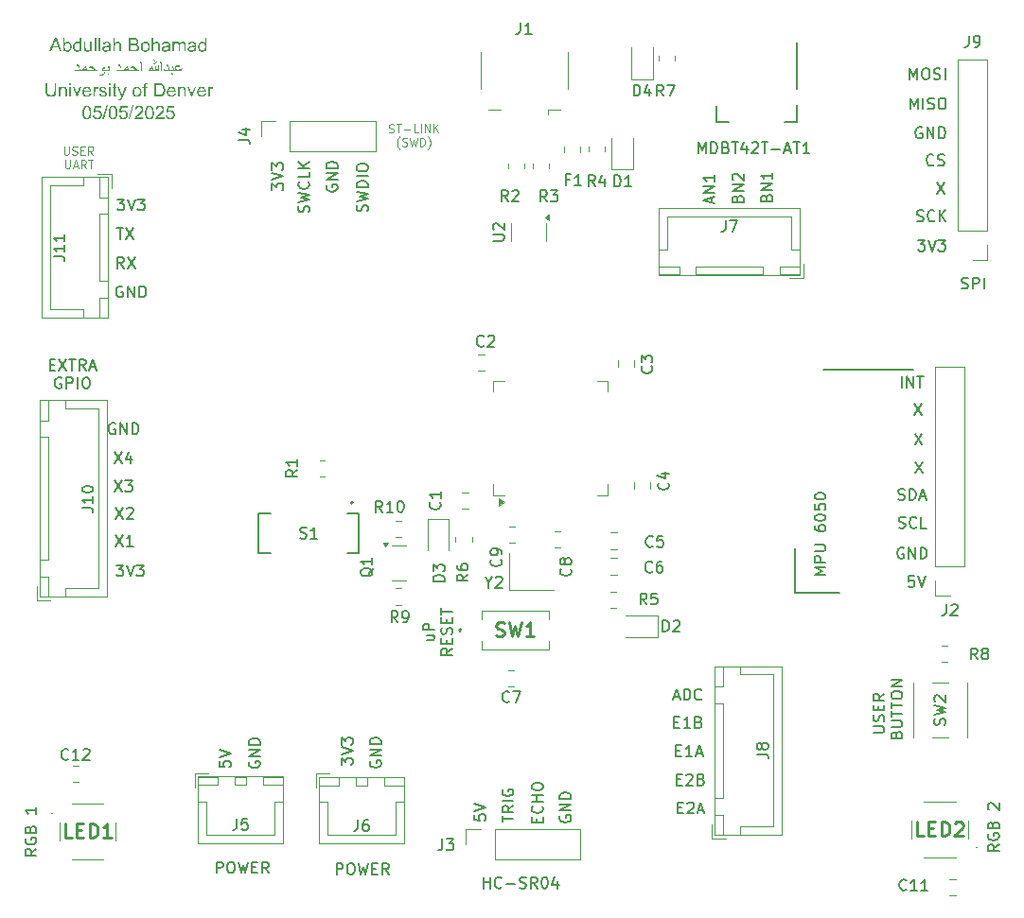
<source format=gbr>
%TF.GenerationSoftware,KiCad,Pcbnew,9.0.1*%
%TF.CreationDate,2025-05-06T13:18:11-06:00*%
%TF.ProjectId,2025_04_STM32F103_RobotBrain,32303235-5f30-4345-9f53-544d33324631,rev?*%
%TF.SameCoordinates,Original*%
%TF.FileFunction,Legend,Top*%
%TF.FilePolarity,Positive*%
%FSLAX46Y46*%
G04 Gerber Fmt 4.6, Leading zero omitted, Abs format (unit mm)*
G04 Created by KiCad (PCBNEW 9.0.1) date 2025-05-06 13:18:11*
%MOMM*%
%LPD*%
G01*
G04 APERTURE LIST*
%ADD10C,0.150000*%
%ADD11C,0.115000*%
%ADD12C,0.254000*%
%ADD13C,0.120000*%
%ADD14C,0.100000*%
%ADD15C,0.127000*%
%ADD16C,0.200000*%
G04 APERTURE END LIST*
D10*
X162585000Y-80945000D02*
X166585000Y-80945000D01*
X162585000Y-80945000D02*
X162585000Y-76945000D01*
X173165000Y-60945000D02*
X165165000Y-60945000D01*
X111104819Y-96030476D02*
X111104819Y-96506666D01*
X111104819Y-96506666D02*
X111581009Y-96554285D01*
X111581009Y-96554285D02*
X111533390Y-96506666D01*
X111533390Y-96506666D02*
X111485771Y-96411428D01*
X111485771Y-96411428D02*
X111485771Y-96173333D01*
X111485771Y-96173333D02*
X111533390Y-96078095D01*
X111533390Y-96078095D02*
X111581009Y-96030476D01*
X111581009Y-96030476D02*
X111676247Y-95982857D01*
X111676247Y-95982857D02*
X111914342Y-95982857D01*
X111914342Y-95982857D02*
X112009580Y-96030476D01*
X112009580Y-96030476D02*
X112057200Y-96078095D01*
X112057200Y-96078095D02*
X112104819Y-96173333D01*
X112104819Y-96173333D02*
X112104819Y-96411428D01*
X112104819Y-96411428D02*
X112057200Y-96506666D01*
X112057200Y-96506666D02*
X112009580Y-96554285D01*
X111104819Y-95697142D02*
X112104819Y-95363809D01*
X112104819Y-95363809D02*
X111104819Y-95030476D01*
X101840476Y-73304819D02*
X102507142Y-74304819D01*
X102507142Y-73304819D02*
X101840476Y-74304819D01*
X102840476Y-73400057D02*
X102888095Y-73352438D01*
X102888095Y-73352438D02*
X102983333Y-73304819D01*
X102983333Y-73304819D02*
X103221428Y-73304819D01*
X103221428Y-73304819D02*
X103316666Y-73352438D01*
X103316666Y-73352438D02*
X103364285Y-73400057D01*
X103364285Y-73400057D02*
X103411904Y-73495295D01*
X103411904Y-73495295D02*
X103411904Y-73590533D01*
X103411904Y-73590533D02*
X103364285Y-73733390D01*
X103364285Y-73733390D02*
X102792857Y-74304819D01*
X102792857Y-74304819D02*
X103411904Y-74304819D01*
X139531009Y-101531904D02*
X139531009Y-101198571D01*
X140054819Y-101055714D02*
X140054819Y-101531904D01*
X140054819Y-101531904D02*
X139054819Y-101531904D01*
X139054819Y-101531904D02*
X139054819Y-101055714D01*
X139959580Y-100055714D02*
X140007200Y-100103333D01*
X140007200Y-100103333D02*
X140054819Y-100246190D01*
X140054819Y-100246190D02*
X140054819Y-100341428D01*
X140054819Y-100341428D02*
X140007200Y-100484285D01*
X140007200Y-100484285D02*
X139911961Y-100579523D01*
X139911961Y-100579523D02*
X139816723Y-100627142D01*
X139816723Y-100627142D02*
X139626247Y-100674761D01*
X139626247Y-100674761D02*
X139483390Y-100674761D01*
X139483390Y-100674761D02*
X139292914Y-100627142D01*
X139292914Y-100627142D02*
X139197676Y-100579523D01*
X139197676Y-100579523D02*
X139102438Y-100484285D01*
X139102438Y-100484285D02*
X139054819Y-100341428D01*
X139054819Y-100341428D02*
X139054819Y-100246190D01*
X139054819Y-100246190D02*
X139102438Y-100103333D01*
X139102438Y-100103333D02*
X139150057Y-100055714D01*
X140054819Y-99627142D02*
X139054819Y-99627142D01*
X139531009Y-99627142D02*
X139531009Y-99055714D01*
X140054819Y-99055714D02*
X139054819Y-99055714D01*
X139054819Y-98389047D02*
X139054819Y-98198571D01*
X139054819Y-98198571D02*
X139102438Y-98103333D01*
X139102438Y-98103333D02*
X139197676Y-98008095D01*
X139197676Y-98008095D02*
X139388152Y-97960476D01*
X139388152Y-97960476D02*
X139721485Y-97960476D01*
X139721485Y-97960476D02*
X139911961Y-98008095D01*
X139911961Y-98008095D02*
X140007200Y-98103333D01*
X140007200Y-98103333D02*
X140054819Y-98198571D01*
X140054819Y-98198571D02*
X140054819Y-98389047D01*
X140054819Y-98389047D02*
X140007200Y-98484285D01*
X140007200Y-98484285D02*
X139911961Y-98579523D01*
X139911961Y-98579523D02*
X139721485Y-98627142D01*
X139721485Y-98627142D02*
X139388152Y-98627142D01*
X139388152Y-98627142D02*
X139197676Y-98579523D01*
X139197676Y-98579523D02*
X139102438Y-98484285D01*
X139102438Y-98484285D02*
X139054819Y-98389047D01*
X151809524Y-92521009D02*
X152142857Y-92521009D01*
X152285714Y-93044819D02*
X151809524Y-93044819D01*
X151809524Y-93044819D02*
X151809524Y-92044819D01*
X151809524Y-92044819D02*
X152285714Y-92044819D01*
X153238095Y-93044819D02*
X152666667Y-93044819D01*
X152952381Y-93044819D02*
X152952381Y-92044819D01*
X152952381Y-92044819D02*
X152857143Y-92187676D01*
X152857143Y-92187676D02*
X152761905Y-92282914D01*
X152761905Y-92282914D02*
X152666667Y-92330533D01*
X154000000Y-92521009D02*
X154142857Y-92568628D01*
X154142857Y-92568628D02*
X154190476Y-92616247D01*
X154190476Y-92616247D02*
X154238095Y-92711485D01*
X154238095Y-92711485D02*
X154238095Y-92854342D01*
X154238095Y-92854342D02*
X154190476Y-92949580D01*
X154190476Y-92949580D02*
X154142857Y-92997200D01*
X154142857Y-92997200D02*
X154047619Y-93044819D01*
X154047619Y-93044819D02*
X153666667Y-93044819D01*
X153666667Y-93044819D02*
X153666667Y-92044819D01*
X153666667Y-92044819D02*
X154000000Y-92044819D01*
X154000000Y-92044819D02*
X154095238Y-92092438D01*
X154095238Y-92092438D02*
X154142857Y-92140057D01*
X154142857Y-92140057D02*
X154190476Y-92235295D01*
X154190476Y-92235295D02*
X154190476Y-92330533D01*
X154190476Y-92330533D02*
X154142857Y-92425771D01*
X154142857Y-92425771D02*
X154095238Y-92473390D01*
X154095238Y-92473390D02*
X154000000Y-92521009D01*
X154000000Y-92521009D02*
X153666667Y-92521009D01*
X155149104Y-46008094D02*
X155149104Y-45531904D01*
X155434819Y-46103332D02*
X154434819Y-45769999D01*
X154434819Y-45769999D02*
X155434819Y-45436666D01*
X155434819Y-45103332D02*
X154434819Y-45103332D01*
X154434819Y-45103332D02*
X155434819Y-44531904D01*
X155434819Y-44531904D02*
X154434819Y-44531904D01*
X155434819Y-43531904D02*
X155434819Y-44103332D01*
X155434819Y-43817618D02*
X154434819Y-43817618D01*
X154434819Y-43817618D02*
X154577676Y-43912856D01*
X154577676Y-43912856D02*
X154672914Y-44008094D01*
X154672914Y-44008094D02*
X154720533Y-44103332D01*
X173396667Y-69234819D02*
X174063333Y-70234819D01*
X174063333Y-69234819D02*
X173396667Y-70234819D01*
X120722438Y-44441904D02*
X120674819Y-44537142D01*
X120674819Y-44537142D02*
X120674819Y-44679999D01*
X120674819Y-44679999D02*
X120722438Y-44822856D01*
X120722438Y-44822856D02*
X120817676Y-44918094D01*
X120817676Y-44918094D02*
X120912914Y-44965713D01*
X120912914Y-44965713D02*
X121103390Y-45013332D01*
X121103390Y-45013332D02*
X121246247Y-45013332D01*
X121246247Y-45013332D02*
X121436723Y-44965713D01*
X121436723Y-44965713D02*
X121531961Y-44918094D01*
X121531961Y-44918094D02*
X121627200Y-44822856D01*
X121627200Y-44822856D02*
X121674819Y-44679999D01*
X121674819Y-44679999D02*
X121674819Y-44584761D01*
X121674819Y-44584761D02*
X121627200Y-44441904D01*
X121627200Y-44441904D02*
X121579580Y-44394285D01*
X121579580Y-44394285D02*
X121246247Y-44394285D01*
X121246247Y-44394285D02*
X121246247Y-44584761D01*
X121674819Y-43965713D02*
X120674819Y-43965713D01*
X120674819Y-43965713D02*
X121674819Y-43394285D01*
X121674819Y-43394285D02*
X120674819Y-43394285D01*
X121674819Y-42918094D02*
X120674819Y-42918094D01*
X120674819Y-42918094D02*
X120674819Y-42679999D01*
X120674819Y-42679999D02*
X120722438Y-42537142D01*
X120722438Y-42537142D02*
X120817676Y-42441904D01*
X120817676Y-42441904D02*
X120912914Y-42394285D01*
X120912914Y-42394285D02*
X121103390Y-42346666D01*
X121103390Y-42346666D02*
X121246247Y-42346666D01*
X121246247Y-42346666D02*
X121436723Y-42394285D01*
X121436723Y-42394285D02*
X121531961Y-42441904D01*
X121531961Y-42441904D02*
X121627200Y-42537142D01*
X121627200Y-42537142D02*
X121674819Y-42679999D01*
X121674819Y-42679999D02*
X121674819Y-42918094D01*
X172888572Y-34964819D02*
X172888572Y-33964819D01*
X172888572Y-33964819D02*
X173221905Y-34679104D01*
X173221905Y-34679104D02*
X173555238Y-33964819D01*
X173555238Y-33964819D02*
X173555238Y-34964819D01*
X174221905Y-33964819D02*
X174412381Y-33964819D01*
X174412381Y-33964819D02*
X174507619Y-34012438D01*
X174507619Y-34012438D02*
X174602857Y-34107676D01*
X174602857Y-34107676D02*
X174650476Y-34298152D01*
X174650476Y-34298152D02*
X174650476Y-34631485D01*
X174650476Y-34631485D02*
X174602857Y-34821961D01*
X174602857Y-34821961D02*
X174507619Y-34917200D01*
X174507619Y-34917200D02*
X174412381Y-34964819D01*
X174412381Y-34964819D02*
X174221905Y-34964819D01*
X174221905Y-34964819D02*
X174126667Y-34917200D01*
X174126667Y-34917200D02*
X174031429Y-34821961D01*
X174031429Y-34821961D02*
X173983810Y-34631485D01*
X173983810Y-34631485D02*
X173983810Y-34298152D01*
X173983810Y-34298152D02*
X174031429Y-34107676D01*
X174031429Y-34107676D02*
X174126667Y-34012438D01*
X174126667Y-34012438D02*
X174221905Y-33964819D01*
X175031429Y-34917200D02*
X175174286Y-34964819D01*
X175174286Y-34964819D02*
X175412381Y-34964819D01*
X175412381Y-34964819D02*
X175507619Y-34917200D01*
X175507619Y-34917200D02*
X175555238Y-34869580D01*
X175555238Y-34869580D02*
X175602857Y-34774342D01*
X175602857Y-34774342D02*
X175602857Y-34679104D01*
X175602857Y-34679104D02*
X175555238Y-34583866D01*
X175555238Y-34583866D02*
X175507619Y-34536247D01*
X175507619Y-34536247D02*
X175412381Y-34488628D01*
X175412381Y-34488628D02*
X175221905Y-34441009D01*
X175221905Y-34441009D02*
X175126667Y-34393390D01*
X175126667Y-34393390D02*
X175079048Y-34345771D01*
X175079048Y-34345771D02*
X175031429Y-34250533D01*
X175031429Y-34250533D02*
X175031429Y-34155295D01*
X175031429Y-34155295D02*
X175079048Y-34060057D01*
X175079048Y-34060057D02*
X175126667Y-34012438D01*
X175126667Y-34012438D02*
X175221905Y-33964819D01*
X175221905Y-33964819D02*
X175460000Y-33964819D01*
X175460000Y-33964819D02*
X175602857Y-34012438D01*
X176031429Y-34964819D02*
X176031429Y-33964819D01*
X101981905Y-45694819D02*
X102600952Y-45694819D01*
X102600952Y-45694819D02*
X102267619Y-46075771D01*
X102267619Y-46075771D02*
X102410476Y-46075771D01*
X102410476Y-46075771D02*
X102505714Y-46123390D01*
X102505714Y-46123390D02*
X102553333Y-46171009D01*
X102553333Y-46171009D02*
X102600952Y-46266247D01*
X102600952Y-46266247D02*
X102600952Y-46504342D01*
X102600952Y-46504342D02*
X102553333Y-46599580D01*
X102553333Y-46599580D02*
X102505714Y-46647200D01*
X102505714Y-46647200D02*
X102410476Y-46694819D01*
X102410476Y-46694819D02*
X102124762Y-46694819D01*
X102124762Y-46694819D02*
X102029524Y-46647200D01*
X102029524Y-46647200D02*
X101981905Y-46599580D01*
X102886667Y-45694819D02*
X103220000Y-46694819D01*
X103220000Y-46694819D02*
X103553333Y-45694819D01*
X103791429Y-45694819D02*
X104410476Y-45694819D01*
X104410476Y-45694819D02*
X104077143Y-46075771D01*
X104077143Y-46075771D02*
X104220000Y-46075771D01*
X104220000Y-46075771D02*
X104315238Y-46123390D01*
X104315238Y-46123390D02*
X104362857Y-46171009D01*
X104362857Y-46171009D02*
X104410476Y-46266247D01*
X104410476Y-46266247D02*
X104410476Y-46504342D01*
X104410476Y-46504342D02*
X104362857Y-46599580D01*
X104362857Y-46599580D02*
X104315238Y-46647200D01*
X104315238Y-46647200D02*
X104220000Y-46694819D01*
X104220000Y-46694819D02*
X103934286Y-46694819D01*
X103934286Y-46694819D02*
X103839048Y-46647200D01*
X103839048Y-46647200D02*
X103791429Y-46599580D01*
X152130952Y-100181009D02*
X152464285Y-100181009D01*
X152607142Y-100704819D02*
X152130952Y-100704819D01*
X152130952Y-100704819D02*
X152130952Y-99704819D01*
X152130952Y-99704819D02*
X152607142Y-99704819D01*
X152988095Y-99800057D02*
X153035714Y-99752438D01*
X153035714Y-99752438D02*
X153130952Y-99704819D01*
X153130952Y-99704819D02*
X153369047Y-99704819D01*
X153369047Y-99704819D02*
X153464285Y-99752438D01*
X153464285Y-99752438D02*
X153511904Y-99800057D01*
X153511904Y-99800057D02*
X153559523Y-99895295D01*
X153559523Y-99895295D02*
X153559523Y-99990533D01*
X153559523Y-99990533D02*
X153511904Y-100133390D01*
X153511904Y-100133390D02*
X152940476Y-100704819D01*
X152940476Y-100704819D02*
X153559523Y-100704819D01*
X153940476Y-100419104D02*
X154416666Y-100419104D01*
X153845238Y-100704819D02*
X154178571Y-99704819D01*
X154178571Y-99704819D02*
X154511904Y-100704819D01*
X101918095Y-48274819D02*
X102489523Y-48274819D01*
X102203809Y-49274819D02*
X102203809Y-48274819D01*
X102727619Y-48274819D02*
X103394285Y-49274819D01*
X103394285Y-48274819D02*
X102727619Y-49274819D01*
X102448095Y-53532438D02*
X102352857Y-53484819D01*
X102352857Y-53484819D02*
X102210000Y-53484819D01*
X102210000Y-53484819D02*
X102067143Y-53532438D01*
X102067143Y-53532438D02*
X101971905Y-53627676D01*
X101971905Y-53627676D02*
X101924286Y-53722914D01*
X101924286Y-53722914D02*
X101876667Y-53913390D01*
X101876667Y-53913390D02*
X101876667Y-54056247D01*
X101876667Y-54056247D02*
X101924286Y-54246723D01*
X101924286Y-54246723D02*
X101971905Y-54341961D01*
X101971905Y-54341961D02*
X102067143Y-54437200D01*
X102067143Y-54437200D02*
X102210000Y-54484819D01*
X102210000Y-54484819D02*
X102305238Y-54484819D01*
X102305238Y-54484819D02*
X102448095Y-54437200D01*
X102448095Y-54437200D02*
X102495714Y-54389580D01*
X102495714Y-54389580D02*
X102495714Y-54056247D01*
X102495714Y-54056247D02*
X102305238Y-54056247D01*
X102924286Y-54484819D02*
X102924286Y-53484819D01*
X102924286Y-53484819D02*
X103495714Y-54484819D01*
X103495714Y-54484819D02*
X103495714Y-53484819D01*
X103971905Y-54484819D02*
X103971905Y-53484819D01*
X103971905Y-53484819D02*
X104210000Y-53484819D01*
X104210000Y-53484819D02*
X104352857Y-53532438D01*
X104352857Y-53532438D02*
X104448095Y-53627676D01*
X104448095Y-53627676D02*
X104495714Y-53722914D01*
X104495714Y-53722914D02*
X104543333Y-53913390D01*
X104543333Y-53913390D02*
X104543333Y-54056247D01*
X104543333Y-54056247D02*
X104495714Y-54246723D01*
X104495714Y-54246723D02*
X104448095Y-54341961D01*
X104448095Y-54341961D02*
X104352857Y-54437200D01*
X104352857Y-54437200D02*
X104210000Y-54484819D01*
X104210000Y-54484819D02*
X103971905Y-54484819D01*
X134746667Y-107414819D02*
X134746667Y-106414819D01*
X134746667Y-106891009D02*
X135318095Y-106891009D01*
X135318095Y-107414819D02*
X135318095Y-106414819D01*
X136365714Y-107319580D02*
X136318095Y-107367200D01*
X136318095Y-107367200D02*
X136175238Y-107414819D01*
X136175238Y-107414819D02*
X136080000Y-107414819D01*
X136080000Y-107414819D02*
X135937143Y-107367200D01*
X135937143Y-107367200D02*
X135841905Y-107271961D01*
X135841905Y-107271961D02*
X135794286Y-107176723D01*
X135794286Y-107176723D02*
X135746667Y-106986247D01*
X135746667Y-106986247D02*
X135746667Y-106843390D01*
X135746667Y-106843390D02*
X135794286Y-106652914D01*
X135794286Y-106652914D02*
X135841905Y-106557676D01*
X135841905Y-106557676D02*
X135937143Y-106462438D01*
X135937143Y-106462438D02*
X136080000Y-106414819D01*
X136080000Y-106414819D02*
X136175238Y-106414819D01*
X136175238Y-106414819D02*
X136318095Y-106462438D01*
X136318095Y-106462438D02*
X136365714Y-106510057D01*
X136794286Y-107033866D02*
X137556191Y-107033866D01*
X137984762Y-107367200D02*
X138127619Y-107414819D01*
X138127619Y-107414819D02*
X138365714Y-107414819D01*
X138365714Y-107414819D02*
X138460952Y-107367200D01*
X138460952Y-107367200D02*
X138508571Y-107319580D01*
X138508571Y-107319580D02*
X138556190Y-107224342D01*
X138556190Y-107224342D02*
X138556190Y-107129104D01*
X138556190Y-107129104D02*
X138508571Y-107033866D01*
X138508571Y-107033866D02*
X138460952Y-106986247D01*
X138460952Y-106986247D02*
X138365714Y-106938628D01*
X138365714Y-106938628D02*
X138175238Y-106891009D01*
X138175238Y-106891009D02*
X138080000Y-106843390D01*
X138080000Y-106843390D02*
X138032381Y-106795771D01*
X138032381Y-106795771D02*
X137984762Y-106700533D01*
X137984762Y-106700533D02*
X137984762Y-106605295D01*
X137984762Y-106605295D02*
X138032381Y-106510057D01*
X138032381Y-106510057D02*
X138080000Y-106462438D01*
X138080000Y-106462438D02*
X138175238Y-106414819D01*
X138175238Y-106414819D02*
X138413333Y-106414819D01*
X138413333Y-106414819D02*
X138556190Y-106462438D01*
X139556190Y-107414819D02*
X139222857Y-106938628D01*
X138984762Y-107414819D02*
X138984762Y-106414819D01*
X138984762Y-106414819D02*
X139365714Y-106414819D01*
X139365714Y-106414819D02*
X139460952Y-106462438D01*
X139460952Y-106462438D02*
X139508571Y-106510057D01*
X139508571Y-106510057D02*
X139556190Y-106605295D01*
X139556190Y-106605295D02*
X139556190Y-106748152D01*
X139556190Y-106748152D02*
X139508571Y-106843390D01*
X139508571Y-106843390D02*
X139460952Y-106891009D01*
X139460952Y-106891009D02*
X139365714Y-106938628D01*
X139365714Y-106938628D02*
X138984762Y-106938628D01*
X140175238Y-106414819D02*
X140270476Y-106414819D01*
X140270476Y-106414819D02*
X140365714Y-106462438D01*
X140365714Y-106462438D02*
X140413333Y-106510057D01*
X140413333Y-106510057D02*
X140460952Y-106605295D01*
X140460952Y-106605295D02*
X140508571Y-106795771D01*
X140508571Y-106795771D02*
X140508571Y-107033866D01*
X140508571Y-107033866D02*
X140460952Y-107224342D01*
X140460952Y-107224342D02*
X140413333Y-107319580D01*
X140413333Y-107319580D02*
X140365714Y-107367200D01*
X140365714Y-107367200D02*
X140270476Y-107414819D01*
X140270476Y-107414819D02*
X140175238Y-107414819D01*
X140175238Y-107414819D02*
X140080000Y-107367200D01*
X140080000Y-107367200D02*
X140032381Y-107319580D01*
X140032381Y-107319580D02*
X139984762Y-107224342D01*
X139984762Y-107224342D02*
X139937143Y-107033866D01*
X139937143Y-107033866D02*
X139937143Y-106795771D01*
X139937143Y-106795771D02*
X139984762Y-106605295D01*
X139984762Y-106605295D02*
X140032381Y-106510057D01*
X140032381Y-106510057D02*
X140080000Y-106462438D01*
X140080000Y-106462438D02*
X140175238Y-106414819D01*
X141365714Y-106748152D02*
X141365714Y-107414819D01*
X141127619Y-106367200D02*
X140889524Y-107081485D01*
X140889524Y-107081485D02*
X141508571Y-107081485D01*
X115824819Y-44888094D02*
X115824819Y-44269047D01*
X115824819Y-44269047D02*
X116205771Y-44602380D01*
X116205771Y-44602380D02*
X116205771Y-44459523D01*
X116205771Y-44459523D02*
X116253390Y-44364285D01*
X116253390Y-44364285D02*
X116301009Y-44316666D01*
X116301009Y-44316666D02*
X116396247Y-44269047D01*
X116396247Y-44269047D02*
X116634342Y-44269047D01*
X116634342Y-44269047D02*
X116729580Y-44316666D01*
X116729580Y-44316666D02*
X116777200Y-44364285D01*
X116777200Y-44364285D02*
X116824819Y-44459523D01*
X116824819Y-44459523D02*
X116824819Y-44745237D01*
X116824819Y-44745237D02*
X116777200Y-44840475D01*
X116777200Y-44840475D02*
X116729580Y-44888094D01*
X115824819Y-43983332D02*
X116824819Y-43649999D01*
X116824819Y-43649999D02*
X115824819Y-43316666D01*
X115824819Y-43078570D02*
X115824819Y-42459523D01*
X115824819Y-42459523D02*
X116205771Y-42792856D01*
X116205771Y-42792856D02*
X116205771Y-42649999D01*
X116205771Y-42649999D02*
X116253390Y-42554761D01*
X116253390Y-42554761D02*
X116301009Y-42507142D01*
X116301009Y-42507142D02*
X116396247Y-42459523D01*
X116396247Y-42459523D02*
X116634342Y-42459523D01*
X116634342Y-42459523D02*
X116729580Y-42507142D01*
X116729580Y-42507142D02*
X116777200Y-42554761D01*
X116777200Y-42554761D02*
X116824819Y-42649999D01*
X116824819Y-42649999D02*
X116824819Y-42935713D01*
X116824819Y-42935713D02*
X116777200Y-43030951D01*
X116777200Y-43030951D02*
X116729580Y-43078570D01*
X151980952Y-95081009D02*
X152314285Y-95081009D01*
X152457142Y-95604819D02*
X151980952Y-95604819D01*
X151980952Y-95604819D02*
X151980952Y-94604819D01*
X151980952Y-94604819D02*
X152457142Y-94604819D01*
X153409523Y-95604819D02*
X152838095Y-95604819D01*
X153123809Y-95604819D02*
X153123809Y-94604819D01*
X153123809Y-94604819D02*
X153028571Y-94747676D01*
X153028571Y-94747676D02*
X152933333Y-94842914D01*
X152933333Y-94842914D02*
X152838095Y-94890533D01*
X153790476Y-95319104D02*
X154266666Y-95319104D01*
X153695238Y-95604819D02*
X154028571Y-94604819D01*
X154028571Y-94604819D02*
X154361904Y-95604819D01*
X175296667Y-44194819D02*
X175963333Y-45194819D01*
X175963333Y-44194819D02*
X175296667Y-45194819D01*
X102583333Y-51864819D02*
X102250000Y-51388628D01*
X102011905Y-51864819D02*
X102011905Y-50864819D01*
X102011905Y-50864819D02*
X102392857Y-50864819D01*
X102392857Y-50864819D02*
X102488095Y-50912438D01*
X102488095Y-50912438D02*
X102535714Y-50960057D01*
X102535714Y-50960057D02*
X102583333Y-51055295D01*
X102583333Y-51055295D02*
X102583333Y-51198152D01*
X102583333Y-51198152D02*
X102535714Y-51293390D01*
X102535714Y-51293390D02*
X102488095Y-51341009D01*
X102488095Y-51341009D02*
X102392857Y-51388628D01*
X102392857Y-51388628D02*
X102011905Y-51388628D01*
X102916667Y-50864819D02*
X103583333Y-51864819D01*
X103583333Y-50864819D02*
X102916667Y-51864819D01*
X101730476Y-68354819D02*
X102397142Y-69354819D01*
X102397142Y-68354819D02*
X101730476Y-69354819D01*
X103206666Y-68688152D02*
X103206666Y-69354819D01*
X102968571Y-68307200D02*
X102730476Y-69021485D01*
X102730476Y-69021485D02*
X103349523Y-69021485D01*
X171909524Y-75107200D02*
X172052381Y-75154819D01*
X172052381Y-75154819D02*
X172290476Y-75154819D01*
X172290476Y-75154819D02*
X172385714Y-75107200D01*
X172385714Y-75107200D02*
X172433333Y-75059580D01*
X172433333Y-75059580D02*
X172480952Y-74964342D01*
X172480952Y-74964342D02*
X172480952Y-74869104D01*
X172480952Y-74869104D02*
X172433333Y-74773866D01*
X172433333Y-74773866D02*
X172385714Y-74726247D01*
X172385714Y-74726247D02*
X172290476Y-74678628D01*
X172290476Y-74678628D02*
X172100000Y-74631009D01*
X172100000Y-74631009D02*
X172004762Y-74583390D01*
X172004762Y-74583390D02*
X171957143Y-74535771D01*
X171957143Y-74535771D02*
X171909524Y-74440533D01*
X171909524Y-74440533D02*
X171909524Y-74345295D01*
X171909524Y-74345295D02*
X171957143Y-74250057D01*
X171957143Y-74250057D02*
X172004762Y-74202438D01*
X172004762Y-74202438D02*
X172100000Y-74154819D01*
X172100000Y-74154819D02*
X172338095Y-74154819D01*
X172338095Y-74154819D02*
X172480952Y-74202438D01*
X173480952Y-75059580D02*
X173433333Y-75107200D01*
X173433333Y-75107200D02*
X173290476Y-75154819D01*
X173290476Y-75154819D02*
X173195238Y-75154819D01*
X173195238Y-75154819D02*
X173052381Y-75107200D01*
X173052381Y-75107200D02*
X172957143Y-75011961D01*
X172957143Y-75011961D02*
X172909524Y-74916723D01*
X172909524Y-74916723D02*
X172861905Y-74726247D01*
X172861905Y-74726247D02*
X172861905Y-74583390D01*
X172861905Y-74583390D02*
X172909524Y-74392914D01*
X172909524Y-74392914D02*
X172957143Y-74297676D01*
X172957143Y-74297676D02*
X173052381Y-74202438D01*
X173052381Y-74202438D02*
X173195238Y-74154819D01*
X173195238Y-74154819D02*
X173290476Y-74154819D01*
X173290476Y-74154819D02*
X173433333Y-74202438D01*
X173433333Y-74202438D02*
X173480952Y-74250057D01*
X174385714Y-75154819D02*
X173909524Y-75154819D01*
X173909524Y-75154819D02*
X173909524Y-74154819D01*
X171845714Y-72587200D02*
X171988571Y-72634819D01*
X171988571Y-72634819D02*
X172226666Y-72634819D01*
X172226666Y-72634819D02*
X172321904Y-72587200D01*
X172321904Y-72587200D02*
X172369523Y-72539580D01*
X172369523Y-72539580D02*
X172417142Y-72444342D01*
X172417142Y-72444342D02*
X172417142Y-72349104D01*
X172417142Y-72349104D02*
X172369523Y-72253866D01*
X172369523Y-72253866D02*
X172321904Y-72206247D01*
X172321904Y-72206247D02*
X172226666Y-72158628D01*
X172226666Y-72158628D02*
X172036190Y-72111009D01*
X172036190Y-72111009D02*
X171940952Y-72063390D01*
X171940952Y-72063390D02*
X171893333Y-72015771D01*
X171893333Y-72015771D02*
X171845714Y-71920533D01*
X171845714Y-71920533D02*
X171845714Y-71825295D01*
X171845714Y-71825295D02*
X171893333Y-71730057D01*
X171893333Y-71730057D02*
X171940952Y-71682438D01*
X171940952Y-71682438D02*
X172036190Y-71634819D01*
X172036190Y-71634819D02*
X172274285Y-71634819D01*
X172274285Y-71634819D02*
X172417142Y-71682438D01*
X172845714Y-72634819D02*
X172845714Y-71634819D01*
X172845714Y-71634819D02*
X173083809Y-71634819D01*
X173083809Y-71634819D02*
X173226666Y-71682438D01*
X173226666Y-71682438D02*
X173321904Y-71777676D01*
X173321904Y-71777676D02*
X173369523Y-71872914D01*
X173369523Y-71872914D02*
X173417142Y-72063390D01*
X173417142Y-72063390D02*
X173417142Y-72206247D01*
X173417142Y-72206247D02*
X173369523Y-72396723D01*
X173369523Y-72396723D02*
X173321904Y-72491961D01*
X173321904Y-72491961D02*
X173226666Y-72587200D01*
X173226666Y-72587200D02*
X173083809Y-72634819D01*
X173083809Y-72634819D02*
X172845714Y-72634819D01*
X173798095Y-72349104D02*
X174274285Y-72349104D01*
X173702857Y-72634819D02*
X174036190Y-71634819D01*
X174036190Y-71634819D02*
X174369523Y-72634819D01*
X121590476Y-106174819D02*
X121590476Y-105174819D01*
X121590476Y-105174819D02*
X121971428Y-105174819D01*
X121971428Y-105174819D02*
X122066666Y-105222438D01*
X122066666Y-105222438D02*
X122114285Y-105270057D01*
X122114285Y-105270057D02*
X122161904Y-105365295D01*
X122161904Y-105365295D02*
X122161904Y-105508152D01*
X122161904Y-105508152D02*
X122114285Y-105603390D01*
X122114285Y-105603390D02*
X122066666Y-105651009D01*
X122066666Y-105651009D02*
X121971428Y-105698628D01*
X121971428Y-105698628D02*
X121590476Y-105698628D01*
X122780952Y-105174819D02*
X122971428Y-105174819D01*
X122971428Y-105174819D02*
X123066666Y-105222438D01*
X123066666Y-105222438D02*
X123161904Y-105317676D01*
X123161904Y-105317676D02*
X123209523Y-105508152D01*
X123209523Y-105508152D02*
X123209523Y-105841485D01*
X123209523Y-105841485D02*
X123161904Y-106031961D01*
X123161904Y-106031961D02*
X123066666Y-106127200D01*
X123066666Y-106127200D02*
X122971428Y-106174819D01*
X122971428Y-106174819D02*
X122780952Y-106174819D01*
X122780952Y-106174819D02*
X122685714Y-106127200D01*
X122685714Y-106127200D02*
X122590476Y-106031961D01*
X122590476Y-106031961D02*
X122542857Y-105841485D01*
X122542857Y-105841485D02*
X122542857Y-105508152D01*
X122542857Y-105508152D02*
X122590476Y-105317676D01*
X122590476Y-105317676D02*
X122685714Y-105222438D01*
X122685714Y-105222438D02*
X122780952Y-105174819D01*
X123542857Y-105174819D02*
X123780952Y-106174819D01*
X123780952Y-106174819D02*
X123971428Y-105460533D01*
X123971428Y-105460533D02*
X124161904Y-106174819D01*
X124161904Y-106174819D02*
X124400000Y-105174819D01*
X124780952Y-105651009D02*
X125114285Y-105651009D01*
X125257142Y-106174819D02*
X124780952Y-106174819D01*
X124780952Y-106174819D02*
X124780952Y-105174819D01*
X124780952Y-105174819D02*
X125257142Y-105174819D01*
X126257142Y-106174819D02*
X125923809Y-105698628D01*
X125685714Y-106174819D02*
X125685714Y-105174819D01*
X125685714Y-105174819D02*
X126066666Y-105174819D01*
X126066666Y-105174819D02*
X126161904Y-105222438D01*
X126161904Y-105222438D02*
X126209523Y-105270057D01*
X126209523Y-105270057D02*
X126257142Y-105365295D01*
X126257142Y-105365295D02*
X126257142Y-105508152D01*
X126257142Y-105508152D02*
X126209523Y-105603390D01*
X126209523Y-105603390D02*
X126161904Y-105651009D01*
X126161904Y-105651009D02*
X126066666Y-105698628D01*
X126066666Y-105698628D02*
X125685714Y-105698628D01*
X124622438Y-96021904D02*
X124574819Y-96117142D01*
X124574819Y-96117142D02*
X124574819Y-96259999D01*
X124574819Y-96259999D02*
X124622438Y-96402856D01*
X124622438Y-96402856D02*
X124717676Y-96498094D01*
X124717676Y-96498094D02*
X124812914Y-96545713D01*
X124812914Y-96545713D02*
X125003390Y-96593332D01*
X125003390Y-96593332D02*
X125146247Y-96593332D01*
X125146247Y-96593332D02*
X125336723Y-96545713D01*
X125336723Y-96545713D02*
X125431961Y-96498094D01*
X125431961Y-96498094D02*
X125527200Y-96402856D01*
X125527200Y-96402856D02*
X125574819Y-96259999D01*
X125574819Y-96259999D02*
X125574819Y-96164761D01*
X125574819Y-96164761D02*
X125527200Y-96021904D01*
X125527200Y-96021904D02*
X125479580Y-95974285D01*
X125479580Y-95974285D02*
X125146247Y-95974285D01*
X125146247Y-95974285D02*
X125146247Y-96164761D01*
X125574819Y-95545713D02*
X124574819Y-95545713D01*
X124574819Y-95545713D02*
X125574819Y-94974285D01*
X125574819Y-94974285D02*
X124574819Y-94974285D01*
X125574819Y-94498094D02*
X124574819Y-94498094D01*
X124574819Y-94498094D02*
X124574819Y-94259999D01*
X124574819Y-94259999D02*
X124622438Y-94117142D01*
X124622438Y-94117142D02*
X124717676Y-94021904D01*
X124717676Y-94021904D02*
X124812914Y-93974285D01*
X124812914Y-93974285D02*
X125003390Y-93926666D01*
X125003390Y-93926666D02*
X125146247Y-93926666D01*
X125146247Y-93926666D02*
X125336723Y-93974285D01*
X125336723Y-93974285D02*
X125431961Y-94021904D01*
X125431961Y-94021904D02*
X125527200Y-94117142D01*
X125527200Y-94117142D02*
X125574819Y-94259999D01*
X125574819Y-94259999D02*
X125574819Y-94498094D01*
X173621905Y-49344819D02*
X174240952Y-49344819D01*
X174240952Y-49344819D02*
X173907619Y-49725771D01*
X173907619Y-49725771D02*
X174050476Y-49725771D01*
X174050476Y-49725771D02*
X174145714Y-49773390D01*
X174145714Y-49773390D02*
X174193333Y-49821009D01*
X174193333Y-49821009D02*
X174240952Y-49916247D01*
X174240952Y-49916247D02*
X174240952Y-50154342D01*
X174240952Y-50154342D02*
X174193333Y-50249580D01*
X174193333Y-50249580D02*
X174145714Y-50297200D01*
X174145714Y-50297200D02*
X174050476Y-50344819D01*
X174050476Y-50344819D02*
X173764762Y-50344819D01*
X173764762Y-50344819D02*
X173669524Y-50297200D01*
X173669524Y-50297200D02*
X173621905Y-50249580D01*
X174526667Y-49344819D02*
X174860000Y-50344819D01*
X174860000Y-50344819D02*
X175193333Y-49344819D01*
X175431429Y-49344819D02*
X176050476Y-49344819D01*
X176050476Y-49344819D02*
X175717143Y-49725771D01*
X175717143Y-49725771D02*
X175860000Y-49725771D01*
X175860000Y-49725771D02*
X175955238Y-49773390D01*
X175955238Y-49773390D02*
X176002857Y-49821009D01*
X176002857Y-49821009D02*
X176050476Y-49916247D01*
X176050476Y-49916247D02*
X176050476Y-50154342D01*
X176050476Y-50154342D02*
X176002857Y-50249580D01*
X176002857Y-50249580D02*
X175955238Y-50297200D01*
X175955238Y-50297200D02*
X175860000Y-50344819D01*
X175860000Y-50344819D02*
X175574286Y-50344819D01*
X175574286Y-50344819D02*
X175479048Y-50297200D01*
X175479048Y-50297200D02*
X175431429Y-50249580D01*
X113792438Y-96061904D02*
X113744819Y-96157142D01*
X113744819Y-96157142D02*
X113744819Y-96299999D01*
X113744819Y-96299999D02*
X113792438Y-96442856D01*
X113792438Y-96442856D02*
X113887676Y-96538094D01*
X113887676Y-96538094D02*
X113982914Y-96585713D01*
X113982914Y-96585713D02*
X114173390Y-96633332D01*
X114173390Y-96633332D02*
X114316247Y-96633332D01*
X114316247Y-96633332D02*
X114506723Y-96585713D01*
X114506723Y-96585713D02*
X114601961Y-96538094D01*
X114601961Y-96538094D02*
X114697200Y-96442856D01*
X114697200Y-96442856D02*
X114744819Y-96299999D01*
X114744819Y-96299999D02*
X114744819Y-96204761D01*
X114744819Y-96204761D02*
X114697200Y-96061904D01*
X114697200Y-96061904D02*
X114649580Y-96014285D01*
X114649580Y-96014285D02*
X114316247Y-96014285D01*
X114316247Y-96014285D02*
X114316247Y-96204761D01*
X114744819Y-95585713D02*
X113744819Y-95585713D01*
X113744819Y-95585713D02*
X114744819Y-95014285D01*
X114744819Y-95014285D02*
X113744819Y-95014285D01*
X114744819Y-94538094D02*
X113744819Y-94538094D01*
X113744819Y-94538094D02*
X113744819Y-94299999D01*
X113744819Y-94299999D02*
X113792438Y-94157142D01*
X113792438Y-94157142D02*
X113887676Y-94061904D01*
X113887676Y-94061904D02*
X113982914Y-94014285D01*
X113982914Y-94014285D02*
X114173390Y-93966666D01*
X114173390Y-93966666D02*
X114316247Y-93966666D01*
X114316247Y-93966666D02*
X114506723Y-94014285D01*
X114506723Y-94014285D02*
X114601961Y-94061904D01*
X114601961Y-94061904D02*
X114697200Y-94157142D01*
X114697200Y-94157142D02*
X114744819Y-94299999D01*
X114744819Y-94299999D02*
X114744819Y-94538094D01*
G36*
X97031194Y-32474000D02*
G01*
X96849990Y-32474000D01*
X96709819Y-32108221D01*
X96207314Y-32108221D01*
X96075349Y-32474000D01*
X95906455Y-32474000D01*
X96096821Y-31976916D01*
X96253256Y-31976916D01*
X96660653Y-31976916D01*
X96535210Y-31646602D01*
X96482854Y-31500788D01*
X96449993Y-31395423D01*
X96422402Y-31512025D01*
X96385220Y-31627625D01*
X96253256Y-31976916D01*
X96096821Y-31976916D01*
X96368001Y-31268808D01*
X96539313Y-31268808D01*
X97031194Y-32474000D01*
G37*
G36*
X97285963Y-31700824D02*
G01*
X97336966Y-31648401D01*
X97392876Y-31612183D01*
X97454800Y-31590454D01*
X97524540Y-31583002D01*
X97602890Y-31591138D01*
X97676581Y-31615388D01*
X97742336Y-31654624D01*
X97794623Y-31706393D01*
X97835227Y-31769670D01*
X97867164Y-31847736D01*
X97886706Y-31932514D01*
X97893395Y-32024764D01*
X97885496Y-32137058D01*
X97863457Y-32230012D01*
X97828990Y-32306994D01*
X97782680Y-32370685D01*
X97723193Y-32425140D01*
X97659905Y-32462728D01*
X97591753Y-32485143D01*
X97517139Y-32492757D01*
X97443340Y-32484469D01*
X97379808Y-32460543D01*
X97324216Y-32420884D01*
X97275265Y-32363431D01*
X97275265Y-32474000D01*
X97138392Y-32474000D01*
X97138392Y-32031358D01*
X97273653Y-32031358D01*
X97279582Y-32135804D01*
X97294801Y-32208389D01*
X97316298Y-32257112D01*
X97355873Y-32308575D01*
X97399762Y-32343291D01*
X97448816Y-32363814D01*
X97504829Y-32370831D01*
X97550997Y-32365720D01*
X97593619Y-32350557D01*
X97633745Y-32324821D01*
X97672038Y-32287007D01*
X97700900Y-32243754D01*
X97722913Y-32189385D01*
X97737291Y-32121472D01*
X97742526Y-32037073D01*
X97737383Y-31950018D01*
X97723397Y-31881322D01*
X97702250Y-31827583D01*
X97674896Y-31785967D01*
X97625430Y-31740085D01*
X97571602Y-31713762D01*
X97511351Y-31704928D01*
X97465187Y-31710043D01*
X97422567Y-31725217D01*
X97382439Y-31750975D01*
X97344142Y-31788825D01*
X97315032Y-31832119D01*
X97293038Y-31885496D01*
X97278800Y-31951056D01*
X97273653Y-32031358D01*
X97138392Y-32031358D01*
X97138392Y-31268808D01*
X97285963Y-31268808D01*
X97285963Y-31700824D01*
G37*
G36*
X98774135Y-32474000D02*
G01*
X98637261Y-32474000D01*
X98637261Y-32362625D01*
X98590578Y-32419954D01*
X98535668Y-32459861D01*
X98470988Y-32484218D01*
X98393776Y-32492757D01*
X98326064Y-32486351D01*
X98262632Y-32467352D01*
X98202314Y-32435385D01*
X98149043Y-32392612D01*
X98104087Y-32339632D01*
X98067052Y-32275137D01*
X98040972Y-32205049D01*
X98024768Y-32126697D01*
X98019131Y-32038685D01*
X98019152Y-32038319D01*
X98170806Y-32038319D01*
X98176072Y-32123343D01*
X98190495Y-32191350D01*
X98212510Y-32245424D01*
X98241295Y-32288106D01*
X98292639Y-32335122D01*
X98347442Y-32361909D01*
X98407697Y-32370831D01*
X98468620Y-32362153D01*
X98522714Y-32336412D01*
X98572048Y-32291843D01*
X98599591Y-32251057D01*
X98620717Y-32199039D01*
X98634599Y-32133235D01*
X98639679Y-32050556D01*
X98634398Y-31958955D01*
X98620083Y-31887101D01*
X98598534Y-31831300D01*
X98570803Y-31788459D01*
X98533389Y-31751094D01*
X98493202Y-31725422D01*
X98449517Y-31710133D01*
X98401176Y-31704928D01*
X98353924Y-31709963D01*
X98311463Y-31724715D01*
X98272645Y-31749405D01*
X98236752Y-31785235D01*
X98210249Y-31826357D01*
X98189613Y-31880119D01*
X98175879Y-31949562D01*
X98170806Y-32038319D01*
X98019152Y-32038319D01*
X98024178Y-31952693D01*
X98038824Y-31874233D01*
X98062582Y-31802307D01*
X98097160Y-31735831D01*
X98140481Y-31682134D01*
X98192935Y-31639568D01*
X98252972Y-31608210D01*
X98317303Y-31589397D01*
X98387181Y-31583002D01*
X98462609Y-31591529D01*
X98527352Y-31616121D01*
X98583468Y-31654582D01*
X98627369Y-31702436D01*
X98627369Y-31268808D01*
X98774135Y-31268808D01*
X98774135Y-32474000D01*
G37*
G36*
X99576180Y-32474000D02*
G01*
X99576180Y-32345625D01*
X99531478Y-32399733D01*
X99482289Y-32440402D01*
X99428069Y-32469169D01*
X99367772Y-32486704D01*
X99299941Y-32492757D01*
X99224952Y-32485278D01*
X99156033Y-32463228D01*
X99096105Y-32428571D01*
X99056895Y-32389003D01*
X99029839Y-32340459D01*
X99011392Y-32279460D01*
X99005075Y-32229585D01*
X99002380Y-32141634D01*
X99002380Y-31601759D01*
X99149878Y-31601759D01*
X99149878Y-32085360D01*
X99152734Y-32191762D01*
X99158891Y-32241358D01*
X99171890Y-32277943D01*
X99191451Y-32308111D01*
X99217875Y-32332876D01*
X99249467Y-32350989D01*
X99286227Y-32362203D01*
X99329397Y-32366142D01*
X99393611Y-32357656D01*
X99453960Y-32332070D01*
X99489450Y-32306221D01*
X99516637Y-32275484D01*
X99536392Y-32239307D01*
X99553587Y-32173681D01*
X99560572Y-32068947D01*
X99560572Y-31601759D01*
X99708144Y-31601759D01*
X99708144Y-32474000D01*
X99576180Y-32474000D01*
G37*
G36*
X99935583Y-32474000D02*
G01*
X99935583Y-31268808D01*
X100083081Y-31268808D01*
X100083081Y-32474000D01*
X99935583Y-32474000D01*
G37*
G36*
X100308395Y-32474000D02*
G01*
X100308395Y-31268808D01*
X100455893Y-31268808D01*
X100455893Y-32474000D01*
X100308395Y-32474000D01*
G37*
G36*
X101158372Y-31590259D02*
G01*
X101233685Y-31609160D01*
X101296590Y-31640287D01*
X101336120Y-31674959D01*
X101363482Y-31718659D01*
X101382062Y-31775123D01*
X101387164Y-31820256D01*
X101389463Y-31910824D01*
X101389463Y-32107122D01*
X101392585Y-32294140D01*
X101398842Y-32367827D01*
X101412824Y-32421875D01*
X101436138Y-32474000D01*
X101282045Y-32474000D01*
X101263548Y-32425267D01*
X101252516Y-32366142D01*
X101169229Y-32427165D01*
X101094759Y-32464181D01*
X101016847Y-32485491D01*
X100932020Y-32492757D01*
X100859922Y-32487731D01*
X100800544Y-32473743D01*
X100751654Y-32451930D01*
X100711469Y-32422709D01*
X100677718Y-32385134D01*
X100653942Y-32343394D01*
X100639465Y-32296623D01*
X100634459Y-32243556D01*
X100634986Y-32239160D01*
X100791850Y-32239160D01*
X100796853Y-32276133D01*
X100811501Y-32308182D01*
X100836473Y-32336613D01*
X100868529Y-32357167D01*
X100911093Y-32370567D01*
X100967265Y-32375521D01*
X101023136Y-32371200D01*
X101073373Y-32358673D01*
X101118940Y-32338225D01*
X101159813Y-32309946D01*
X101192016Y-32276351D01*
X101216466Y-32236962D01*
X101233344Y-32181305D01*
X101240206Y-32091295D01*
X101240206Y-32037879D01*
X101149375Y-32065666D01*
X100999212Y-32093054D01*
X100915123Y-32108341D01*
X100870471Y-32122290D01*
X100836756Y-32142572D01*
X100812293Y-32169771D01*
X100796989Y-32202627D01*
X100791850Y-32239160D01*
X100634986Y-32239160D01*
X100641835Y-32182014D01*
X100663549Y-32126833D01*
X100697419Y-32078863D01*
X100739753Y-32041983D01*
X100789433Y-32014091D01*
X100845925Y-31993623D01*
X100977083Y-31971494D01*
X101143622Y-31945866D01*
X101240206Y-31920643D01*
X101241085Y-31882101D01*
X101235528Y-31823430D01*
X101220988Y-31782661D01*
X101199247Y-31754973D01*
X101158569Y-31728599D01*
X101103965Y-31711336D01*
X101031232Y-31704928D01*
X100962335Y-31709774D01*
X100912627Y-31722491D01*
X100877505Y-31741124D01*
X100849292Y-31768800D01*
X100824636Y-31810105D01*
X100804159Y-31869059D01*
X100659885Y-31850301D01*
X100676736Y-31790131D01*
X100698491Y-31740966D01*
X100724658Y-31701117D01*
X100757815Y-31667282D01*
X100800654Y-31638097D01*
X100854937Y-31613703D01*
X100944290Y-31591102D01*
X101052554Y-31583002D01*
X101158372Y-31590259D01*
G37*
G36*
X101617635Y-32474000D02*
G01*
X101617635Y-31268808D01*
X101765206Y-31268808D01*
X101765206Y-31702290D01*
X101820954Y-31649559D01*
X101882085Y-31612803D01*
X101949796Y-31590624D01*
X102025911Y-31583002D01*
X102089456Y-31587521D01*
X102145038Y-31600441D01*
X102193926Y-31621177D01*
X102237711Y-31650429D01*
X102271334Y-31685397D01*
X102295995Y-31726616D01*
X102311759Y-31772709D01*
X102322640Y-31836231D01*
X102326769Y-31921815D01*
X102326769Y-32474000D01*
X102179198Y-32474000D01*
X102179198Y-31921449D01*
X102172882Y-31848960D01*
X102156195Y-31796886D01*
X102131204Y-31760102D01*
X102096220Y-31732826D01*
X102051931Y-31715762D01*
X101995576Y-31709617D01*
X101932114Y-31718087D01*
X101872184Y-31743689D01*
X101836912Y-31769477D01*
X101809711Y-31800098D01*
X101789753Y-31836086D01*
X101772159Y-31900303D01*
X101765206Y-31996993D01*
X101765206Y-32474000D01*
X101617635Y-32474000D01*
G37*
G36*
X103572269Y-31273493D02*
G01*
X103644741Y-31286206D01*
X103701441Y-31305297D01*
X103753211Y-31334207D01*
X103796352Y-31371452D01*
X103831794Y-31417698D01*
X103858332Y-31469877D01*
X103873841Y-31522501D01*
X103878981Y-31576407D01*
X103874361Y-31626686D01*
X103860544Y-31674841D01*
X103837143Y-31721634D01*
X103805481Y-31763119D01*
X103763929Y-31799702D01*
X103710967Y-31831543D01*
X103779908Y-31858935D01*
X103835074Y-31895439D01*
X103878615Y-31941086D01*
X103910922Y-31995257D01*
X103930489Y-32055665D01*
X103937233Y-32123975D01*
X103928217Y-32206203D01*
X103901549Y-32281658D01*
X103860549Y-32347723D01*
X103813475Y-32394132D01*
X103756162Y-32427977D01*
X103681877Y-32453849D01*
X103598191Y-32468498D01*
X103487997Y-32474000D01*
X103029749Y-32474000D01*
X103029749Y-32333316D01*
X103188824Y-32333316D01*
X103487997Y-32333316D01*
X103596221Y-32327527D01*
X103648052Y-32313734D01*
X103687959Y-32294408D01*
X103721058Y-32266514D01*
X103748629Y-32226923D01*
X103766278Y-32180085D01*
X103772443Y-32124635D01*
X103768446Y-32080432D01*
X103756902Y-32041445D01*
X103738004Y-32006665D01*
X103712248Y-31976720D01*
X103680700Y-31953366D01*
X103642457Y-31936250D01*
X103574606Y-31921829D01*
X103466675Y-31915953D01*
X103188824Y-31915953D01*
X103188824Y-32333316D01*
X103029749Y-32333316D01*
X103029749Y-31775270D01*
X103188824Y-31775270D01*
X103448650Y-31775270D01*
X103546969Y-31771029D01*
X103600325Y-31761274D01*
X103654632Y-31736360D01*
X103691696Y-31700971D01*
X103714386Y-31654811D01*
X103722471Y-31595311D01*
X103715093Y-31537912D01*
X103693748Y-31489212D01*
X103659114Y-31450711D01*
X103611829Y-31426418D01*
X103549038Y-31414675D01*
X103429013Y-31409491D01*
X103188824Y-31409491D01*
X103188824Y-31775270D01*
X103029749Y-31775270D01*
X103029749Y-31268808D01*
X103480597Y-31268808D01*
X103572269Y-31273493D01*
G37*
G36*
X104578302Y-31590767D02*
G01*
X104655242Y-31613108D01*
X104723257Y-31649491D01*
X104783828Y-31700605D01*
X104832111Y-31762474D01*
X104867500Y-31835662D01*
X104889835Y-31922393D01*
X104897767Y-32025570D01*
X104891247Y-32137148D01*
X104873669Y-32223641D01*
X104847355Y-32289938D01*
X104808602Y-32349398D01*
X104760004Y-32398960D01*
X104700590Y-32439488D01*
X104634673Y-32469001D01*
X104564944Y-32486743D01*
X104490370Y-32492757D01*
X104400625Y-32484944D01*
X104322834Y-32462566D01*
X104254778Y-32426303D01*
X104194861Y-32375594D01*
X104147691Y-32314089D01*
X104112640Y-32239262D01*
X104090218Y-32148363D01*
X104082167Y-32037879D01*
X104082195Y-32037440D01*
X104233769Y-32037440D01*
X104239188Y-32122298D01*
X104254063Y-32190360D01*
X104276838Y-32244676D01*
X104306748Y-32287740D01*
X104346060Y-32324445D01*
X104389138Y-32350056D01*
X104436820Y-32365518D01*
X104490370Y-32370831D01*
X104543467Y-32365510D01*
X104590874Y-32350002D01*
X104633840Y-32324265D01*
X104673186Y-32287300D01*
X104702969Y-32244101D01*
X104725755Y-32189117D01*
X104740701Y-32119678D01*
X104746166Y-32032531D01*
X104740790Y-31950940D01*
X104725949Y-31884747D01*
X104703054Y-31831206D01*
X104672746Y-31788092D01*
X104633239Y-31751251D01*
X104590278Y-31725627D01*
X104543060Y-31710210D01*
X104490370Y-31704928D01*
X104436799Y-31710222D01*
X104389108Y-31725625D01*
X104346037Y-31751126D01*
X104306748Y-31787653D01*
X104276851Y-31830508D01*
X104254077Y-31884653D01*
X104239194Y-31952605D01*
X104233769Y-32037440D01*
X104082195Y-32037440D01*
X104088441Y-31939265D01*
X104106020Y-31856444D01*
X104133538Y-31786885D01*
X104170361Y-31728495D01*
X104216623Y-31679722D01*
X104275300Y-31637714D01*
X104339687Y-31607715D01*
X104410894Y-31589343D01*
X104490370Y-31583002D01*
X104578302Y-31590767D01*
G37*
G36*
X105070251Y-32474000D02*
G01*
X105070251Y-31268808D01*
X105217823Y-31268808D01*
X105217823Y-31702290D01*
X105273571Y-31649559D01*
X105334702Y-31612803D01*
X105402413Y-31590624D01*
X105478528Y-31583002D01*
X105542073Y-31587521D01*
X105597655Y-31600441D01*
X105646542Y-31621177D01*
X105690328Y-31650429D01*
X105723950Y-31685397D01*
X105748612Y-31726616D01*
X105764376Y-31772709D01*
X105775257Y-31836231D01*
X105779386Y-31921815D01*
X105779386Y-32474000D01*
X105631815Y-32474000D01*
X105631815Y-31921449D01*
X105625498Y-31848960D01*
X105608812Y-31796886D01*
X105583821Y-31760102D01*
X105548837Y-31732826D01*
X105504548Y-31715762D01*
X105448193Y-31709617D01*
X105384730Y-31718087D01*
X105324801Y-31743689D01*
X105289529Y-31769477D01*
X105262328Y-31800098D01*
X105242369Y-31836086D01*
X105224776Y-31900303D01*
X105217823Y-31996993D01*
X105217823Y-32474000D01*
X105070251Y-32474000D01*
G37*
G36*
X106477395Y-31590259D02*
G01*
X106552708Y-31609160D01*
X106615613Y-31640287D01*
X106655143Y-31674959D01*
X106682505Y-31718659D01*
X106701085Y-31775123D01*
X106706187Y-31820256D01*
X106708486Y-31910824D01*
X106708486Y-32107122D01*
X106711608Y-32294140D01*
X106717865Y-32367827D01*
X106731847Y-32421875D01*
X106755161Y-32474000D01*
X106601068Y-32474000D01*
X106582571Y-32425267D01*
X106571539Y-32366142D01*
X106488252Y-32427165D01*
X106413783Y-32464181D01*
X106335870Y-32485491D01*
X106251043Y-32492757D01*
X106178945Y-32487731D01*
X106119567Y-32473743D01*
X106070677Y-32451930D01*
X106030492Y-32422709D01*
X105996741Y-32385134D01*
X105972965Y-32343394D01*
X105958488Y-32296623D01*
X105953482Y-32243556D01*
X105954009Y-32239160D01*
X106110873Y-32239160D01*
X106115876Y-32276133D01*
X106130524Y-32308182D01*
X106155496Y-32336613D01*
X106187552Y-32357167D01*
X106230116Y-32370567D01*
X106286288Y-32375521D01*
X106342159Y-32371200D01*
X106392396Y-32358673D01*
X106437963Y-32338225D01*
X106478836Y-32309946D01*
X106511039Y-32276351D01*
X106535489Y-32236962D01*
X106552367Y-32181305D01*
X106559229Y-32091295D01*
X106559229Y-32037879D01*
X106468398Y-32065666D01*
X106318235Y-32093054D01*
X106234146Y-32108341D01*
X106189494Y-32122290D01*
X106155779Y-32142572D01*
X106131316Y-32169771D01*
X106116012Y-32202627D01*
X106110873Y-32239160D01*
X105954009Y-32239160D01*
X105960859Y-32182014D01*
X105982572Y-32126833D01*
X106016442Y-32078863D01*
X106058776Y-32041983D01*
X106108457Y-32014091D01*
X106164948Y-31993623D01*
X106296106Y-31971494D01*
X106462645Y-31945866D01*
X106559229Y-31920643D01*
X106560108Y-31882101D01*
X106554551Y-31823430D01*
X106540011Y-31782661D01*
X106518270Y-31754973D01*
X106477592Y-31728599D01*
X106422988Y-31711336D01*
X106350255Y-31704928D01*
X106281358Y-31709774D01*
X106231650Y-31722491D01*
X106196528Y-31741124D01*
X106168315Y-31768800D01*
X106143659Y-31810105D01*
X106123182Y-31869059D01*
X105978908Y-31850301D01*
X105995759Y-31790131D01*
X106017514Y-31740966D01*
X106043681Y-31701117D01*
X106076838Y-31667282D01*
X106119677Y-31638097D01*
X106173960Y-31613703D01*
X106263313Y-31591102D01*
X106371577Y-31583002D01*
X106477395Y-31590259D01*
G37*
G36*
X106936658Y-32474000D02*
G01*
X106936658Y-31601759D01*
X107068695Y-31601759D01*
X107068695Y-31723612D01*
X107116177Y-31666645D01*
X107177652Y-31621616D01*
X107224389Y-31600420D01*
X107275723Y-31587463D01*
X107332624Y-31583002D01*
X107396052Y-31587884D01*
X107448211Y-31601498D01*
X107491187Y-31622862D01*
X107528367Y-31652918D01*
X107557293Y-31689737D01*
X107578528Y-31734310D01*
X107624248Y-31677863D01*
X107673331Y-31635939D01*
X107726215Y-31606661D01*
X107783814Y-31589030D01*
X107847439Y-31583002D01*
X107911905Y-31588052D01*
X107965321Y-31602190D01*
X108009708Y-31624480D01*
X108046595Y-31654809D01*
X108075241Y-31692378D01*
X108096949Y-31740103D01*
X108111110Y-31800300D01*
X108116277Y-31875873D01*
X108116277Y-32474000D01*
X107969585Y-32474000D01*
X107969585Y-31924160D01*
X107965252Y-31841633D01*
X107955224Y-31796372D01*
X107935247Y-31761405D01*
X107903127Y-31733504D01*
X107862893Y-31715787D01*
X107814613Y-31709617D01*
X107755964Y-31716652D01*
X107705803Y-31736978D01*
X107662132Y-31770873D01*
X107630448Y-31815681D01*
X107609407Y-31878944D01*
X107601462Y-31966878D01*
X107601462Y-32474000D01*
X107453964Y-32474000D01*
X107453964Y-31906868D01*
X107449208Y-31841790D01*
X107436590Y-31793790D01*
X107417840Y-31758930D01*
X107390211Y-31732512D01*
X107352092Y-31715789D01*
X107299871Y-31709617D01*
X107239873Y-31717844D01*
X107184613Y-31742517D01*
X107152909Y-31767498D01*
X107127473Y-31799195D01*
X107107970Y-31838651D01*
X107091087Y-31909157D01*
X107084229Y-32021100D01*
X107084229Y-32474000D01*
X106936658Y-32474000D01*
G37*
G36*
X108809230Y-31590259D02*
G01*
X108884543Y-31609160D01*
X108947448Y-31640287D01*
X108986979Y-31674959D01*
X109014341Y-31718659D01*
X109032921Y-31775123D01*
X109038022Y-31820256D01*
X109040321Y-31910824D01*
X109040321Y-32107122D01*
X109043444Y-32294140D01*
X109049700Y-32367827D01*
X109063683Y-32421875D01*
X109086996Y-32474000D01*
X108932903Y-32474000D01*
X108914406Y-32425267D01*
X108903374Y-32366142D01*
X108820088Y-32427165D01*
X108745618Y-32464181D01*
X108667705Y-32485491D01*
X108582879Y-32492757D01*
X108510780Y-32487731D01*
X108451403Y-32473743D01*
X108402512Y-32451930D01*
X108362328Y-32422709D01*
X108328576Y-32385134D01*
X108304801Y-32343394D01*
X108290324Y-32296623D01*
X108285318Y-32243556D01*
X108285845Y-32239160D01*
X108442708Y-32239160D01*
X108447711Y-32276133D01*
X108462359Y-32308182D01*
X108487331Y-32336613D01*
X108519387Y-32357167D01*
X108561951Y-32370567D01*
X108618123Y-32375521D01*
X108673995Y-32371200D01*
X108724232Y-32358673D01*
X108769798Y-32338225D01*
X108810671Y-32309946D01*
X108842874Y-32276351D01*
X108867324Y-32236962D01*
X108884202Y-32181305D01*
X108891064Y-32091295D01*
X108891064Y-32037879D01*
X108800233Y-32065666D01*
X108650070Y-32093054D01*
X108565982Y-32108341D01*
X108521330Y-32122290D01*
X108487614Y-32142572D01*
X108463151Y-32169771D01*
X108447848Y-32202627D01*
X108442708Y-32239160D01*
X108285845Y-32239160D01*
X108292694Y-32182014D01*
X108314407Y-32126833D01*
X108348278Y-32078863D01*
X108390611Y-32041983D01*
X108440292Y-32014091D01*
X108496783Y-31993623D01*
X108627942Y-31971494D01*
X108794480Y-31945866D01*
X108891064Y-31920643D01*
X108891944Y-31882101D01*
X108886386Y-31823430D01*
X108871847Y-31782661D01*
X108850105Y-31754973D01*
X108809428Y-31728599D01*
X108754823Y-31711336D01*
X108682090Y-31704928D01*
X108613193Y-31709774D01*
X108563486Y-31722491D01*
X108528364Y-31741124D01*
X108500150Y-31768800D01*
X108475494Y-31810105D01*
X108455018Y-31869059D01*
X108310743Y-31850301D01*
X108327594Y-31790131D01*
X108349349Y-31740966D01*
X108375517Y-31701117D01*
X108408673Y-31667282D01*
X108451512Y-31638097D01*
X108505796Y-31613703D01*
X108595148Y-31591102D01*
X108703413Y-31583002D01*
X108809230Y-31590259D01*
G37*
G36*
X109970227Y-32474000D02*
G01*
X109833353Y-32474000D01*
X109833353Y-32362625D01*
X109786670Y-32419954D01*
X109731760Y-32459861D01*
X109667080Y-32484218D01*
X109589868Y-32492757D01*
X109522156Y-32486351D01*
X109458724Y-32467352D01*
X109398406Y-32435385D01*
X109345135Y-32392612D01*
X109300180Y-32339632D01*
X109263144Y-32275137D01*
X109237064Y-32205049D01*
X109220860Y-32126697D01*
X109215224Y-32038685D01*
X109215245Y-32038319D01*
X109366898Y-32038319D01*
X109372164Y-32123343D01*
X109386587Y-32191350D01*
X109408602Y-32245424D01*
X109437387Y-32288106D01*
X109488731Y-32335122D01*
X109543534Y-32361909D01*
X109603789Y-32370831D01*
X109664712Y-32362153D01*
X109718806Y-32336412D01*
X109768140Y-32291843D01*
X109795683Y-32251057D01*
X109816809Y-32199039D01*
X109830691Y-32133235D01*
X109835771Y-32050556D01*
X109830491Y-31958955D01*
X109816175Y-31887101D01*
X109794626Y-31831300D01*
X109766895Y-31788459D01*
X109729482Y-31751094D01*
X109689294Y-31725422D01*
X109645609Y-31710133D01*
X109597268Y-31704928D01*
X109550016Y-31709963D01*
X109507555Y-31724715D01*
X109468738Y-31749405D01*
X109432844Y-31785235D01*
X109406341Y-31826357D01*
X109385705Y-31880119D01*
X109371971Y-31949562D01*
X109366898Y-32038319D01*
X109215245Y-32038319D01*
X109220270Y-31952693D01*
X109234916Y-31874233D01*
X109258674Y-31802307D01*
X109293253Y-31735831D01*
X109336573Y-31682134D01*
X109389027Y-31639568D01*
X109449064Y-31608210D01*
X109513395Y-31589397D01*
X109583273Y-31583002D01*
X109658701Y-31591529D01*
X109723444Y-31616121D01*
X109779560Y-31654582D01*
X109823462Y-31702436D01*
X109823462Y-31268808D01*
X109970227Y-31268808D01*
X109970227Y-32474000D01*
G37*
G36*
X98646640Y-34250837D02*
G01*
X98279396Y-34250837D01*
X98234919Y-34244103D01*
X98195352Y-34224019D01*
X98166820Y-34193775D01*
X98158057Y-34160565D01*
X98161281Y-34104511D01*
X98173590Y-34049190D01*
X98192495Y-34049190D01*
X98205667Y-34078924D01*
X98225248Y-34097770D01*
X98247259Y-34106731D01*
X98279396Y-34110153D01*
X98596595Y-34110153D01*
X98591362Y-34012572D01*
X98577123Y-33935043D01*
X98555635Y-33873995D01*
X98525684Y-33822552D01*
X98487960Y-33781330D01*
X98441835Y-33749136D01*
X98385935Y-33725617D01*
X98398245Y-33566175D01*
X98464146Y-33606218D01*
X98518969Y-33655900D01*
X98563823Y-33715958D01*
X98599086Y-33787826D01*
X98623986Y-33871093D01*
X98640552Y-33976497D01*
X98646640Y-34108541D01*
X98646640Y-34250837D01*
G37*
G36*
X99225226Y-33889383D02*
G01*
X99262865Y-33958991D01*
X99298336Y-34048683D01*
X99307927Y-34109347D01*
X99307927Y-34250837D01*
X99222638Y-34250837D01*
X99166566Y-34245150D01*
X99098880Y-34226290D01*
X99023470Y-34191963D01*
X98958709Y-34147669D01*
X98908620Y-34198552D01*
X98861549Y-34228342D01*
X98805933Y-34244347D01*
X98716909Y-34250837D01*
X98589047Y-34250837D01*
X98589047Y-34110153D01*
X98714491Y-34110153D01*
X98763102Y-34105856D01*
X98807049Y-34093323D01*
X98847261Y-34072637D01*
X98889344Y-34038357D01*
X98911527Y-34011674D01*
X99021870Y-34011674D01*
X99055767Y-34041031D01*
X99105035Y-34069413D01*
X99158607Y-34090470D01*
X99206298Y-34100774D01*
X99213699Y-34090150D01*
X99200272Y-34043480D01*
X99180872Y-33997093D01*
X99159557Y-33959036D01*
X99130900Y-33917885D01*
X99094370Y-33931968D01*
X99064515Y-33954302D01*
X99046615Y-33974747D01*
X99021870Y-34011674D01*
X98911527Y-34011674D01*
X98929253Y-33990352D01*
X98984747Y-33923541D01*
X99052205Y-33865642D01*
X99117898Y-33825537D01*
X99172666Y-33805338D01*
X99225226Y-33889383D01*
G37*
G36*
X100197020Y-34250837D02*
G01*
X99250262Y-34250837D01*
X99250262Y-34110153D01*
X99918364Y-34110153D01*
X99777387Y-34010282D01*
X99706530Y-33970404D01*
X99647034Y-33945289D01*
X99579982Y-33928212D01*
X99512579Y-33922575D01*
X99428168Y-33928290D01*
X99456351Y-33874045D01*
X99490450Y-33833621D01*
X99530276Y-33805210D01*
X99576653Y-33787925D01*
X99631427Y-33781891D01*
X99685130Y-33789344D01*
X99749872Y-33814349D01*
X99828971Y-33862344D01*
X99893594Y-33912614D01*
X100013398Y-34015191D01*
X100107255Y-34090059D01*
X100147854Y-34110153D01*
X100197020Y-34110153D01*
X100197020Y-34250837D01*
G37*
G36*
X100828374Y-33847809D02*
G01*
X100855531Y-33862268D01*
X100878765Y-33887217D01*
X100898315Y-33925579D01*
X100915913Y-33996850D01*
X100922934Y-34105683D01*
X100922934Y-34199033D01*
X100917096Y-34264225D01*
X100899256Y-34330117D01*
X100868413Y-34397631D01*
X100822917Y-34467578D01*
X100761233Y-34536250D01*
X100698574Y-34581760D01*
X100633921Y-34607935D01*
X100565509Y-34616615D01*
X100511164Y-34613547D01*
X100453988Y-34604085D01*
X100344958Y-34572212D01*
X100238419Y-34534549D01*
X100252415Y-34506193D01*
X100348695Y-34529347D01*
X100398074Y-34538726D01*
X100439334Y-34541584D01*
X100504661Y-34535997D01*
X100567483Y-34519298D01*
X100628671Y-34491099D01*
X100696054Y-34444079D01*
X100767962Y-34375474D01*
X100867980Y-34250837D01*
X100794528Y-34246117D01*
X100740841Y-34233694D01*
X100702383Y-34215519D01*
X100668595Y-34184074D01*
X100647709Y-34141327D01*
X100640101Y-34083408D01*
X100644532Y-34028044D01*
X100644613Y-34027721D01*
X100717184Y-34027721D01*
X100721226Y-34052590D01*
X100732941Y-34072650D01*
X100753234Y-34089124D01*
X100795545Y-34103905D01*
X100871277Y-34110153D01*
X100849324Y-34038092D01*
X100827826Y-34000537D01*
X100802976Y-33980624D01*
X100773751Y-33974159D01*
X100752313Y-33977978D01*
X100733964Y-33989399D01*
X100721399Y-34006555D01*
X100717184Y-34027721D01*
X100644613Y-34027721D01*
X100657628Y-33976022D01*
X100679449Y-33926605D01*
X100715253Y-33877605D01*
X100753486Y-33851342D01*
X100795879Y-33842854D01*
X100828374Y-33847809D01*
G37*
G36*
X101333043Y-34250837D02*
G01*
X100865782Y-34250837D01*
X100865782Y-34110153D01*
X101273179Y-34110153D01*
X101266571Y-34018096D01*
X101250244Y-33960237D01*
X101227209Y-33921994D01*
X101173161Y-33856922D01*
X101237128Y-33725617D01*
X101288635Y-33797662D01*
X101310914Y-33841974D01*
X101326342Y-33915448D01*
X101333043Y-34050875D01*
X101333043Y-34250837D01*
G37*
G36*
X101249438Y-34451458D02*
G01*
X101185471Y-34569720D01*
X101052701Y-34501210D01*
X101113371Y-34382142D01*
X101249438Y-34451458D01*
G37*
G36*
X102365384Y-34250837D02*
G01*
X101998140Y-34250837D01*
X101953663Y-34244103D01*
X101914096Y-34224019D01*
X101885564Y-34193775D01*
X101876800Y-34160565D01*
X101880024Y-34104511D01*
X101892334Y-34049190D01*
X101911239Y-34049190D01*
X101924410Y-34078924D01*
X101943992Y-34097770D01*
X101966003Y-34106731D01*
X101998140Y-34110153D01*
X102315338Y-34110153D01*
X102310106Y-34012572D01*
X102295867Y-33935043D01*
X102274379Y-33873995D01*
X102244428Y-33822552D01*
X102206703Y-33781330D01*
X102160579Y-33749136D01*
X102104679Y-33725617D01*
X102116989Y-33566175D01*
X102182890Y-33606218D01*
X102237713Y-33655900D01*
X102282567Y-33715958D01*
X102317830Y-33787826D01*
X102342730Y-33871093D01*
X102359296Y-33976497D01*
X102365384Y-34108541D01*
X102365384Y-34250837D01*
G37*
G36*
X102943970Y-33889383D02*
G01*
X102981609Y-33958991D01*
X103017080Y-34048683D01*
X103026671Y-34109347D01*
X103026671Y-34250837D01*
X102941382Y-34250837D01*
X102885310Y-34245150D01*
X102817624Y-34226290D01*
X102742214Y-34191963D01*
X102677453Y-34147669D01*
X102627364Y-34198552D01*
X102580293Y-34228342D01*
X102524676Y-34244347D01*
X102435652Y-34250837D01*
X102307791Y-34250837D01*
X102307791Y-34110153D01*
X102433234Y-34110153D01*
X102481846Y-34105856D01*
X102525793Y-34093323D01*
X102566005Y-34072637D01*
X102608088Y-34038357D01*
X102630271Y-34011674D01*
X102740614Y-34011674D01*
X102774511Y-34041031D01*
X102823779Y-34069413D01*
X102877351Y-34090470D01*
X102925042Y-34100774D01*
X102932442Y-34090150D01*
X102919016Y-34043480D01*
X102899616Y-33997093D01*
X102878301Y-33959036D01*
X102849644Y-33917885D01*
X102813114Y-33931968D01*
X102783259Y-33954302D01*
X102765359Y-33974747D01*
X102740614Y-34011674D01*
X102630271Y-34011674D01*
X102647997Y-33990352D01*
X102703491Y-33923541D01*
X102770949Y-33865642D01*
X102836642Y-33825537D01*
X102891410Y-33805338D01*
X102943970Y-33889383D01*
G37*
G36*
X103915764Y-34250837D02*
G01*
X102969006Y-34250837D01*
X102969006Y-34110153D01*
X103637107Y-34110153D01*
X103496131Y-34010282D01*
X103425274Y-33970404D01*
X103365778Y-33945289D01*
X103298726Y-33928212D01*
X103231322Y-33922575D01*
X103146912Y-33928290D01*
X103175095Y-33874045D01*
X103209194Y-33833621D01*
X103249020Y-33805210D01*
X103295397Y-33787925D01*
X103350171Y-33781891D01*
X103403874Y-33789344D01*
X103468616Y-33814349D01*
X103547715Y-33862344D01*
X103612338Y-33912614D01*
X103732142Y-34015191D01*
X103825999Y-34090059D01*
X103866598Y-34110153D01*
X103915764Y-34110153D01*
X103915764Y-34250837D01*
G37*
G36*
X104193248Y-34038932D02*
G01*
X104187321Y-34103300D01*
X104169508Y-34165694D01*
X104116239Y-34269595D01*
X104101438Y-34261388D01*
X104105980Y-34206507D01*
X104108032Y-34164741D01*
X104105111Y-34071066D01*
X104094477Y-33926751D01*
X104062163Y-33607648D01*
X104036738Y-33402044D01*
X104074034Y-33325108D01*
X104113747Y-33247292D01*
X104146940Y-33502428D01*
X104178521Y-33794420D01*
X104190147Y-33946431D01*
X104193248Y-34038932D01*
G37*
G36*
X105944250Y-33502428D02*
G01*
X105975830Y-33794420D01*
X105987457Y-33946431D01*
X105990558Y-34038932D01*
X105984630Y-34103300D01*
X105966818Y-34165694D01*
X105913549Y-34269595D01*
X105898747Y-34261388D01*
X105903290Y-34206507D01*
X105905342Y-34164741D01*
X105902421Y-34071066D01*
X105891786Y-33926751D01*
X105859473Y-33607648D01*
X105834047Y-33402044D01*
X105871343Y-33325108D01*
X105911057Y-33247292D01*
X105944250Y-33502428D01*
G37*
G36*
X105677463Y-33743862D02*
G01*
X105720108Y-33946681D01*
X105738054Y-34053611D01*
X105742237Y-34102826D01*
X105738133Y-34158440D01*
X105728863Y-34197617D01*
X105715199Y-34230394D01*
X105704501Y-34250837D01*
X105612110Y-34243001D01*
X105544620Y-34222187D01*
X105498300Y-34193377D01*
X105456912Y-34150893D01*
X105419746Y-34199711D01*
X105378217Y-34230321D01*
X105336653Y-34245512D01*
X105287212Y-34250837D01*
X105235319Y-34243356D01*
X105183531Y-34220136D01*
X105140644Y-34184262D01*
X105115094Y-34140854D01*
X105078845Y-34184614D01*
X105036399Y-34219696D01*
X104989743Y-34243529D01*
X104947080Y-34250837D01*
X104859975Y-34247034D01*
X104801120Y-34237428D01*
X104766365Y-34225336D01*
X104751150Y-34213855D01*
X104747045Y-34202770D01*
X104755342Y-34160396D01*
X104779102Y-34118140D01*
X104901137Y-34118140D01*
X104941657Y-34129570D01*
X105005258Y-34133600D01*
X105028002Y-34130414D01*
X105052739Y-34120191D01*
X105076030Y-34104484D01*
X105097875Y-34083189D01*
X105082341Y-33992916D01*
X105015074Y-34020480D01*
X104972505Y-34044134D01*
X104933549Y-34076671D01*
X104901137Y-34118140D01*
X104779102Y-34118140D01*
X104783759Y-34109858D01*
X104840468Y-34047725D01*
X104905608Y-33993905D01*
X104981196Y-33944331D01*
X105068346Y-33899127D01*
X105060579Y-33865715D01*
X105056110Y-33832229D01*
X105060403Y-33804274D01*
X105074941Y-33770240D01*
X105116780Y-33711549D01*
X105138908Y-33844905D01*
X105174152Y-34031092D01*
X105189137Y-34070778D01*
X105211448Y-34095352D01*
X105242171Y-34109546D01*
X105285673Y-34114842D01*
X105321001Y-34111959D01*
X105344218Y-34104658D01*
X105364761Y-34088155D01*
X105397121Y-34045380D01*
X105348688Y-33822264D01*
X105340482Y-33779766D01*
X105334766Y-33734043D01*
X105339102Y-33705249D01*
X105353597Y-33671102D01*
X105395436Y-33613070D01*
X105412216Y-33702683D01*
X105440499Y-33843367D01*
X105470028Y-33982805D01*
X105487477Y-34037292D01*
X105509375Y-34072857D01*
X105532920Y-34093417D01*
X105561136Y-34105811D01*
X105595471Y-34110153D01*
X105616232Y-34105607D01*
X105632767Y-34091908D01*
X105644179Y-34071333D01*
X105651232Y-34042009D01*
X105603678Y-33820652D01*
X105596277Y-33778520D01*
X105590562Y-33733091D01*
X105594833Y-33705188D01*
X105609393Y-33670662D01*
X105649546Y-33613070D01*
X105677463Y-33743862D01*
G37*
G36*
X105504466Y-33412009D02*
G01*
X105498763Y-33469492D01*
X105482704Y-33516789D01*
X105465440Y-33543289D01*
X105447271Y-33557105D01*
X105427383Y-33561486D01*
X105393385Y-33557236D01*
X105359386Y-33542728D01*
X105347016Y-33566140D01*
X105329051Y-33587424D01*
X105301548Y-33607163D01*
X105275782Y-33613070D01*
X105244969Y-33607165D01*
X105224124Y-33590648D01*
X105211528Y-33565555D01*
X105206905Y-33530785D01*
X105210202Y-33497152D01*
X105215112Y-33468503D01*
X105239731Y-33458318D01*
X105243337Y-33495309D01*
X105251602Y-33513859D01*
X105266239Y-33524630D01*
X105289703Y-33528660D01*
X105305182Y-33521658D01*
X105326193Y-33492170D01*
X105342137Y-33455378D01*
X105350373Y-33421242D01*
X105369204Y-33416113D01*
X105383126Y-33456193D01*
X105398242Y-33467823D01*
X105425771Y-33472386D01*
X105444819Y-33465072D01*
X105463507Y-33438094D01*
X105479920Y-33383653D01*
X105500363Y-33378597D01*
X105504466Y-33412009D01*
G37*
G36*
X105286814Y-33207594D02*
G01*
X105307729Y-33230219D01*
X105337258Y-33287445D01*
X105348750Y-33324378D01*
X105356895Y-33372002D01*
X105339749Y-33378597D01*
X105314323Y-33330300D01*
X105277467Y-33284075D01*
X105222512Y-33235202D01*
X105230513Y-33215074D01*
X105242737Y-33204164D01*
X105260174Y-33200397D01*
X105286814Y-33207594D01*
G37*
G36*
X106628105Y-34250837D02*
G01*
X106260862Y-34250837D01*
X106216385Y-34244103D01*
X106176818Y-34224019D01*
X106148285Y-34193775D01*
X106139522Y-34160565D01*
X106142746Y-34104511D01*
X106155056Y-34049190D01*
X106173960Y-34049190D01*
X106187132Y-34078924D01*
X106206713Y-34097770D01*
X106228724Y-34106731D01*
X106260862Y-34110153D01*
X106578060Y-34110153D01*
X106572828Y-34012572D01*
X106558589Y-33935043D01*
X106537101Y-33873995D01*
X106507149Y-33822552D01*
X106469425Y-33781330D01*
X106423301Y-33749136D01*
X106367401Y-33725617D01*
X106379710Y-33566175D01*
X106445612Y-33606218D01*
X106500435Y-33655900D01*
X106545289Y-33715958D01*
X106580551Y-33787826D01*
X106605452Y-33871093D01*
X106622017Y-33976497D01*
X106628105Y-34108541D01*
X106628105Y-34250837D01*
G37*
G36*
X107037774Y-34250837D02*
G01*
X106570513Y-34250837D01*
X106570513Y-34110153D01*
X106977910Y-34110153D01*
X106971302Y-34018096D01*
X106954976Y-33960237D01*
X106931940Y-33921994D01*
X106877893Y-33856922D01*
X106941860Y-33725617D01*
X106993367Y-33797662D01*
X107015646Y-33841974D01*
X107031073Y-33915448D01*
X107037774Y-34050875D01*
X107037774Y-34250837D01*
G37*
G36*
X106954170Y-34451458D02*
G01*
X106890202Y-34569720D01*
X106757432Y-34501210D01*
X106818102Y-34382142D01*
X106954170Y-34451458D01*
G37*
G36*
X107826483Y-33997606D02*
G01*
X107769916Y-34147669D01*
X107640795Y-34186730D01*
X107483419Y-34221088D01*
X107323425Y-34243765D01*
X107183807Y-34250837D01*
X106979669Y-34250837D01*
X106979669Y-34110153D01*
X107176406Y-34110153D01*
X107155186Y-34069909D01*
X107137865Y-34023251D01*
X107126723Y-33974789D01*
X107123137Y-33929023D01*
X107132006Y-33868608D01*
X107158282Y-33815474D01*
X107203883Y-33767456D01*
X107260937Y-33732065D01*
X107329250Y-33709997D01*
X107411685Y-33702170D01*
X107477310Y-33708052D01*
X107532072Y-33724648D01*
X107578088Y-33751189D01*
X107609415Y-33780050D01*
X107672317Y-33851646D01*
X107656783Y-33866301D01*
X107555080Y-33841681D01*
X107461657Y-33833475D01*
X107354945Y-33840528D01*
X107284191Y-33858314D01*
X107245242Y-33878995D01*
X107225823Y-33900590D01*
X107219857Y-33923967D01*
X107228762Y-33963470D01*
X107260377Y-34013213D01*
X107305799Y-34058870D01*
X107364937Y-34100774D01*
X107585415Y-34061720D01*
X107826483Y-33997606D01*
G37*
G36*
X96362212Y-35300808D02*
G01*
X96521214Y-35300808D01*
X96521214Y-35996094D01*
X96515867Y-36117348D01*
X96501485Y-36211794D01*
X96480182Y-36284276D01*
X96446075Y-36350182D01*
X96397382Y-36407745D01*
X96332244Y-36457859D01*
X96257976Y-36493456D01*
X96165792Y-36516434D01*
X96051535Y-36524757D01*
X95940022Y-36517508D01*
X95849129Y-36497466D01*
X95775224Y-36466505D01*
X95710032Y-36421440D01*
X95659416Y-36365625D01*
X95621937Y-36297758D01*
X95598149Y-36222565D01*
X95582064Y-36123816D01*
X95576068Y-35996094D01*
X95576068Y-35300808D01*
X95735143Y-35300808D01*
X95735143Y-35991184D01*
X95739194Y-36096080D01*
X95749626Y-36170301D01*
X95764233Y-36220895D01*
X95788274Y-36266372D01*
X95821288Y-36304035D01*
X95864250Y-36334761D01*
X95913066Y-36356295D01*
X95970293Y-36369882D01*
X96037614Y-36374695D01*
X96126975Y-36368635D01*
X96195771Y-36352280D01*
X96248209Y-36327629D01*
X96287621Y-36295560D01*
X96316323Y-36254610D01*
X96339704Y-36194520D01*
X96355979Y-36109172D01*
X96362212Y-35991184D01*
X96362212Y-35300808D01*
G37*
G36*
X96766972Y-36506000D02*
G01*
X96766972Y-35633759D01*
X96899815Y-35633759D01*
X96899815Y-35757517D01*
X96941974Y-35705824D01*
X96989808Y-35666553D01*
X97043998Y-35638426D01*
X97105782Y-35621062D01*
X97176860Y-35615002D01*
X97253182Y-35622251D01*
X97321501Y-35643358D01*
X97380715Y-35677202D01*
X97420272Y-35717584D01*
X97447791Y-35766932D01*
X97466214Y-35826687D01*
X97471894Y-35875393D01*
X97474421Y-35970228D01*
X97474421Y-36506000D01*
X97326849Y-36506000D01*
X97326849Y-35975064D01*
X97321795Y-35890491D01*
X97309630Y-35839876D01*
X97286001Y-35799878D01*
X97248521Y-35768362D01*
X97201804Y-35748538D01*
X97145719Y-35741617D01*
X97085109Y-35748429D01*
X97031416Y-35768321D01*
X96982980Y-35801628D01*
X96955963Y-35833583D01*
X96934625Y-35879243D01*
X96920063Y-35942743D01*
X96914543Y-36029286D01*
X96914543Y-36506000D01*
X96766972Y-36506000D01*
G37*
G36*
X97701054Y-35464939D02*
G01*
X97701054Y-35300808D01*
X97848552Y-35300808D01*
X97848552Y-35464939D01*
X97701054Y-35464939D01*
G37*
G36*
X97701054Y-36506000D02*
G01*
X97701054Y-35633759D01*
X97848552Y-35633759D01*
X97848552Y-36506000D01*
X97701054Y-36506000D01*
G37*
G36*
X98314861Y-36506000D02*
G01*
X97983667Y-35633759D01*
X98139445Y-35633759D01*
X98326291Y-36156122D01*
X98382052Y-36331903D01*
X98437007Y-36166013D01*
X98630447Y-35633759D01*
X98782122Y-35633759D01*
X98452540Y-36506000D01*
X98314861Y-36506000D01*
G37*
G36*
X99355090Y-35622801D02*
G01*
X99429790Y-35645278D01*
X99495975Y-35682007D01*
X99555077Y-35733850D01*
X99601590Y-35796003D01*
X99636028Y-35870641D01*
X99657955Y-35960262D01*
X99665792Y-36068048D01*
X99664913Y-36107395D01*
X99015716Y-36107395D01*
X99024712Y-36179114D01*
X99041756Y-36238253D01*
X99065902Y-36286914D01*
X99096829Y-36326774D01*
X99149502Y-36369037D01*
X99209389Y-36394178D01*
X99278838Y-36402831D01*
X99331553Y-36397867D01*
X99377278Y-36383605D01*
X99417397Y-36360333D01*
X99451245Y-36328460D01*
X99481672Y-36284164D01*
X99508402Y-36224632D01*
X99660883Y-36243390D01*
X99629069Y-36327768D01*
X99584596Y-36396129D01*
X99527233Y-36450972D01*
X99476995Y-36482294D01*
X99419592Y-36505281D01*
X99353779Y-36519694D01*
X99278032Y-36524757D01*
X99183873Y-36516776D01*
X99103584Y-36494094D01*
X99034619Y-36457668D01*
X98975122Y-36407154D01*
X98927986Y-36345458D01*
X98893204Y-36271642D01*
X98871116Y-36183285D01*
X98863235Y-36077280D01*
X98869921Y-35985469D01*
X99023922Y-35985469D01*
X99510014Y-35985469D01*
X99498277Y-35913990D01*
X99479227Y-35860714D01*
X99454254Y-35821704D01*
X99416046Y-35784338D01*
X99373540Y-35758222D01*
X99325829Y-35742394D01*
X99271511Y-35736928D01*
X99206466Y-35744655D01*
X99150179Y-35767073D01*
X99100565Y-35804558D01*
X99062000Y-35853491D01*
X99036337Y-35912916D01*
X99023922Y-35985469D01*
X98869921Y-35985469D01*
X98871238Y-35967388D01*
X98893636Y-35875976D01*
X98928825Y-35799807D01*
X98976368Y-35736341D01*
X99036775Y-35683507D01*
X99104708Y-35645999D01*
X99181675Y-35622997D01*
X99269826Y-35615002D01*
X99355090Y-35622801D01*
G37*
G36*
X99843992Y-36506000D02*
G01*
X99843992Y-35633759D01*
X99976762Y-35633759D01*
X99976762Y-35768948D01*
X100030069Y-35685237D01*
X100070625Y-35644970D01*
X100115884Y-35622466D01*
X100165293Y-35615002D01*
X100213811Y-35619955D01*
X100264063Y-35635304D01*
X100316968Y-35662336D01*
X100266190Y-35798550D01*
X100211214Y-35776730D01*
X100157966Y-35769754D01*
X100112052Y-35777029D01*
X100071064Y-35798843D01*
X100038450Y-35832908D01*
X100016110Y-35879370D01*
X99997892Y-35960268D01*
X99991563Y-36051195D01*
X99991563Y-36506000D01*
X99843992Y-36506000D01*
G37*
G36*
X100345838Y-36243390D02*
G01*
X100491724Y-36224632D01*
X100505461Y-36279425D01*
X100528339Y-36322776D01*
X100560161Y-36356889D01*
X100600110Y-36381326D01*
X100651414Y-36397078D01*
X100717184Y-36402831D01*
X100783896Y-36397424D01*
X100832737Y-36383068D01*
X100867980Y-36361579D01*
X100896047Y-36331482D01*
X100911946Y-36299606D01*
X100917219Y-36264785D01*
X100912375Y-36233880D01*
X100898237Y-36208203D01*
X100873769Y-36186383D01*
X100831791Y-36167821D01*
X100722900Y-36136558D01*
X100573643Y-36094515D01*
X100497879Y-36065630D01*
X100442059Y-36029350D01*
X100402771Y-35982831D01*
X100378542Y-35927385D01*
X100370384Y-35865961D01*
X100377090Y-35809644D01*
X100396982Y-35758103D01*
X100428460Y-35712705D01*
X100469595Y-35675672D01*
X100508002Y-35653261D01*
X100563458Y-35632660D01*
X100624314Y-35619518D01*
X100690953Y-35615002D01*
X100789562Y-35622768D01*
X100870838Y-35644457D01*
X100920205Y-35667683D01*
X100957649Y-35694335D01*
X100985217Y-35724251D01*
X101015353Y-35780354D01*
X101036068Y-35858854D01*
X100891794Y-35877612D01*
X100880735Y-35835734D01*
X100861781Y-35801737D01*
X100834787Y-35774150D01*
X100801374Y-35754452D01*
X100757898Y-35741638D01*
X100701577Y-35736928D01*
X100634100Y-35741548D01*
X100587567Y-35753427D01*
X100556497Y-35770413D01*
X100531526Y-35795092D01*
X100517612Y-35820895D01*
X100513046Y-35848815D01*
X100517531Y-35875903D01*
X100531071Y-35900253D01*
X100553010Y-35921017D01*
X100587638Y-35939381D01*
X100717990Y-35976969D01*
X100862250Y-36018621D01*
X100936417Y-36045480D01*
X100992180Y-36078553D01*
X101033577Y-36122929D01*
X101052681Y-36158381D01*
X101064609Y-36200015D01*
X101068821Y-36249251D01*
X101064095Y-36297185D01*
X101049914Y-36343248D01*
X101025736Y-36388250D01*
X100993497Y-36427730D01*
X100952528Y-36461273D01*
X100901539Y-36489073D01*
X100846409Y-36508541D01*
X100785536Y-36520587D01*
X100717990Y-36524757D01*
X100631784Y-36519528D01*
X100561716Y-36505107D01*
X100505006Y-36482947D01*
X100459337Y-36453829D01*
X100420151Y-36415539D01*
X100388141Y-36368682D01*
X100363201Y-36311910D01*
X100345838Y-36243390D01*
G37*
G36*
X101245115Y-35464939D02*
G01*
X101245115Y-35300808D01*
X101392614Y-35300808D01*
X101392614Y-35464939D01*
X101245115Y-35464939D01*
G37*
G36*
X101245115Y-36506000D02*
G01*
X101245115Y-35633759D01*
X101392614Y-35633759D01*
X101392614Y-36506000D01*
X101245115Y-36506000D01*
G37*
G36*
X101939229Y-36371617D02*
G01*
X101960552Y-36501969D01*
X101899644Y-36512252D01*
X101849104Y-36515378D01*
X101774042Y-36508235D01*
X101724466Y-36489953D01*
X101686290Y-36459945D01*
X101662184Y-36422981D01*
X101649980Y-36370052D01*
X101644159Y-36248372D01*
X101644159Y-35746307D01*
X101535935Y-35746307D01*
X101535935Y-35633759D01*
X101644159Y-35633759D01*
X101644159Y-35418191D01*
X101790852Y-35329604D01*
X101790852Y-35633759D01*
X101939229Y-35633759D01*
X101939229Y-35746307D01*
X101790852Y-35746307D01*
X101790852Y-36254381D01*
X101793403Y-36311837D01*
X101798619Y-36335420D01*
X101808825Y-36351516D01*
X101824044Y-36364070D01*
X101843944Y-36371703D01*
X101874456Y-36374695D01*
X101939229Y-36371617D01*
G37*
G36*
X102077129Y-36840050D02*
G01*
X102060716Y-36703909D01*
X102107832Y-36714026D01*
X102145126Y-36717025D01*
X102191352Y-36712486D01*
X102223821Y-36700539D01*
X102250583Y-36680951D01*
X102272254Y-36654597D01*
X102287152Y-36623950D01*
X102317317Y-36544394D01*
X102330433Y-36508271D01*
X102000046Y-35633759D01*
X102159121Y-35633759D01*
X102340251Y-36135385D01*
X102373376Y-36232439D01*
X102403339Y-36336080D01*
X102431108Y-36239825D01*
X102464009Y-36142786D01*
X102650122Y-35633759D01*
X102797694Y-35633759D01*
X102466501Y-36521314D01*
X102414689Y-36652163D01*
X102383702Y-36717612D01*
X102339724Y-36782454D01*
X102293503Y-36823857D01*
X102258260Y-36842348D01*
X102218201Y-36853740D01*
X102172237Y-36857709D01*
X102128744Y-36853588D01*
X102077129Y-36840050D01*
G37*
G36*
X103830919Y-35622767D02*
G01*
X103907859Y-35645108D01*
X103975874Y-35681491D01*
X104036445Y-35732605D01*
X104084728Y-35794474D01*
X104120117Y-35867662D01*
X104142452Y-35954393D01*
X104150384Y-36057570D01*
X104143864Y-36169148D01*
X104126286Y-36255641D01*
X104099972Y-36321938D01*
X104061219Y-36381398D01*
X104012620Y-36430960D01*
X103953207Y-36471488D01*
X103887290Y-36501001D01*
X103817561Y-36518743D01*
X103742987Y-36524757D01*
X103653242Y-36516944D01*
X103575451Y-36494566D01*
X103507395Y-36458303D01*
X103447478Y-36407594D01*
X103400308Y-36346089D01*
X103365257Y-36271262D01*
X103342835Y-36180363D01*
X103334784Y-36069879D01*
X103334812Y-36069440D01*
X103486385Y-36069440D01*
X103491805Y-36154298D01*
X103506679Y-36222360D01*
X103529455Y-36276676D01*
X103559365Y-36319740D01*
X103598677Y-36356445D01*
X103641755Y-36382056D01*
X103689437Y-36397518D01*
X103742987Y-36402831D01*
X103796084Y-36397510D01*
X103843491Y-36382002D01*
X103886457Y-36356265D01*
X103925803Y-36319300D01*
X103955586Y-36276101D01*
X103978372Y-36221117D01*
X103993318Y-36151678D01*
X103998782Y-36064531D01*
X103993406Y-35982940D01*
X103978566Y-35916747D01*
X103955671Y-35863206D01*
X103925363Y-35820092D01*
X103885856Y-35783251D01*
X103842895Y-35757627D01*
X103795677Y-35742210D01*
X103742987Y-35736928D01*
X103689415Y-35742222D01*
X103641725Y-35757625D01*
X103598654Y-35783126D01*
X103559365Y-35819653D01*
X103529468Y-35862508D01*
X103506694Y-35916653D01*
X103491811Y-35984605D01*
X103486385Y-36069440D01*
X103334812Y-36069440D01*
X103341058Y-35971265D01*
X103358637Y-35888444D01*
X103386155Y-35818885D01*
X103422978Y-35760495D01*
X103469240Y-35711722D01*
X103527917Y-35669714D01*
X103592304Y-35639715D01*
X103663511Y-35621343D01*
X103742987Y-35615002D01*
X103830919Y-35622767D01*
G37*
G36*
X104358113Y-36506000D02*
G01*
X104358113Y-35746307D01*
X104227833Y-35746307D01*
X104227833Y-35633759D01*
X104358113Y-35633759D01*
X104358113Y-35541143D01*
X104362720Y-35459104D01*
X104373720Y-35410790D01*
X104391426Y-35375074D01*
X104416173Y-35344240D01*
X104448678Y-35317734D01*
X104486223Y-35299000D01*
X104535371Y-35286627D01*
X104599180Y-35282050D01*
X104662842Y-35285548D01*
X104736860Y-35296851D01*
X104714732Y-35426251D01*
X104627830Y-35418044D01*
X104583862Y-35421891D01*
X104553360Y-35431905D01*
X104532722Y-35446694D01*
X104518730Y-35467863D01*
X104508812Y-35501770D01*
X104504878Y-35553672D01*
X104504878Y-35633759D01*
X104674578Y-35633759D01*
X104674578Y-35746307D01*
X104504878Y-35746307D01*
X104504878Y-36506000D01*
X104358113Y-36506000D01*
G37*
G36*
X105820844Y-35305839D02*
G01*
X105902851Y-35318100D01*
X105969492Y-35338724D01*
X106027900Y-35367512D01*
X106079145Y-35404415D01*
X106136673Y-35462474D01*
X106183960Y-35530667D01*
X106221295Y-35610312D01*
X106246881Y-35695145D01*
X106262896Y-35790160D01*
X106268482Y-35896809D01*
X106264652Y-35988059D01*
X106253736Y-36068802D01*
X106236462Y-36140221D01*
X106198636Y-36240026D01*
X106154543Y-36315710D01*
X106100963Y-36378992D01*
X106045073Y-36425033D01*
X105981213Y-36459347D01*
X105901605Y-36485483D01*
X105814296Y-36500554D01*
X105708605Y-36506000D01*
X105274976Y-36506000D01*
X105274976Y-36365316D01*
X105433978Y-36365316D01*
X105690579Y-36365316D01*
X105802880Y-36358967D01*
X105877059Y-36343041D01*
X105939342Y-36315350D01*
X105984843Y-36280392D01*
X106018578Y-36239808D01*
X106048030Y-36189361D01*
X106072917Y-36127399D01*
X106089725Y-36062556D01*
X106100600Y-35985503D01*
X106104498Y-35894318D01*
X106099841Y-35796870D01*
X106087055Y-35717690D01*
X106067624Y-35653845D01*
X106042582Y-35602765D01*
X105996378Y-35540090D01*
X105946436Y-35495525D01*
X105892226Y-35466258D01*
X105848300Y-35453919D01*
X105782066Y-35444990D01*
X105686476Y-35441491D01*
X105433978Y-35441491D01*
X105433978Y-36365316D01*
X105274976Y-36365316D01*
X105274976Y-35300808D01*
X105688967Y-35300808D01*
X105820844Y-35305839D01*
G37*
G36*
X106910987Y-35622801D02*
G01*
X106985687Y-35645278D01*
X107051871Y-35682007D01*
X107110974Y-35733850D01*
X107157487Y-35796003D01*
X107191925Y-35870641D01*
X107213852Y-35960262D01*
X107221689Y-36068048D01*
X107220810Y-36107395D01*
X106571612Y-36107395D01*
X106580609Y-36179114D01*
X106597653Y-36238253D01*
X106621799Y-36286914D01*
X106652725Y-36326774D01*
X106705398Y-36369037D01*
X106765286Y-36394178D01*
X106834735Y-36402831D01*
X106887450Y-36397867D01*
X106933175Y-36383605D01*
X106973294Y-36360333D01*
X107007141Y-36328460D01*
X107037569Y-36284164D01*
X107064299Y-36224632D01*
X107216780Y-36243390D01*
X107184966Y-36327768D01*
X107140492Y-36396129D01*
X107083130Y-36450972D01*
X107032891Y-36482294D01*
X106975489Y-36505281D01*
X106909676Y-36519694D01*
X106833929Y-36524757D01*
X106739769Y-36516776D01*
X106659481Y-36494094D01*
X106590516Y-36457668D01*
X106531019Y-36407154D01*
X106483883Y-36345458D01*
X106449100Y-36271642D01*
X106427012Y-36183285D01*
X106419131Y-36077280D01*
X106425818Y-35985469D01*
X106579819Y-35985469D01*
X107065911Y-35985469D01*
X107054174Y-35913990D01*
X107035124Y-35860714D01*
X107010150Y-35821704D01*
X106971943Y-35784338D01*
X106929437Y-35758222D01*
X106881726Y-35742394D01*
X106827408Y-35736928D01*
X106762363Y-35744655D01*
X106706076Y-35767073D01*
X106656462Y-35804558D01*
X106617896Y-35853491D01*
X106592234Y-35912916D01*
X106579819Y-35985469D01*
X106425818Y-35985469D01*
X106427135Y-35967388D01*
X106449533Y-35875976D01*
X106484721Y-35799807D01*
X106532265Y-35736341D01*
X106592672Y-35683507D01*
X106660605Y-35645999D01*
X106737572Y-35622997D01*
X106825722Y-35615002D01*
X106910987Y-35622801D01*
G37*
G36*
X107401501Y-36506000D02*
G01*
X107401501Y-35633759D01*
X107534344Y-35633759D01*
X107534344Y-35757517D01*
X107576503Y-35705824D01*
X107624337Y-35666553D01*
X107678527Y-35638426D01*
X107740311Y-35621062D01*
X107811389Y-35615002D01*
X107887711Y-35622251D01*
X107956030Y-35643358D01*
X108015244Y-35677202D01*
X108054801Y-35717584D01*
X108082320Y-35766932D01*
X108100743Y-35826687D01*
X108106423Y-35875393D01*
X108108950Y-35970228D01*
X108108950Y-36506000D01*
X107961378Y-36506000D01*
X107961378Y-35975064D01*
X107956324Y-35890491D01*
X107944159Y-35839876D01*
X107920530Y-35799878D01*
X107883050Y-35768362D01*
X107836333Y-35748538D01*
X107780248Y-35741617D01*
X107719638Y-35748429D01*
X107665945Y-35768321D01*
X107617509Y-35801628D01*
X107590492Y-35833583D01*
X107569154Y-35879243D01*
X107554592Y-35942743D01*
X107549072Y-36029286D01*
X107549072Y-36506000D01*
X107401501Y-36506000D01*
G37*
G36*
X108576577Y-36506000D02*
G01*
X108245384Y-35633759D01*
X108401162Y-35633759D01*
X108588008Y-36156122D01*
X108643769Y-36331903D01*
X108698723Y-36166013D01*
X108892164Y-35633759D01*
X109043838Y-35633759D01*
X108714257Y-36506000D01*
X108576577Y-36506000D01*
G37*
G36*
X109616807Y-35622801D02*
G01*
X109691507Y-35645278D01*
X109757691Y-35682007D01*
X109816794Y-35733850D01*
X109863307Y-35796003D01*
X109897745Y-35870641D01*
X109919672Y-35960262D01*
X109927509Y-36068048D01*
X109926630Y-36107395D01*
X109277432Y-36107395D01*
X109286429Y-36179114D01*
X109303473Y-36238253D01*
X109327619Y-36286914D01*
X109358545Y-36326774D01*
X109411218Y-36369037D01*
X109471106Y-36394178D01*
X109540555Y-36402831D01*
X109593269Y-36397867D01*
X109638995Y-36383605D01*
X109679114Y-36360333D01*
X109712961Y-36328460D01*
X109743389Y-36284164D01*
X109770119Y-36224632D01*
X109922600Y-36243390D01*
X109890786Y-36327768D01*
X109846312Y-36396129D01*
X109788950Y-36450972D01*
X109738711Y-36482294D01*
X109681309Y-36505281D01*
X109615496Y-36519694D01*
X109539749Y-36524757D01*
X109445589Y-36516776D01*
X109365301Y-36494094D01*
X109296336Y-36457668D01*
X109236839Y-36407154D01*
X109189703Y-36345458D01*
X109154920Y-36271642D01*
X109132832Y-36183285D01*
X109124951Y-36077280D01*
X109131638Y-35985469D01*
X109285639Y-35985469D01*
X109771731Y-35985469D01*
X109759993Y-35913990D01*
X109740944Y-35860714D01*
X109715970Y-35821704D01*
X109677763Y-35784338D01*
X109635257Y-35758222D01*
X109587546Y-35742394D01*
X109533228Y-35736928D01*
X109468183Y-35744655D01*
X109411896Y-35767073D01*
X109362282Y-35804558D01*
X109323716Y-35853491D01*
X109298054Y-35912916D01*
X109285639Y-35985469D01*
X109131638Y-35985469D01*
X109132955Y-35967388D01*
X109155352Y-35875976D01*
X109190541Y-35799807D01*
X109238085Y-35736341D01*
X109298492Y-35683507D01*
X109366425Y-35645999D01*
X109443392Y-35622997D01*
X109531542Y-35615002D01*
X109616807Y-35622801D01*
G37*
G36*
X110105709Y-36506000D02*
G01*
X110105709Y-35633759D01*
X110238479Y-35633759D01*
X110238479Y-35768948D01*
X110291785Y-35685237D01*
X110332341Y-35644970D01*
X110377601Y-35622466D01*
X110427010Y-35615002D01*
X110475528Y-35619955D01*
X110525780Y-35635304D01*
X110578685Y-35662336D01*
X110527907Y-35798550D01*
X110472931Y-35776730D01*
X110419683Y-35769754D01*
X110373769Y-35777029D01*
X110332781Y-35798843D01*
X110300166Y-35832908D01*
X110277826Y-35879370D01*
X110259609Y-35960268D01*
X110253280Y-36051195D01*
X110253280Y-36506000D01*
X110105709Y-36506000D01*
G37*
G36*
X99325642Y-37316698D02*
G01*
X99381793Y-37329859D01*
X99431759Y-37351099D01*
X99477289Y-37380688D01*
X99517333Y-37417936D01*
X99552293Y-37463573D01*
X99593666Y-37542509D01*
X99626884Y-37642505D01*
X99646255Y-37757145D01*
X99653922Y-37926877D01*
X99648315Y-38068444D01*
X99633123Y-38180755D01*
X99610471Y-38268695D01*
X99575283Y-38351573D01*
X99531909Y-38417748D01*
X99480559Y-38469756D01*
X99419461Y-38508451D01*
X99347577Y-38532347D01*
X99262132Y-38540757D01*
X99177574Y-38532484D01*
X99105416Y-38508843D01*
X99043144Y-38470375D01*
X98989118Y-38415974D01*
X98950643Y-38356674D01*
X98918305Y-38281548D01*
X98893037Y-38187420D01*
X98876352Y-38070583D01*
X98870269Y-37926877D01*
X98870286Y-37926438D01*
X99021944Y-37926438D01*
X99028024Y-38084608D01*
X99043665Y-38196128D01*
X99065527Y-38271784D01*
X99091187Y-38320792D01*
X99129732Y-38365440D01*
X99170506Y-38395411D01*
X99214206Y-38412929D01*
X99262132Y-38418831D01*
X99310032Y-38412908D01*
X99353709Y-38395324D01*
X99394467Y-38365224D01*
X99433005Y-38320353D01*
X99458720Y-38271170D01*
X99480604Y-38195461D01*
X99496245Y-38084106D01*
X99502321Y-37926438D01*
X99496223Y-37767769D01*
X99480549Y-37656105D01*
X99458664Y-37580526D01*
X99433005Y-37531717D01*
X99394530Y-37487373D01*
X99353538Y-37457498D01*
X99309311Y-37439968D01*
X99260520Y-37434044D01*
X99211882Y-37439513D01*
X99169464Y-37455381D01*
X99131823Y-37481810D01*
X99098148Y-37520213D01*
X99069284Y-37575163D01*
X99045261Y-37655693D01*
X99028404Y-37769717D01*
X99021944Y-37926438D01*
X98870286Y-37926438D01*
X98875939Y-37784110D01*
X98891271Y-37671299D01*
X98914086Y-37583374D01*
X98949551Y-37500504D01*
X98993072Y-37434487D01*
X99044439Y-37382753D01*
X99105542Y-37344234D01*
X99177204Y-37320471D01*
X99262132Y-37312118D01*
X99325642Y-37316698D01*
G37*
G36*
X99803472Y-38203116D02*
G01*
X99958371Y-38193737D01*
X99976122Y-38265745D01*
X100003040Y-38320812D01*
X100038312Y-38362338D01*
X100082845Y-38393646D01*
X100132710Y-38412390D01*
X100189547Y-38418831D01*
X100241061Y-38413734D01*
X100287599Y-38398814D01*
X100330284Y-38373969D01*
X100369871Y-38338231D01*
X100401334Y-38296021D01*
X100424253Y-38247209D01*
X100438602Y-38190548D01*
X100443657Y-38124421D01*
X100438755Y-38061542D01*
X100424909Y-38008348D01*
X100402888Y-37963137D01*
X100372729Y-37924606D01*
X100321441Y-37884413D01*
X100260519Y-37859978D01*
X100187129Y-37851406D01*
X100118690Y-37859712D01*
X100058388Y-37884013D01*
X100006778Y-37921843D01*
X99968263Y-37968643D01*
X99829704Y-37949885D01*
X99946134Y-37330876D01*
X100543674Y-37330876D01*
X100543674Y-37471560D01*
X100064177Y-37471560D01*
X99999404Y-37796085D01*
X100074319Y-37753157D01*
X100149530Y-37728303D01*
X100226476Y-37720101D01*
X100303121Y-37727138D01*
X100371943Y-37747628D01*
X100434533Y-37781453D01*
X100492017Y-37829571D01*
X100538883Y-37887476D01*
X100572401Y-37952664D01*
X100593051Y-38026554D01*
X100600241Y-38111085D01*
X100594051Y-38191782D01*
X100576033Y-38265061D01*
X100546513Y-38332202D01*
X100505133Y-38394212D01*
X100455421Y-38447067D01*
X100399991Y-38487519D01*
X100338078Y-38516591D01*
X100268462Y-38534524D01*
X100189547Y-38540757D01*
X100108379Y-38534506D01*
X100037842Y-38516648D01*
X99976138Y-38487933D01*
X99921881Y-38448287D01*
X99876018Y-38398838D01*
X99841195Y-38342317D01*
X99816912Y-38277606D01*
X99803472Y-38203116D01*
G37*
G36*
X100666993Y-38540757D02*
G01*
X101015405Y-37298050D01*
X101133448Y-37298050D01*
X100785841Y-38540757D01*
X100666993Y-38540757D01*
G37*
G36*
X101658649Y-37316698D02*
G01*
X101714800Y-37329859D01*
X101764767Y-37351099D01*
X101810297Y-37380688D01*
X101850341Y-37417936D01*
X101885300Y-37463573D01*
X101926674Y-37542509D01*
X101959892Y-37642505D01*
X101979262Y-37757145D01*
X101986930Y-37926877D01*
X101981322Y-38068444D01*
X101966131Y-38180755D01*
X101943479Y-38268695D01*
X101908290Y-38351573D01*
X101864917Y-38417748D01*
X101813566Y-38469756D01*
X101752468Y-38508451D01*
X101680584Y-38532347D01*
X101595140Y-38540757D01*
X101510582Y-38532484D01*
X101438424Y-38508843D01*
X101376152Y-38470375D01*
X101322125Y-38415974D01*
X101283650Y-38356674D01*
X101251313Y-38281548D01*
X101226044Y-38187420D01*
X101209360Y-38070583D01*
X101203277Y-37926877D01*
X101203294Y-37926438D01*
X101354951Y-37926438D01*
X101361032Y-38084608D01*
X101376673Y-38196128D01*
X101398534Y-38271784D01*
X101424194Y-38320792D01*
X101462740Y-38365440D01*
X101503514Y-38395411D01*
X101547214Y-38412929D01*
X101595140Y-38418831D01*
X101643040Y-38412908D01*
X101686716Y-38395324D01*
X101727475Y-38365224D01*
X101766012Y-38320353D01*
X101791728Y-38271170D01*
X101813612Y-38195461D01*
X101829253Y-38084106D01*
X101835328Y-37926438D01*
X101829231Y-37767769D01*
X101813557Y-37656105D01*
X101791672Y-37580526D01*
X101766012Y-37531717D01*
X101727538Y-37487373D01*
X101686546Y-37457498D01*
X101642319Y-37439968D01*
X101593528Y-37434044D01*
X101544890Y-37439513D01*
X101502471Y-37455381D01*
X101464831Y-37481810D01*
X101431155Y-37520213D01*
X101402291Y-37575163D01*
X101378269Y-37655693D01*
X101361412Y-37769717D01*
X101354951Y-37926438D01*
X101203294Y-37926438D01*
X101208946Y-37784110D01*
X101224279Y-37671299D01*
X101247094Y-37583374D01*
X101282558Y-37500504D01*
X101326079Y-37434487D01*
X101377446Y-37382753D01*
X101438550Y-37344234D01*
X101510211Y-37320471D01*
X101595140Y-37312118D01*
X101658649Y-37316698D01*
G37*
G36*
X102136480Y-38203116D02*
G01*
X102291379Y-38193737D01*
X102309130Y-38265745D01*
X102336048Y-38320812D01*
X102371319Y-38362338D01*
X102415853Y-38393646D01*
X102465717Y-38412390D01*
X102522554Y-38418831D01*
X102574069Y-38413734D01*
X102620607Y-38398814D01*
X102663292Y-38373969D01*
X102702879Y-38338231D01*
X102734341Y-38296021D01*
X102757261Y-38247209D01*
X102771610Y-38190548D01*
X102776665Y-38124421D01*
X102771763Y-38061542D01*
X102757917Y-38008348D01*
X102735896Y-37963137D01*
X102705737Y-37924606D01*
X102654449Y-37884413D01*
X102593527Y-37859978D01*
X102520136Y-37851406D01*
X102451697Y-37859712D01*
X102391396Y-37884013D01*
X102339786Y-37921843D01*
X102301270Y-37968643D01*
X102162711Y-37949885D01*
X102279142Y-37330876D01*
X102876682Y-37330876D01*
X102876682Y-37471560D01*
X102397185Y-37471560D01*
X102332411Y-37796085D01*
X102407327Y-37753157D01*
X102482538Y-37728303D01*
X102559484Y-37720101D01*
X102636128Y-37727138D01*
X102704950Y-37747628D01*
X102767541Y-37781453D01*
X102825025Y-37829571D01*
X102871891Y-37887476D01*
X102905409Y-37952664D01*
X102926059Y-38026554D01*
X102933249Y-38111085D01*
X102927059Y-38191782D01*
X102909041Y-38265061D01*
X102879521Y-38332202D01*
X102838141Y-38394212D01*
X102788429Y-38447067D01*
X102732998Y-38487519D01*
X102671086Y-38516591D01*
X102601470Y-38534524D01*
X102522554Y-38540757D01*
X102441387Y-38534506D01*
X102370849Y-38516648D01*
X102309146Y-38487933D01*
X102254889Y-38448287D01*
X102209025Y-38398838D01*
X102174203Y-38342317D01*
X102149920Y-38277606D01*
X102136480Y-38203116D01*
G37*
G36*
X103000000Y-38540757D02*
G01*
X103348413Y-37298050D01*
X103466455Y-37298050D01*
X103118849Y-38540757D01*
X103000000Y-38540757D01*
G37*
G36*
X104311731Y-38381316D02*
G01*
X104311731Y-38522000D01*
X103517453Y-38522000D01*
X103520926Y-38469747D01*
X103534672Y-38419637D01*
X103573048Y-38340976D01*
X103631759Y-38260049D01*
X103707772Y-38180428D01*
X103824833Y-38077233D01*
X103954524Y-37964699D01*
X104038994Y-37881363D01*
X104089568Y-37821071D01*
X104129673Y-37755709D01*
X104151585Y-37696925D01*
X104158444Y-37642945D01*
X104151366Y-37586930D01*
X104130687Y-37538054D01*
X104095723Y-37494494D01*
X104050660Y-37461437D01*
X103996980Y-37441177D01*
X103932251Y-37434044D01*
X103863869Y-37441720D01*
X103807937Y-37463421D01*
X103761672Y-37498744D01*
X103727072Y-37545557D01*
X103705197Y-37604161D01*
X103696972Y-37677896D01*
X103545297Y-37659138D01*
X103559498Y-37575443D01*
X103584197Y-37506007D01*
X103618530Y-37448430D01*
X103662533Y-37400925D01*
X103715460Y-37363338D01*
X103777385Y-37335712D01*
X103850008Y-37318288D01*
X103935475Y-37312118D01*
X104021410Y-37318766D01*
X104094257Y-37337558D01*
X104156302Y-37367457D01*
X104209296Y-37408399D01*
X104253639Y-37459720D01*
X104284773Y-37515816D01*
X104303635Y-37577733D01*
X104310119Y-37646975D01*
X104302823Y-37718349D01*
X104280590Y-37789344D01*
X104243300Y-37858138D01*
X104182624Y-37936623D01*
X104101177Y-38019320D01*
X103955112Y-38149041D01*
X103834838Y-38253147D01*
X103784606Y-38301009D01*
X103749628Y-38341822D01*
X103722397Y-38381316D01*
X104311731Y-38381316D01*
G37*
G36*
X104924860Y-37316698D02*
G01*
X104981011Y-37329859D01*
X105030977Y-37351099D01*
X105076507Y-37380688D01*
X105116551Y-37417936D01*
X105151511Y-37463573D01*
X105192884Y-37542509D01*
X105226103Y-37642505D01*
X105245473Y-37757145D01*
X105253141Y-37926877D01*
X105247533Y-38068444D01*
X105232342Y-38180755D01*
X105209690Y-38268695D01*
X105174501Y-38351573D01*
X105131128Y-38417748D01*
X105079777Y-38469756D01*
X105018679Y-38508451D01*
X104946795Y-38532347D01*
X104861351Y-38540757D01*
X104776792Y-38532484D01*
X104704635Y-38508843D01*
X104642362Y-38470375D01*
X104588336Y-38415974D01*
X104549861Y-38356674D01*
X104517524Y-38281548D01*
X104492255Y-38187420D01*
X104475570Y-38070583D01*
X104469487Y-37926877D01*
X104469504Y-37926438D01*
X104621162Y-37926438D01*
X104627242Y-38084608D01*
X104642884Y-38196128D01*
X104664745Y-38271784D01*
X104690405Y-38320792D01*
X104728951Y-38365440D01*
X104769725Y-38395411D01*
X104813424Y-38412929D01*
X104861351Y-38418831D01*
X104909251Y-38412908D01*
X104952927Y-38395324D01*
X104993686Y-38365224D01*
X105032223Y-38320353D01*
X105057939Y-38271170D01*
X105079822Y-38195461D01*
X105095464Y-38084106D01*
X105101539Y-37926438D01*
X105095441Y-37767769D01*
X105079767Y-37656105D01*
X105057882Y-37580526D01*
X105032223Y-37531717D01*
X104993749Y-37487373D01*
X104952757Y-37457498D01*
X104908529Y-37439968D01*
X104859739Y-37434044D01*
X104811101Y-37439513D01*
X104768682Y-37455381D01*
X104731042Y-37481810D01*
X104697366Y-37520213D01*
X104668502Y-37575163D01*
X104644479Y-37655693D01*
X104627623Y-37769717D01*
X104621162Y-37926438D01*
X104469504Y-37926438D01*
X104475157Y-37784110D01*
X104490490Y-37671299D01*
X104513305Y-37583374D01*
X104548769Y-37500504D01*
X104592290Y-37434487D01*
X104643657Y-37382753D01*
X104704761Y-37344234D01*
X104776422Y-37320471D01*
X104861351Y-37312118D01*
X104924860Y-37316698D01*
G37*
G36*
X106178137Y-38381316D02*
G01*
X106178137Y-38522000D01*
X105383859Y-38522000D01*
X105387332Y-38469747D01*
X105401078Y-38419637D01*
X105439454Y-38340976D01*
X105498165Y-38260049D01*
X105574178Y-38180428D01*
X105691239Y-38077233D01*
X105820930Y-37964699D01*
X105905400Y-37881363D01*
X105955974Y-37821071D01*
X105996079Y-37755709D01*
X106017991Y-37696925D01*
X106024850Y-37642945D01*
X106017772Y-37586930D01*
X105997093Y-37538054D01*
X105962129Y-37494494D01*
X105917067Y-37461437D01*
X105863386Y-37441177D01*
X105798657Y-37434044D01*
X105730275Y-37441720D01*
X105674343Y-37463421D01*
X105628078Y-37498744D01*
X105593478Y-37545557D01*
X105571603Y-37604161D01*
X105563378Y-37677896D01*
X105411703Y-37659138D01*
X105425904Y-37575443D01*
X105450603Y-37506007D01*
X105484937Y-37448430D01*
X105528940Y-37400925D01*
X105581866Y-37363338D01*
X105643791Y-37335712D01*
X105716414Y-37318288D01*
X105801881Y-37312118D01*
X105887817Y-37318766D01*
X105960663Y-37337558D01*
X106022708Y-37367457D01*
X106075702Y-37408399D01*
X106120045Y-37459720D01*
X106151179Y-37515816D01*
X106170041Y-37577733D01*
X106176525Y-37646975D01*
X106169229Y-37718349D01*
X106146996Y-37789344D01*
X106109706Y-37858138D01*
X106049030Y-37936623D01*
X105967583Y-38019320D01*
X105821518Y-38149041D01*
X105701244Y-38253147D01*
X105651012Y-38301009D01*
X105616034Y-38341822D01*
X105588804Y-38381316D01*
X106178137Y-38381316D01*
G37*
G36*
X106335894Y-38203116D02*
G01*
X106490792Y-38193737D01*
X106508544Y-38265745D01*
X106535462Y-38320812D01*
X106570733Y-38362338D01*
X106615267Y-38393646D01*
X106665131Y-38412390D01*
X106721968Y-38418831D01*
X106773483Y-38413734D01*
X106820021Y-38398814D01*
X106862706Y-38373969D01*
X106902293Y-38338231D01*
X106933755Y-38296021D01*
X106956675Y-38247209D01*
X106971024Y-38190548D01*
X106976078Y-38124421D01*
X106971177Y-38061542D01*
X106957331Y-38008348D01*
X106935309Y-37963137D01*
X106905150Y-37924606D01*
X106853863Y-37884413D01*
X106792941Y-37859978D01*
X106719550Y-37851406D01*
X106651111Y-37859712D01*
X106590810Y-37884013D01*
X106539199Y-37921843D01*
X106500684Y-37968643D01*
X106362125Y-37949885D01*
X106478556Y-37330876D01*
X107076096Y-37330876D01*
X107076096Y-37471560D01*
X106596598Y-37471560D01*
X106531825Y-37796085D01*
X106606741Y-37753157D01*
X106681952Y-37728303D01*
X106758898Y-37720101D01*
X106835542Y-37727138D01*
X106904364Y-37747628D01*
X106966955Y-37781453D01*
X107024439Y-37829571D01*
X107071305Y-37887476D01*
X107104823Y-37952664D01*
X107125473Y-38026554D01*
X107132663Y-38111085D01*
X107126472Y-38191782D01*
X107108455Y-38265061D01*
X107078935Y-38332202D01*
X107037554Y-38394212D01*
X106987842Y-38447067D01*
X106932412Y-38487519D01*
X106870500Y-38516591D01*
X106800884Y-38534524D01*
X106721968Y-38540757D01*
X106640800Y-38534506D01*
X106570263Y-38516648D01*
X106508559Y-38487933D01*
X106454302Y-38448287D01*
X106408439Y-38398838D01*
X106373617Y-38342317D01*
X106349333Y-38277606D01*
X106335894Y-38203116D01*
G37*
X101901905Y-78454819D02*
X102520952Y-78454819D01*
X102520952Y-78454819D02*
X102187619Y-78835771D01*
X102187619Y-78835771D02*
X102330476Y-78835771D01*
X102330476Y-78835771D02*
X102425714Y-78883390D01*
X102425714Y-78883390D02*
X102473333Y-78931009D01*
X102473333Y-78931009D02*
X102520952Y-79026247D01*
X102520952Y-79026247D02*
X102520952Y-79264342D01*
X102520952Y-79264342D02*
X102473333Y-79359580D01*
X102473333Y-79359580D02*
X102425714Y-79407200D01*
X102425714Y-79407200D02*
X102330476Y-79454819D01*
X102330476Y-79454819D02*
X102044762Y-79454819D01*
X102044762Y-79454819D02*
X101949524Y-79407200D01*
X101949524Y-79407200D02*
X101901905Y-79359580D01*
X102806667Y-78454819D02*
X103140000Y-79454819D01*
X103140000Y-79454819D02*
X103473333Y-78454819D01*
X103711429Y-78454819D02*
X104330476Y-78454819D01*
X104330476Y-78454819D02*
X103997143Y-78835771D01*
X103997143Y-78835771D02*
X104140000Y-78835771D01*
X104140000Y-78835771D02*
X104235238Y-78883390D01*
X104235238Y-78883390D02*
X104282857Y-78931009D01*
X104282857Y-78931009D02*
X104330476Y-79026247D01*
X104330476Y-79026247D02*
X104330476Y-79264342D01*
X104330476Y-79264342D02*
X104282857Y-79359580D01*
X104282857Y-79359580D02*
X104235238Y-79407200D01*
X104235238Y-79407200D02*
X104140000Y-79454819D01*
X104140000Y-79454819D02*
X103854286Y-79454819D01*
X103854286Y-79454819D02*
X103759048Y-79407200D01*
X103759048Y-79407200D02*
X103711429Y-79359580D01*
X165354819Y-79348220D02*
X164354819Y-79348220D01*
X164354819Y-79348220D02*
X165069104Y-79014887D01*
X165069104Y-79014887D02*
X164354819Y-78681554D01*
X164354819Y-78681554D02*
X165354819Y-78681554D01*
X165354819Y-78205363D02*
X164354819Y-78205363D01*
X164354819Y-78205363D02*
X164354819Y-77824411D01*
X164354819Y-77824411D02*
X164402438Y-77729173D01*
X164402438Y-77729173D02*
X164450057Y-77681554D01*
X164450057Y-77681554D02*
X164545295Y-77633935D01*
X164545295Y-77633935D02*
X164688152Y-77633935D01*
X164688152Y-77633935D02*
X164783390Y-77681554D01*
X164783390Y-77681554D02*
X164831009Y-77729173D01*
X164831009Y-77729173D02*
X164878628Y-77824411D01*
X164878628Y-77824411D02*
X164878628Y-78205363D01*
X164354819Y-77205363D02*
X165164342Y-77205363D01*
X165164342Y-77205363D02*
X165259580Y-77157744D01*
X165259580Y-77157744D02*
X165307200Y-77110125D01*
X165307200Y-77110125D02*
X165354819Y-77014887D01*
X165354819Y-77014887D02*
X165354819Y-76824411D01*
X165354819Y-76824411D02*
X165307200Y-76729173D01*
X165307200Y-76729173D02*
X165259580Y-76681554D01*
X165259580Y-76681554D02*
X165164342Y-76633935D01*
X165164342Y-76633935D02*
X164354819Y-76633935D01*
X164354819Y-74967268D02*
X164354819Y-75157744D01*
X164354819Y-75157744D02*
X164402438Y-75252982D01*
X164402438Y-75252982D02*
X164450057Y-75300601D01*
X164450057Y-75300601D02*
X164592914Y-75395839D01*
X164592914Y-75395839D02*
X164783390Y-75443458D01*
X164783390Y-75443458D02*
X165164342Y-75443458D01*
X165164342Y-75443458D02*
X165259580Y-75395839D01*
X165259580Y-75395839D02*
X165307200Y-75348220D01*
X165307200Y-75348220D02*
X165354819Y-75252982D01*
X165354819Y-75252982D02*
X165354819Y-75062506D01*
X165354819Y-75062506D02*
X165307200Y-74967268D01*
X165307200Y-74967268D02*
X165259580Y-74919649D01*
X165259580Y-74919649D02*
X165164342Y-74872030D01*
X165164342Y-74872030D02*
X164926247Y-74872030D01*
X164926247Y-74872030D02*
X164831009Y-74919649D01*
X164831009Y-74919649D02*
X164783390Y-74967268D01*
X164783390Y-74967268D02*
X164735771Y-75062506D01*
X164735771Y-75062506D02*
X164735771Y-75252982D01*
X164735771Y-75252982D02*
X164783390Y-75348220D01*
X164783390Y-75348220D02*
X164831009Y-75395839D01*
X164831009Y-75395839D02*
X164926247Y-75443458D01*
X164354819Y-74252982D02*
X164354819Y-74157744D01*
X164354819Y-74157744D02*
X164402438Y-74062506D01*
X164402438Y-74062506D02*
X164450057Y-74014887D01*
X164450057Y-74014887D02*
X164545295Y-73967268D01*
X164545295Y-73967268D02*
X164735771Y-73919649D01*
X164735771Y-73919649D02*
X164973866Y-73919649D01*
X164973866Y-73919649D02*
X165164342Y-73967268D01*
X165164342Y-73967268D02*
X165259580Y-74014887D01*
X165259580Y-74014887D02*
X165307200Y-74062506D01*
X165307200Y-74062506D02*
X165354819Y-74157744D01*
X165354819Y-74157744D02*
X165354819Y-74252982D01*
X165354819Y-74252982D02*
X165307200Y-74348220D01*
X165307200Y-74348220D02*
X165259580Y-74395839D01*
X165259580Y-74395839D02*
X165164342Y-74443458D01*
X165164342Y-74443458D02*
X164973866Y-74491077D01*
X164973866Y-74491077D02*
X164735771Y-74491077D01*
X164735771Y-74491077D02*
X164545295Y-74443458D01*
X164545295Y-74443458D02*
X164450057Y-74395839D01*
X164450057Y-74395839D02*
X164402438Y-74348220D01*
X164402438Y-74348220D02*
X164354819Y-74252982D01*
X164354819Y-73014887D02*
X164354819Y-73491077D01*
X164354819Y-73491077D02*
X164831009Y-73538696D01*
X164831009Y-73538696D02*
X164783390Y-73491077D01*
X164783390Y-73491077D02*
X164735771Y-73395839D01*
X164735771Y-73395839D02*
X164735771Y-73157744D01*
X164735771Y-73157744D02*
X164783390Y-73062506D01*
X164783390Y-73062506D02*
X164831009Y-73014887D01*
X164831009Y-73014887D02*
X164926247Y-72967268D01*
X164926247Y-72967268D02*
X165164342Y-72967268D01*
X165164342Y-72967268D02*
X165259580Y-73014887D01*
X165259580Y-73014887D02*
X165307200Y-73062506D01*
X165307200Y-73062506D02*
X165354819Y-73157744D01*
X165354819Y-73157744D02*
X165354819Y-73395839D01*
X165354819Y-73395839D02*
X165307200Y-73491077D01*
X165307200Y-73491077D02*
X165259580Y-73538696D01*
X164354819Y-72348220D02*
X164354819Y-72252982D01*
X164354819Y-72252982D02*
X164402438Y-72157744D01*
X164402438Y-72157744D02*
X164450057Y-72110125D01*
X164450057Y-72110125D02*
X164545295Y-72062506D01*
X164545295Y-72062506D02*
X164735771Y-72014887D01*
X164735771Y-72014887D02*
X164973866Y-72014887D01*
X164973866Y-72014887D02*
X165164342Y-72062506D01*
X165164342Y-72062506D02*
X165259580Y-72110125D01*
X165259580Y-72110125D02*
X165307200Y-72157744D01*
X165307200Y-72157744D02*
X165354819Y-72252982D01*
X165354819Y-72252982D02*
X165354819Y-72348220D01*
X165354819Y-72348220D02*
X165307200Y-72443458D01*
X165307200Y-72443458D02*
X165259580Y-72491077D01*
X165259580Y-72491077D02*
X165164342Y-72538696D01*
X165164342Y-72538696D02*
X164973866Y-72586315D01*
X164973866Y-72586315D02*
X164735771Y-72586315D01*
X164735771Y-72586315D02*
X164545295Y-72538696D01*
X164545295Y-72538696D02*
X164450057Y-72491077D01*
X164450057Y-72491077D02*
X164402438Y-72443458D01*
X164402438Y-72443458D02*
X164354819Y-72348220D01*
X151761905Y-90259104D02*
X152238095Y-90259104D01*
X151666667Y-90544819D02*
X152000000Y-89544819D01*
X152000000Y-89544819D02*
X152333333Y-90544819D01*
X152666667Y-90544819D02*
X152666667Y-89544819D01*
X152666667Y-89544819D02*
X152904762Y-89544819D01*
X152904762Y-89544819D02*
X153047619Y-89592438D01*
X153047619Y-89592438D02*
X153142857Y-89687676D01*
X153142857Y-89687676D02*
X153190476Y-89782914D01*
X153190476Y-89782914D02*
X153238095Y-89973390D01*
X153238095Y-89973390D02*
X153238095Y-90116247D01*
X153238095Y-90116247D02*
X153190476Y-90306723D01*
X153190476Y-90306723D02*
X153142857Y-90401961D01*
X153142857Y-90401961D02*
X153047619Y-90497200D01*
X153047619Y-90497200D02*
X152904762Y-90544819D01*
X152904762Y-90544819D02*
X152666667Y-90544819D01*
X154238095Y-90449580D02*
X154190476Y-90497200D01*
X154190476Y-90497200D02*
X154047619Y-90544819D01*
X154047619Y-90544819D02*
X153952381Y-90544819D01*
X153952381Y-90544819D02*
X153809524Y-90497200D01*
X153809524Y-90497200D02*
X153714286Y-90401961D01*
X153714286Y-90401961D02*
X153666667Y-90306723D01*
X153666667Y-90306723D02*
X153619048Y-90116247D01*
X153619048Y-90116247D02*
X153619048Y-89973390D01*
X153619048Y-89973390D02*
X153666667Y-89782914D01*
X153666667Y-89782914D02*
X153714286Y-89687676D01*
X153714286Y-89687676D02*
X153809524Y-89592438D01*
X153809524Y-89592438D02*
X153952381Y-89544819D01*
X153952381Y-89544819D02*
X154047619Y-89544819D01*
X154047619Y-89544819D02*
X154190476Y-89592438D01*
X154190476Y-89592438D02*
X154238095Y-89640057D01*
X129663180Y-84766666D02*
X130329847Y-84766666D01*
X129663180Y-85195237D02*
X130186989Y-85195237D01*
X130186989Y-85195237D02*
X130282228Y-85147618D01*
X130282228Y-85147618D02*
X130329847Y-85052380D01*
X130329847Y-85052380D02*
X130329847Y-84909523D01*
X130329847Y-84909523D02*
X130282228Y-84814285D01*
X130282228Y-84814285D02*
X130234608Y-84766666D01*
X130329847Y-84290475D02*
X129329847Y-84290475D01*
X129329847Y-84290475D02*
X129329847Y-83909523D01*
X129329847Y-83909523D02*
X129377466Y-83814285D01*
X129377466Y-83814285D02*
X129425085Y-83766666D01*
X129425085Y-83766666D02*
X129520323Y-83719047D01*
X129520323Y-83719047D02*
X129663180Y-83719047D01*
X129663180Y-83719047D02*
X129758418Y-83766666D01*
X129758418Y-83766666D02*
X129806037Y-83814285D01*
X129806037Y-83814285D02*
X129853656Y-83909523D01*
X129853656Y-83909523D02*
X129853656Y-84290475D01*
X131939791Y-85933333D02*
X131463600Y-86266666D01*
X131939791Y-86504761D02*
X130939791Y-86504761D01*
X130939791Y-86504761D02*
X130939791Y-86123809D01*
X130939791Y-86123809D02*
X130987410Y-86028571D01*
X130987410Y-86028571D02*
X131035029Y-85980952D01*
X131035029Y-85980952D02*
X131130267Y-85933333D01*
X131130267Y-85933333D02*
X131273124Y-85933333D01*
X131273124Y-85933333D02*
X131368362Y-85980952D01*
X131368362Y-85980952D02*
X131415981Y-86028571D01*
X131415981Y-86028571D02*
X131463600Y-86123809D01*
X131463600Y-86123809D02*
X131463600Y-86504761D01*
X131415981Y-85504761D02*
X131415981Y-85171428D01*
X131939791Y-85028571D02*
X131939791Y-85504761D01*
X131939791Y-85504761D02*
X130939791Y-85504761D01*
X130939791Y-85504761D02*
X130939791Y-85028571D01*
X131892172Y-84647618D02*
X131939791Y-84504761D01*
X131939791Y-84504761D02*
X131939791Y-84266666D01*
X131939791Y-84266666D02*
X131892172Y-84171428D01*
X131892172Y-84171428D02*
X131844552Y-84123809D01*
X131844552Y-84123809D02*
X131749314Y-84076190D01*
X131749314Y-84076190D02*
X131654076Y-84076190D01*
X131654076Y-84076190D02*
X131558838Y-84123809D01*
X131558838Y-84123809D02*
X131511219Y-84171428D01*
X131511219Y-84171428D02*
X131463600Y-84266666D01*
X131463600Y-84266666D02*
X131415981Y-84457142D01*
X131415981Y-84457142D02*
X131368362Y-84552380D01*
X131368362Y-84552380D02*
X131320743Y-84599999D01*
X131320743Y-84599999D02*
X131225505Y-84647618D01*
X131225505Y-84647618D02*
X131130267Y-84647618D01*
X131130267Y-84647618D02*
X131035029Y-84599999D01*
X131035029Y-84599999D02*
X130987410Y-84552380D01*
X130987410Y-84552380D02*
X130939791Y-84457142D01*
X130939791Y-84457142D02*
X130939791Y-84219047D01*
X130939791Y-84219047D02*
X130987410Y-84076190D01*
X131415981Y-83647618D02*
X131415981Y-83314285D01*
X131939791Y-83171428D02*
X131939791Y-83647618D01*
X131939791Y-83647618D02*
X130939791Y-83647618D01*
X130939791Y-83647618D02*
X130939791Y-83171428D01*
X130939791Y-82885713D02*
X130939791Y-82314285D01*
X131939791Y-82599999D02*
X130939791Y-82599999D01*
X94744819Y-103877619D02*
X94268628Y-104210952D01*
X94744819Y-104449047D02*
X93744819Y-104449047D01*
X93744819Y-104449047D02*
X93744819Y-104068095D01*
X93744819Y-104068095D02*
X93792438Y-103972857D01*
X93792438Y-103972857D02*
X93840057Y-103925238D01*
X93840057Y-103925238D02*
X93935295Y-103877619D01*
X93935295Y-103877619D02*
X94078152Y-103877619D01*
X94078152Y-103877619D02*
X94173390Y-103925238D01*
X94173390Y-103925238D02*
X94221009Y-103972857D01*
X94221009Y-103972857D02*
X94268628Y-104068095D01*
X94268628Y-104068095D02*
X94268628Y-104449047D01*
X93792438Y-102925238D02*
X93744819Y-103020476D01*
X93744819Y-103020476D02*
X93744819Y-103163333D01*
X93744819Y-103163333D02*
X93792438Y-103306190D01*
X93792438Y-103306190D02*
X93887676Y-103401428D01*
X93887676Y-103401428D02*
X93982914Y-103449047D01*
X93982914Y-103449047D02*
X94173390Y-103496666D01*
X94173390Y-103496666D02*
X94316247Y-103496666D01*
X94316247Y-103496666D02*
X94506723Y-103449047D01*
X94506723Y-103449047D02*
X94601961Y-103401428D01*
X94601961Y-103401428D02*
X94697200Y-103306190D01*
X94697200Y-103306190D02*
X94744819Y-103163333D01*
X94744819Y-103163333D02*
X94744819Y-103068095D01*
X94744819Y-103068095D02*
X94697200Y-102925238D01*
X94697200Y-102925238D02*
X94649580Y-102877619D01*
X94649580Y-102877619D02*
X94316247Y-102877619D01*
X94316247Y-102877619D02*
X94316247Y-103068095D01*
X94221009Y-102115714D02*
X94268628Y-101972857D01*
X94268628Y-101972857D02*
X94316247Y-101925238D01*
X94316247Y-101925238D02*
X94411485Y-101877619D01*
X94411485Y-101877619D02*
X94554342Y-101877619D01*
X94554342Y-101877619D02*
X94649580Y-101925238D01*
X94649580Y-101925238D02*
X94697200Y-101972857D01*
X94697200Y-101972857D02*
X94744819Y-102068095D01*
X94744819Y-102068095D02*
X94744819Y-102449047D01*
X94744819Y-102449047D02*
X93744819Y-102449047D01*
X93744819Y-102449047D02*
X93744819Y-102115714D01*
X93744819Y-102115714D02*
X93792438Y-102020476D01*
X93792438Y-102020476D02*
X93840057Y-101972857D01*
X93840057Y-101972857D02*
X93935295Y-101925238D01*
X93935295Y-101925238D02*
X94030533Y-101925238D01*
X94030533Y-101925238D02*
X94125771Y-101972857D01*
X94125771Y-101972857D02*
X94173390Y-102020476D01*
X94173390Y-102020476D02*
X94221009Y-102115714D01*
X94221009Y-102115714D02*
X94221009Y-102449047D01*
X94744819Y-100163333D02*
X94744819Y-100734761D01*
X94744819Y-100449047D02*
X93744819Y-100449047D01*
X93744819Y-100449047D02*
X93887676Y-100544285D01*
X93887676Y-100544285D02*
X93982914Y-100639523D01*
X93982914Y-100639523D02*
X94030533Y-100734761D01*
X173259523Y-79444819D02*
X172783333Y-79444819D01*
X172783333Y-79444819D02*
X172735714Y-79921009D01*
X172735714Y-79921009D02*
X172783333Y-79873390D01*
X172783333Y-79873390D02*
X172878571Y-79825771D01*
X172878571Y-79825771D02*
X173116666Y-79825771D01*
X173116666Y-79825771D02*
X173211904Y-79873390D01*
X173211904Y-79873390D02*
X173259523Y-79921009D01*
X173259523Y-79921009D02*
X173307142Y-80016247D01*
X173307142Y-80016247D02*
X173307142Y-80254342D01*
X173307142Y-80254342D02*
X173259523Y-80349580D01*
X173259523Y-80349580D02*
X173211904Y-80397200D01*
X173211904Y-80397200D02*
X173116666Y-80444819D01*
X173116666Y-80444819D02*
X172878571Y-80444819D01*
X172878571Y-80444819D02*
X172783333Y-80397200D01*
X172783333Y-80397200D02*
X172735714Y-80349580D01*
X173592857Y-79444819D02*
X173926190Y-80444819D01*
X173926190Y-80444819D02*
X174259523Y-79444819D01*
X172155238Y-62584819D02*
X172155238Y-61584819D01*
X172631428Y-62584819D02*
X172631428Y-61584819D01*
X172631428Y-61584819D02*
X173202856Y-62584819D01*
X173202856Y-62584819D02*
X173202856Y-61584819D01*
X173536190Y-61584819D02*
X174107618Y-61584819D01*
X173821904Y-62584819D02*
X173821904Y-61584819D01*
X124347200Y-46779046D02*
X124394819Y-46636189D01*
X124394819Y-46636189D02*
X124394819Y-46398094D01*
X124394819Y-46398094D02*
X124347200Y-46302856D01*
X124347200Y-46302856D02*
X124299580Y-46255237D01*
X124299580Y-46255237D02*
X124204342Y-46207618D01*
X124204342Y-46207618D02*
X124109104Y-46207618D01*
X124109104Y-46207618D02*
X124013866Y-46255237D01*
X124013866Y-46255237D02*
X123966247Y-46302856D01*
X123966247Y-46302856D02*
X123918628Y-46398094D01*
X123918628Y-46398094D02*
X123871009Y-46588570D01*
X123871009Y-46588570D02*
X123823390Y-46683808D01*
X123823390Y-46683808D02*
X123775771Y-46731427D01*
X123775771Y-46731427D02*
X123680533Y-46779046D01*
X123680533Y-46779046D02*
X123585295Y-46779046D01*
X123585295Y-46779046D02*
X123490057Y-46731427D01*
X123490057Y-46731427D02*
X123442438Y-46683808D01*
X123442438Y-46683808D02*
X123394819Y-46588570D01*
X123394819Y-46588570D02*
X123394819Y-46350475D01*
X123394819Y-46350475D02*
X123442438Y-46207618D01*
X123394819Y-45874284D02*
X124394819Y-45636189D01*
X124394819Y-45636189D02*
X123680533Y-45445713D01*
X123680533Y-45445713D02*
X124394819Y-45255237D01*
X124394819Y-45255237D02*
X123394819Y-45017142D01*
X124394819Y-44636189D02*
X123394819Y-44636189D01*
X123394819Y-44636189D02*
X123394819Y-44398094D01*
X123394819Y-44398094D02*
X123442438Y-44255237D01*
X123442438Y-44255237D02*
X123537676Y-44159999D01*
X123537676Y-44159999D02*
X123632914Y-44112380D01*
X123632914Y-44112380D02*
X123823390Y-44064761D01*
X123823390Y-44064761D02*
X123966247Y-44064761D01*
X123966247Y-44064761D02*
X124156723Y-44112380D01*
X124156723Y-44112380D02*
X124251961Y-44159999D01*
X124251961Y-44159999D02*
X124347200Y-44255237D01*
X124347200Y-44255237D02*
X124394819Y-44398094D01*
X124394819Y-44398094D02*
X124394819Y-44636189D01*
X124394819Y-43636189D02*
X123394819Y-43636189D01*
X123394819Y-42969523D02*
X123394819Y-42779047D01*
X123394819Y-42779047D02*
X123442438Y-42683809D01*
X123442438Y-42683809D02*
X123537676Y-42588571D01*
X123537676Y-42588571D02*
X123728152Y-42540952D01*
X123728152Y-42540952D02*
X124061485Y-42540952D01*
X124061485Y-42540952D02*
X124251961Y-42588571D01*
X124251961Y-42588571D02*
X124347200Y-42683809D01*
X124347200Y-42683809D02*
X124394819Y-42779047D01*
X124394819Y-42779047D02*
X124394819Y-42969523D01*
X124394819Y-42969523D02*
X124347200Y-43064761D01*
X124347200Y-43064761D02*
X124251961Y-43159999D01*
X124251961Y-43159999D02*
X124061485Y-43207618D01*
X124061485Y-43207618D02*
X123728152Y-43207618D01*
X123728152Y-43207618D02*
X123537676Y-43159999D01*
X123537676Y-43159999D02*
X123442438Y-43064761D01*
X123442438Y-43064761D02*
X123394819Y-42969523D01*
X172318095Y-76942438D02*
X172222857Y-76894819D01*
X172222857Y-76894819D02*
X172080000Y-76894819D01*
X172080000Y-76894819D02*
X171937143Y-76942438D01*
X171937143Y-76942438D02*
X171841905Y-77037676D01*
X171841905Y-77037676D02*
X171794286Y-77132914D01*
X171794286Y-77132914D02*
X171746667Y-77323390D01*
X171746667Y-77323390D02*
X171746667Y-77466247D01*
X171746667Y-77466247D02*
X171794286Y-77656723D01*
X171794286Y-77656723D02*
X171841905Y-77751961D01*
X171841905Y-77751961D02*
X171937143Y-77847200D01*
X171937143Y-77847200D02*
X172080000Y-77894819D01*
X172080000Y-77894819D02*
X172175238Y-77894819D01*
X172175238Y-77894819D02*
X172318095Y-77847200D01*
X172318095Y-77847200D02*
X172365714Y-77799580D01*
X172365714Y-77799580D02*
X172365714Y-77466247D01*
X172365714Y-77466247D02*
X172175238Y-77466247D01*
X172794286Y-77894819D02*
X172794286Y-76894819D01*
X172794286Y-76894819D02*
X173365714Y-77894819D01*
X173365714Y-77894819D02*
X173365714Y-76894819D01*
X173841905Y-77894819D02*
X173841905Y-76894819D01*
X173841905Y-76894819D02*
X174080000Y-76894819D01*
X174080000Y-76894819D02*
X174222857Y-76942438D01*
X174222857Y-76942438D02*
X174318095Y-77037676D01*
X174318095Y-77037676D02*
X174365714Y-77132914D01*
X174365714Y-77132914D02*
X174413333Y-77323390D01*
X174413333Y-77323390D02*
X174413333Y-77466247D01*
X174413333Y-77466247D02*
X174365714Y-77656723D01*
X174365714Y-77656723D02*
X174318095Y-77751961D01*
X174318095Y-77751961D02*
X174222857Y-77847200D01*
X174222857Y-77847200D02*
X174080000Y-77894819D01*
X174080000Y-77894819D02*
X173841905Y-77894819D01*
X122034819Y-96348094D02*
X122034819Y-95729047D01*
X122034819Y-95729047D02*
X122415771Y-96062380D01*
X122415771Y-96062380D02*
X122415771Y-95919523D01*
X122415771Y-95919523D02*
X122463390Y-95824285D01*
X122463390Y-95824285D02*
X122511009Y-95776666D01*
X122511009Y-95776666D02*
X122606247Y-95729047D01*
X122606247Y-95729047D02*
X122844342Y-95729047D01*
X122844342Y-95729047D02*
X122939580Y-95776666D01*
X122939580Y-95776666D02*
X122987200Y-95824285D01*
X122987200Y-95824285D02*
X123034819Y-95919523D01*
X123034819Y-95919523D02*
X123034819Y-96205237D01*
X123034819Y-96205237D02*
X122987200Y-96300475D01*
X122987200Y-96300475D02*
X122939580Y-96348094D01*
X122034819Y-95443332D02*
X123034819Y-95109999D01*
X123034819Y-95109999D02*
X122034819Y-94776666D01*
X122034819Y-94538570D02*
X122034819Y-93919523D01*
X122034819Y-93919523D02*
X122415771Y-94252856D01*
X122415771Y-94252856D02*
X122415771Y-94109999D01*
X122415771Y-94109999D02*
X122463390Y-94014761D01*
X122463390Y-94014761D02*
X122511009Y-93967142D01*
X122511009Y-93967142D02*
X122606247Y-93919523D01*
X122606247Y-93919523D02*
X122844342Y-93919523D01*
X122844342Y-93919523D02*
X122939580Y-93967142D01*
X122939580Y-93967142D02*
X122987200Y-94014761D01*
X122987200Y-94014761D02*
X123034819Y-94109999D01*
X123034819Y-94109999D02*
X123034819Y-94395713D01*
X123034819Y-94395713D02*
X122987200Y-94490951D01*
X122987200Y-94490951D02*
X122939580Y-94538570D01*
X173524286Y-47637200D02*
X173667143Y-47684819D01*
X173667143Y-47684819D02*
X173905238Y-47684819D01*
X173905238Y-47684819D02*
X174000476Y-47637200D01*
X174000476Y-47637200D02*
X174048095Y-47589580D01*
X174048095Y-47589580D02*
X174095714Y-47494342D01*
X174095714Y-47494342D02*
X174095714Y-47399104D01*
X174095714Y-47399104D02*
X174048095Y-47303866D01*
X174048095Y-47303866D02*
X174000476Y-47256247D01*
X174000476Y-47256247D02*
X173905238Y-47208628D01*
X173905238Y-47208628D02*
X173714762Y-47161009D01*
X173714762Y-47161009D02*
X173619524Y-47113390D01*
X173619524Y-47113390D02*
X173571905Y-47065771D01*
X173571905Y-47065771D02*
X173524286Y-46970533D01*
X173524286Y-46970533D02*
X173524286Y-46875295D01*
X173524286Y-46875295D02*
X173571905Y-46780057D01*
X173571905Y-46780057D02*
X173619524Y-46732438D01*
X173619524Y-46732438D02*
X173714762Y-46684819D01*
X173714762Y-46684819D02*
X173952857Y-46684819D01*
X173952857Y-46684819D02*
X174095714Y-46732438D01*
X175095714Y-47589580D02*
X175048095Y-47637200D01*
X175048095Y-47637200D02*
X174905238Y-47684819D01*
X174905238Y-47684819D02*
X174810000Y-47684819D01*
X174810000Y-47684819D02*
X174667143Y-47637200D01*
X174667143Y-47637200D02*
X174571905Y-47541961D01*
X174571905Y-47541961D02*
X174524286Y-47446723D01*
X174524286Y-47446723D02*
X174476667Y-47256247D01*
X174476667Y-47256247D02*
X174476667Y-47113390D01*
X174476667Y-47113390D02*
X174524286Y-46922914D01*
X174524286Y-46922914D02*
X174571905Y-46827676D01*
X174571905Y-46827676D02*
X174667143Y-46732438D01*
X174667143Y-46732438D02*
X174810000Y-46684819D01*
X174810000Y-46684819D02*
X174905238Y-46684819D01*
X174905238Y-46684819D02*
X175048095Y-46732438D01*
X175048095Y-46732438D02*
X175095714Y-46780057D01*
X175524286Y-47684819D02*
X175524286Y-46684819D01*
X176095714Y-47684819D02*
X175667143Y-47113390D01*
X176095714Y-46684819D02*
X175524286Y-47256247D01*
D11*
X97214286Y-40987255D02*
X97214286Y-41594398D01*
X97214286Y-41594398D02*
X97250000Y-41665826D01*
X97250000Y-41665826D02*
X97285715Y-41701541D01*
X97285715Y-41701541D02*
X97357143Y-41737255D01*
X97357143Y-41737255D02*
X97500000Y-41737255D01*
X97500000Y-41737255D02*
X97571429Y-41701541D01*
X97571429Y-41701541D02*
X97607143Y-41665826D01*
X97607143Y-41665826D02*
X97642857Y-41594398D01*
X97642857Y-41594398D02*
X97642857Y-40987255D01*
X97964286Y-41701541D02*
X98071429Y-41737255D01*
X98071429Y-41737255D02*
X98250000Y-41737255D01*
X98250000Y-41737255D02*
X98321429Y-41701541D01*
X98321429Y-41701541D02*
X98357143Y-41665826D01*
X98357143Y-41665826D02*
X98392857Y-41594398D01*
X98392857Y-41594398D02*
X98392857Y-41522969D01*
X98392857Y-41522969D02*
X98357143Y-41451541D01*
X98357143Y-41451541D02*
X98321429Y-41415826D01*
X98321429Y-41415826D02*
X98250000Y-41380112D01*
X98250000Y-41380112D02*
X98107143Y-41344398D01*
X98107143Y-41344398D02*
X98035714Y-41308683D01*
X98035714Y-41308683D02*
X98000000Y-41272969D01*
X98000000Y-41272969D02*
X97964286Y-41201541D01*
X97964286Y-41201541D02*
X97964286Y-41130112D01*
X97964286Y-41130112D02*
X98000000Y-41058683D01*
X98000000Y-41058683D02*
X98035714Y-41022969D01*
X98035714Y-41022969D02*
X98107143Y-40987255D01*
X98107143Y-40987255D02*
X98285714Y-40987255D01*
X98285714Y-40987255D02*
X98392857Y-41022969D01*
X98714286Y-41344398D02*
X98964286Y-41344398D01*
X99071429Y-41737255D02*
X98714286Y-41737255D01*
X98714286Y-41737255D02*
X98714286Y-40987255D01*
X98714286Y-40987255D02*
X99071429Y-40987255D01*
X99821428Y-41737255D02*
X99571428Y-41380112D01*
X99392857Y-41737255D02*
X99392857Y-40987255D01*
X99392857Y-40987255D02*
X99678571Y-40987255D01*
X99678571Y-40987255D02*
X99750000Y-41022969D01*
X99750000Y-41022969D02*
X99785714Y-41058683D01*
X99785714Y-41058683D02*
X99821428Y-41130112D01*
X99821428Y-41130112D02*
X99821428Y-41237255D01*
X99821428Y-41237255D02*
X99785714Y-41308683D01*
X99785714Y-41308683D02*
X99750000Y-41344398D01*
X99750000Y-41344398D02*
X99678571Y-41380112D01*
X99678571Y-41380112D02*
X99392857Y-41380112D01*
X97303571Y-42194713D02*
X97303571Y-42801856D01*
X97303571Y-42801856D02*
X97339285Y-42873284D01*
X97339285Y-42873284D02*
X97375000Y-42908999D01*
X97375000Y-42908999D02*
X97446428Y-42944713D01*
X97446428Y-42944713D02*
X97589285Y-42944713D01*
X97589285Y-42944713D02*
X97660714Y-42908999D01*
X97660714Y-42908999D02*
X97696428Y-42873284D01*
X97696428Y-42873284D02*
X97732142Y-42801856D01*
X97732142Y-42801856D02*
X97732142Y-42194713D01*
X98053571Y-42730427D02*
X98410714Y-42730427D01*
X97982142Y-42944713D02*
X98232142Y-42194713D01*
X98232142Y-42194713D02*
X98482142Y-42944713D01*
X99160713Y-42944713D02*
X98910713Y-42587570D01*
X98732142Y-42944713D02*
X98732142Y-42194713D01*
X98732142Y-42194713D02*
X99017856Y-42194713D01*
X99017856Y-42194713D02*
X99089285Y-42230427D01*
X99089285Y-42230427D02*
X99124999Y-42266141D01*
X99124999Y-42266141D02*
X99160713Y-42337570D01*
X99160713Y-42337570D02*
X99160713Y-42444713D01*
X99160713Y-42444713D02*
X99124999Y-42516141D01*
X99124999Y-42516141D02*
X99089285Y-42551856D01*
X99089285Y-42551856D02*
X99017856Y-42587570D01*
X99017856Y-42587570D02*
X98732142Y-42587570D01*
X99374999Y-42194713D02*
X99803571Y-42194713D01*
X99589285Y-42944713D02*
X99589285Y-42194713D01*
D10*
X136404819Y-101473808D02*
X136404819Y-100902380D01*
X137404819Y-101188094D02*
X136404819Y-101188094D01*
X137404819Y-99997618D02*
X136928628Y-100330951D01*
X137404819Y-100569046D02*
X136404819Y-100569046D01*
X136404819Y-100569046D02*
X136404819Y-100188094D01*
X136404819Y-100188094D02*
X136452438Y-100092856D01*
X136452438Y-100092856D02*
X136500057Y-100045237D01*
X136500057Y-100045237D02*
X136595295Y-99997618D01*
X136595295Y-99997618D02*
X136738152Y-99997618D01*
X136738152Y-99997618D02*
X136833390Y-100045237D01*
X136833390Y-100045237D02*
X136881009Y-100092856D01*
X136881009Y-100092856D02*
X136928628Y-100188094D01*
X136928628Y-100188094D02*
X136928628Y-100569046D01*
X137404819Y-99569046D02*
X136404819Y-99569046D01*
X136452438Y-98569047D02*
X136404819Y-98664285D01*
X136404819Y-98664285D02*
X136404819Y-98807142D01*
X136404819Y-98807142D02*
X136452438Y-98949999D01*
X136452438Y-98949999D02*
X136547676Y-99045237D01*
X136547676Y-99045237D02*
X136642914Y-99092856D01*
X136642914Y-99092856D02*
X136833390Y-99140475D01*
X136833390Y-99140475D02*
X136976247Y-99140475D01*
X136976247Y-99140475D02*
X137166723Y-99092856D01*
X137166723Y-99092856D02*
X137261961Y-99045237D01*
X137261961Y-99045237D02*
X137357200Y-98949999D01*
X137357200Y-98949999D02*
X137404819Y-98807142D01*
X137404819Y-98807142D02*
X137404819Y-98711904D01*
X137404819Y-98711904D02*
X137357200Y-98569047D01*
X137357200Y-98569047D02*
X137309580Y-98521428D01*
X137309580Y-98521428D02*
X136976247Y-98521428D01*
X136976247Y-98521428D02*
X136976247Y-98711904D01*
X95960000Y-60516037D02*
X96293333Y-60516037D01*
X96436190Y-61039847D02*
X95960000Y-61039847D01*
X95960000Y-61039847D02*
X95960000Y-60039847D01*
X95960000Y-60039847D02*
X96436190Y-60039847D01*
X96769524Y-60039847D02*
X97436190Y-61039847D01*
X97436190Y-60039847D02*
X96769524Y-61039847D01*
X97674286Y-60039847D02*
X98245714Y-60039847D01*
X97960000Y-61039847D02*
X97960000Y-60039847D01*
X99150476Y-61039847D02*
X98817143Y-60563656D01*
X98579048Y-61039847D02*
X98579048Y-60039847D01*
X98579048Y-60039847D02*
X98960000Y-60039847D01*
X98960000Y-60039847D02*
X99055238Y-60087466D01*
X99055238Y-60087466D02*
X99102857Y-60135085D01*
X99102857Y-60135085D02*
X99150476Y-60230323D01*
X99150476Y-60230323D02*
X99150476Y-60373180D01*
X99150476Y-60373180D02*
X99102857Y-60468418D01*
X99102857Y-60468418D02*
X99055238Y-60516037D01*
X99055238Y-60516037D02*
X98960000Y-60563656D01*
X98960000Y-60563656D02*
X98579048Y-60563656D01*
X99531429Y-60754132D02*
X100007619Y-60754132D01*
X99436191Y-61039847D02*
X99769524Y-60039847D01*
X99769524Y-60039847D02*
X100102857Y-61039847D01*
X96960000Y-61697410D02*
X96864762Y-61649791D01*
X96864762Y-61649791D02*
X96721905Y-61649791D01*
X96721905Y-61649791D02*
X96579048Y-61697410D01*
X96579048Y-61697410D02*
X96483810Y-61792648D01*
X96483810Y-61792648D02*
X96436191Y-61887886D01*
X96436191Y-61887886D02*
X96388572Y-62078362D01*
X96388572Y-62078362D02*
X96388572Y-62221219D01*
X96388572Y-62221219D02*
X96436191Y-62411695D01*
X96436191Y-62411695D02*
X96483810Y-62506933D01*
X96483810Y-62506933D02*
X96579048Y-62602172D01*
X96579048Y-62602172D02*
X96721905Y-62649791D01*
X96721905Y-62649791D02*
X96817143Y-62649791D01*
X96817143Y-62649791D02*
X96960000Y-62602172D01*
X96960000Y-62602172D02*
X97007619Y-62554552D01*
X97007619Y-62554552D02*
X97007619Y-62221219D01*
X97007619Y-62221219D02*
X96817143Y-62221219D01*
X97436191Y-62649791D02*
X97436191Y-61649791D01*
X97436191Y-61649791D02*
X97817143Y-61649791D01*
X97817143Y-61649791D02*
X97912381Y-61697410D01*
X97912381Y-61697410D02*
X97960000Y-61745029D01*
X97960000Y-61745029D02*
X98007619Y-61840267D01*
X98007619Y-61840267D02*
X98007619Y-61983124D01*
X98007619Y-61983124D02*
X97960000Y-62078362D01*
X97960000Y-62078362D02*
X97912381Y-62125981D01*
X97912381Y-62125981D02*
X97817143Y-62173600D01*
X97817143Y-62173600D02*
X97436191Y-62173600D01*
X98436191Y-62649791D02*
X98436191Y-61649791D01*
X99102857Y-61649791D02*
X99293333Y-61649791D01*
X99293333Y-61649791D02*
X99388571Y-61697410D01*
X99388571Y-61697410D02*
X99483809Y-61792648D01*
X99483809Y-61792648D02*
X99531428Y-61983124D01*
X99531428Y-61983124D02*
X99531428Y-62316457D01*
X99531428Y-62316457D02*
X99483809Y-62506933D01*
X99483809Y-62506933D02*
X99388571Y-62602172D01*
X99388571Y-62602172D02*
X99293333Y-62649791D01*
X99293333Y-62649791D02*
X99102857Y-62649791D01*
X99102857Y-62649791D02*
X99007619Y-62602172D01*
X99007619Y-62602172D02*
X98912381Y-62506933D01*
X98912381Y-62506933D02*
X98864762Y-62316457D01*
X98864762Y-62316457D02*
X98864762Y-61983124D01*
X98864762Y-61983124D02*
X98912381Y-61792648D01*
X98912381Y-61792648D02*
X99007619Y-61697410D01*
X99007619Y-61697410D02*
X99102857Y-61649791D01*
X173958095Y-39292438D02*
X173862857Y-39244819D01*
X173862857Y-39244819D02*
X173720000Y-39244819D01*
X173720000Y-39244819D02*
X173577143Y-39292438D01*
X173577143Y-39292438D02*
X173481905Y-39387676D01*
X173481905Y-39387676D02*
X173434286Y-39482914D01*
X173434286Y-39482914D02*
X173386667Y-39673390D01*
X173386667Y-39673390D02*
X173386667Y-39816247D01*
X173386667Y-39816247D02*
X173434286Y-40006723D01*
X173434286Y-40006723D02*
X173481905Y-40101961D01*
X173481905Y-40101961D02*
X173577143Y-40197200D01*
X173577143Y-40197200D02*
X173720000Y-40244819D01*
X173720000Y-40244819D02*
X173815238Y-40244819D01*
X173815238Y-40244819D02*
X173958095Y-40197200D01*
X173958095Y-40197200D02*
X174005714Y-40149580D01*
X174005714Y-40149580D02*
X174005714Y-39816247D01*
X174005714Y-39816247D02*
X173815238Y-39816247D01*
X174434286Y-40244819D02*
X174434286Y-39244819D01*
X174434286Y-39244819D02*
X175005714Y-40244819D01*
X175005714Y-40244819D02*
X175005714Y-39244819D01*
X175481905Y-40244819D02*
X175481905Y-39244819D01*
X175481905Y-39244819D02*
X175720000Y-39244819D01*
X175720000Y-39244819D02*
X175862857Y-39292438D01*
X175862857Y-39292438D02*
X175958095Y-39387676D01*
X175958095Y-39387676D02*
X176005714Y-39482914D01*
X176005714Y-39482914D02*
X176053333Y-39673390D01*
X176053333Y-39673390D02*
X176053333Y-39816247D01*
X176053333Y-39816247D02*
X176005714Y-40006723D01*
X176005714Y-40006723D02*
X175958095Y-40101961D01*
X175958095Y-40101961D02*
X175862857Y-40197200D01*
X175862857Y-40197200D02*
X175720000Y-40244819D01*
X175720000Y-40244819D02*
X175481905Y-40244819D01*
X101778095Y-65792438D02*
X101682857Y-65744819D01*
X101682857Y-65744819D02*
X101540000Y-65744819D01*
X101540000Y-65744819D02*
X101397143Y-65792438D01*
X101397143Y-65792438D02*
X101301905Y-65887676D01*
X101301905Y-65887676D02*
X101254286Y-65982914D01*
X101254286Y-65982914D02*
X101206667Y-66173390D01*
X101206667Y-66173390D02*
X101206667Y-66316247D01*
X101206667Y-66316247D02*
X101254286Y-66506723D01*
X101254286Y-66506723D02*
X101301905Y-66601961D01*
X101301905Y-66601961D02*
X101397143Y-66697200D01*
X101397143Y-66697200D02*
X101540000Y-66744819D01*
X101540000Y-66744819D02*
X101635238Y-66744819D01*
X101635238Y-66744819D02*
X101778095Y-66697200D01*
X101778095Y-66697200D02*
X101825714Y-66649580D01*
X101825714Y-66649580D02*
X101825714Y-66316247D01*
X101825714Y-66316247D02*
X101635238Y-66316247D01*
X102254286Y-66744819D02*
X102254286Y-65744819D01*
X102254286Y-65744819D02*
X102825714Y-66744819D01*
X102825714Y-66744819D02*
X102825714Y-65744819D01*
X103301905Y-66744819D02*
X103301905Y-65744819D01*
X103301905Y-65744819D02*
X103540000Y-65744819D01*
X103540000Y-65744819D02*
X103682857Y-65792438D01*
X103682857Y-65792438D02*
X103778095Y-65887676D01*
X103778095Y-65887676D02*
X103825714Y-65982914D01*
X103825714Y-65982914D02*
X103873333Y-66173390D01*
X103873333Y-66173390D02*
X103873333Y-66316247D01*
X103873333Y-66316247D02*
X103825714Y-66506723D01*
X103825714Y-66506723D02*
X103778095Y-66601961D01*
X103778095Y-66601961D02*
X103682857Y-66697200D01*
X103682857Y-66697200D02*
X103540000Y-66744819D01*
X103540000Y-66744819D02*
X103301905Y-66744819D01*
X101730476Y-70894819D02*
X102397142Y-71894819D01*
X102397142Y-70894819D02*
X101730476Y-71894819D01*
X102682857Y-70894819D02*
X103301904Y-70894819D01*
X103301904Y-70894819D02*
X102968571Y-71275771D01*
X102968571Y-71275771D02*
X103111428Y-71275771D01*
X103111428Y-71275771D02*
X103206666Y-71323390D01*
X103206666Y-71323390D02*
X103254285Y-71371009D01*
X103254285Y-71371009D02*
X103301904Y-71466247D01*
X103301904Y-71466247D02*
X103301904Y-71704342D01*
X103301904Y-71704342D02*
X103254285Y-71799580D01*
X103254285Y-71799580D02*
X103206666Y-71847200D01*
X103206666Y-71847200D02*
X103111428Y-71894819D01*
X103111428Y-71894819D02*
X102825714Y-71894819D01*
X102825714Y-71894819D02*
X102730476Y-71847200D01*
X102730476Y-71847200D02*
X102682857Y-71799580D01*
X101840476Y-75764819D02*
X102507142Y-76764819D01*
X102507142Y-75764819D02*
X101840476Y-76764819D01*
X103411904Y-76764819D02*
X102840476Y-76764819D01*
X103126190Y-76764819D02*
X103126190Y-75764819D01*
X103126190Y-75764819D02*
X103030952Y-75907676D01*
X103030952Y-75907676D02*
X102935714Y-76002914D01*
X102935714Y-76002914D02*
X102840476Y-76050533D01*
X173326667Y-66694819D02*
X173993333Y-67694819D01*
X173993333Y-66694819D02*
X173326667Y-67694819D01*
X175003333Y-42589580D02*
X174955714Y-42637200D01*
X174955714Y-42637200D02*
X174812857Y-42684819D01*
X174812857Y-42684819D02*
X174717619Y-42684819D01*
X174717619Y-42684819D02*
X174574762Y-42637200D01*
X174574762Y-42637200D02*
X174479524Y-42541961D01*
X174479524Y-42541961D02*
X174431905Y-42446723D01*
X174431905Y-42446723D02*
X174384286Y-42256247D01*
X174384286Y-42256247D02*
X174384286Y-42113390D01*
X174384286Y-42113390D02*
X174431905Y-41922914D01*
X174431905Y-41922914D02*
X174479524Y-41827676D01*
X174479524Y-41827676D02*
X174574762Y-41732438D01*
X174574762Y-41732438D02*
X174717619Y-41684819D01*
X174717619Y-41684819D02*
X174812857Y-41684819D01*
X174812857Y-41684819D02*
X174955714Y-41732438D01*
X174955714Y-41732438D02*
X175003333Y-41780057D01*
X175384286Y-42637200D02*
X175527143Y-42684819D01*
X175527143Y-42684819D02*
X175765238Y-42684819D01*
X175765238Y-42684819D02*
X175860476Y-42637200D01*
X175860476Y-42637200D02*
X175908095Y-42589580D01*
X175908095Y-42589580D02*
X175955714Y-42494342D01*
X175955714Y-42494342D02*
X175955714Y-42399104D01*
X175955714Y-42399104D02*
X175908095Y-42303866D01*
X175908095Y-42303866D02*
X175860476Y-42256247D01*
X175860476Y-42256247D02*
X175765238Y-42208628D01*
X175765238Y-42208628D02*
X175574762Y-42161009D01*
X175574762Y-42161009D02*
X175479524Y-42113390D01*
X175479524Y-42113390D02*
X175431905Y-42065771D01*
X175431905Y-42065771D02*
X175384286Y-41970533D01*
X175384286Y-41970533D02*
X175384286Y-41875295D01*
X175384286Y-41875295D02*
X175431905Y-41780057D01*
X175431905Y-41780057D02*
X175479524Y-41732438D01*
X175479524Y-41732438D02*
X175574762Y-41684819D01*
X175574762Y-41684819D02*
X175812857Y-41684819D01*
X175812857Y-41684819D02*
X175955714Y-41732438D01*
X169599847Y-93465237D02*
X170409370Y-93465237D01*
X170409370Y-93465237D02*
X170504608Y-93417618D01*
X170504608Y-93417618D02*
X170552228Y-93369999D01*
X170552228Y-93369999D02*
X170599847Y-93274761D01*
X170599847Y-93274761D02*
X170599847Y-93084285D01*
X170599847Y-93084285D02*
X170552228Y-92989047D01*
X170552228Y-92989047D02*
X170504608Y-92941428D01*
X170504608Y-92941428D02*
X170409370Y-92893809D01*
X170409370Y-92893809D02*
X169599847Y-92893809D01*
X170552228Y-92465237D02*
X170599847Y-92322380D01*
X170599847Y-92322380D02*
X170599847Y-92084285D01*
X170599847Y-92084285D02*
X170552228Y-91989047D01*
X170552228Y-91989047D02*
X170504608Y-91941428D01*
X170504608Y-91941428D02*
X170409370Y-91893809D01*
X170409370Y-91893809D02*
X170314132Y-91893809D01*
X170314132Y-91893809D02*
X170218894Y-91941428D01*
X170218894Y-91941428D02*
X170171275Y-91989047D01*
X170171275Y-91989047D02*
X170123656Y-92084285D01*
X170123656Y-92084285D02*
X170076037Y-92274761D01*
X170076037Y-92274761D02*
X170028418Y-92369999D01*
X170028418Y-92369999D02*
X169980799Y-92417618D01*
X169980799Y-92417618D02*
X169885561Y-92465237D01*
X169885561Y-92465237D02*
X169790323Y-92465237D01*
X169790323Y-92465237D02*
X169695085Y-92417618D01*
X169695085Y-92417618D02*
X169647466Y-92369999D01*
X169647466Y-92369999D02*
X169599847Y-92274761D01*
X169599847Y-92274761D02*
X169599847Y-92036666D01*
X169599847Y-92036666D02*
X169647466Y-91893809D01*
X170076037Y-91465237D02*
X170076037Y-91131904D01*
X170599847Y-90989047D02*
X170599847Y-91465237D01*
X170599847Y-91465237D02*
X169599847Y-91465237D01*
X169599847Y-91465237D02*
X169599847Y-90989047D01*
X170599847Y-89989047D02*
X170123656Y-90322380D01*
X170599847Y-90560475D02*
X169599847Y-90560475D01*
X169599847Y-90560475D02*
X169599847Y-90179523D01*
X169599847Y-90179523D02*
X169647466Y-90084285D01*
X169647466Y-90084285D02*
X169695085Y-90036666D01*
X169695085Y-90036666D02*
X169790323Y-89989047D01*
X169790323Y-89989047D02*
X169933180Y-89989047D01*
X169933180Y-89989047D02*
X170028418Y-90036666D01*
X170028418Y-90036666D02*
X170076037Y-90084285D01*
X170076037Y-90084285D02*
X170123656Y-90179523D01*
X170123656Y-90179523D02*
X170123656Y-90560475D01*
X171685981Y-93631904D02*
X171733600Y-93489047D01*
X171733600Y-93489047D02*
X171781219Y-93441428D01*
X171781219Y-93441428D02*
X171876457Y-93393809D01*
X171876457Y-93393809D02*
X172019314Y-93393809D01*
X172019314Y-93393809D02*
X172114552Y-93441428D01*
X172114552Y-93441428D02*
X172162172Y-93489047D01*
X172162172Y-93489047D02*
X172209791Y-93584285D01*
X172209791Y-93584285D02*
X172209791Y-93965237D01*
X172209791Y-93965237D02*
X171209791Y-93965237D01*
X171209791Y-93965237D02*
X171209791Y-93631904D01*
X171209791Y-93631904D02*
X171257410Y-93536666D01*
X171257410Y-93536666D02*
X171305029Y-93489047D01*
X171305029Y-93489047D02*
X171400267Y-93441428D01*
X171400267Y-93441428D02*
X171495505Y-93441428D01*
X171495505Y-93441428D02*
X171590743Y-93489047D01*
X171590743Y-93489047D02*
X171638362Y-93536666D01*
X171638362Y-93536666D02*
X171685981Y-93631904D01*
X171685981Y-93631904D02*
X171685981Y-93965237D01*
X171209791Y-92965237D02*
X172019314Y-92965237D01*
X172019314Y-92965237D02*
X172114552Y-92917618D01*
X172114552Y-92917618D02*
X172162172Y-92869999D01*
X172162172Y-92869999D02*
X172209791Y-92774761D01*
X172209791Y-92774761D02*
X172209791Y-92584285D01*
X172209791Y-92584285D02*
X172162172Y-92489047D01*
X172162172Y-92489047D02*
X172114552Y-92441428D01*
X172114552Y-92441428D02*
X172019314Y-92393809D01*
X172019314Y-92393809D02*
X171209791Y-92393809D01*
X171209791Y-92060475D02*
X171209791Y-91489047D01*
X172209791Y-91774761D02*
X171209791Y-91774761D01*
X171209791Y-91298570D02*
X171209791Y-90727142D01*
X172209791Y-91012856D02*
X171209791Y-91012856D01*
X171209791Y-90203332D02*
X171209791Y-90012856D01*
X171209791Y-90012856D02*
X171257410Y-89917618D01*
X171257410Y-89917618D02*
X171352648Y-89822380D01*
X171352648Y-89822380D02*
X171543124Y-89774761D01*
X171543124Y-89774761D02*
X171876457Y-89774761D01*
X171876457Y-89774761D02*
X172066933Y-89822380D01*
X172066933Y-89822380D02*
X172162172Y-89917618D01*
X172162172Y-89917618D02*
X172209791Y-90012856D01*
X172209791Y-90012856D02*
X172209791Y-90203332D01*
X172209791Y-90203332D02*
X172162172Y-90298570D01*
X172162172Y-90298570D02*
X172066933Y-90393808D01*
X172066933Y-90393808D02*
X171876457Y-90441427D01*
X171876457Y-90441427D02*
X171543124Y-90441427D01*
X171543124Y-90441427D02*
X171352648Y-90393808D01*
X171352648Y-90393808D02*
X171257410Y-90298570D01*
X171257410Y-90298570D02*
X171209791Y-90203332D01*
X172209791Y-89346189D02*
X171209791Y-89346189D01*
X171209791Y-89346189D02*
X172209791Y-88774761D01*
X172209791Y-88774761D02*
X171209791Y-88774761D01*
X160031009Y-45558571D02*
X160078628Y-45415714D01*
X160078628Y-45415714D02*
X160126247Y-45368095D01*
X160126247Y-45368095D02*
X160221485Y-45320476D01*
X160221485Y-45320476D02*
X160364342Y-45320476D01*
X160364342Y-45320476D02*
X160459580Y-45368095D01*
X160459580Y-45368095D02*
X160507200Y-45415714D01*
X160507200Y-45415714D02*
X160554819Y-45510952D01*
X160554819Y-45510952D02*
X160554819Y-45891904D01*
X160554819Y-45891904D02*
X159554819Y-45891904D01*
X159554819Y-45891904D02*
X159554819Y-45558571D01*
X159554819Y-45558571D02*
X159602438Y-45463333D01*
X159602438Y-45463333D02*
X159650057Y-45415714D01*
X159650057Y-45415714D02*
X159745295Y-45368095D01*
X159745295Y-45368095D02*
X159840533Y-45368095D01*
X159840533Y-45368095D02*
X159935771Y-45415714D01*
X159935771Y-45415714D02*
X159983390Y-45463333D01*
X159983390Y-45463333D02*
X160031009Y-45558571D01*
X160031009Y-45558571D02*
X160031009Y-45891904D01*
X160554819Y-44891904D02*
X159554819Y-44891904D01*
X159554819Y-44891904D02*
X160554819Y-44320476D01*
X160554819Y-44320476D02*
X159554819Y-44320476D01*
X160554819Y-43320476D02*
X160554819Y-43891904D01*
X160554819Y-43606190D02*
X159554819Y-43606190D01*
X159554819Y-43606190D02*
X159697676Y-43701428D01*
X159697676Y-43701428D02*
X159792914Y-43796666D01*
X159792914Y-43796666D02*
X159840533Y-43891904D01*
X172918572Y-37634819D02*
X172918572Y-36634819D01*
X172918572Y-36634819D02*
X173251905Y-37349104D01*
X173251905Y-37349104D02*
X173585238Y-36634819D01*
X173585238Y-36634819D02*
X173585238Y-37634819D01*
X174061429Y-37634819D02*
X174061429Y-36634819D01*
X174490000Y-37587200D02*
X174632857Y-37634819D01*
X174632857Y-37634819D02*
X174870952Y-37634819D01*
X174870952Y-37634819D02*
X174966190Y-37587200D01*
X174966190Y-37587200D02*
X175013809Y-37539580D01*
X175013809Y-37539580D02*
X175061428Y-37444342D01*
X175061428Y-37444342D02*
X175061428Y-37349104D01*
X175061428Y-37349104D02*
X175013809Y-37253866D01*
X175013809Y-37253866D02*
X174966190Y-37206247D01*
X174966190Y-37206247D02*
X174870952Y-37158628D01*
X174870952Y-37158628D02*
X174680476Y-37111009D01*
X174680476Y-37111009D02*
X174585238Y-37063390D01*
X174585238Y-37063390D02*
X174537619Y-37015771D01*
X174537619Y-37015771D02*
X174490000Y-36920533D01*
X174490000Y-36920533D02*
X174490000Y-36825295D01*
X174490000Y-36825295D02*
X174537619Y-36730057D01*
X174537619Y-36730057D02*
X174585238Y-36682438D01*
X174585238Y-36682438D02*
X174680476Y-36634819D01*
X174680476Y-36634819D02*
X174918571Y-36634819D01*
X174918571Y-36634819D02*
X175061428Y-36682438D01*
X175680476Y-36634819D02*
X175870952Y-36634819D01*
X175870952Y-36634819D02*
X175966190Y-36682438D01*
X175966190Y-36682438D02*
X176061428Y-36777676D01*
X176061428Y-36777676D02*
X176109047Y-36968152D01*
X176109047Y-36968152D02*
X176109047Y-37301485D01*
X176109047Y-37301485D02*
X176061428Y-37491961D01*
X176061428Y-37491961D02*
X175966190Y-37587200D01*
X175966190Y-37587200D02*
X175870952Y-37634819D01*
X175870952Y-37634819D02*
X175680476Y-37634819D01*
X175680476Y-37634819D02*
X175585238Y-37587200D01*
X175585238Y-37587200D02*
X175490000Y-37491961D01*
X175490000Y-37491961D02*
X175442381Y-37301485D01*
X175442381Y-37301485D02*
X175442381Y-36968152D01*
X175442381Y-36968152D02*
X175490000Y-36777676D01*
X175490000Y-36777676D02*
X175585238Y-36682438D01*
X175585238Y-36682438D02*
X175680476Y-36634819D01*
X173306667Y-64024819D02*
X173973333Y-65024819D01*
X173973333Y-64024819D02*
X173306667Y-65024819D01*
X177516191Y-53667200D02*
X177659048Y-53714819D01*
X177659048Y-53714819D02*
X177897143Y-53714819D01*
X177897143Y-53714819D02*
X177992381Y-53667200D01*
X177992381Y-53667200D02*
X178040000Y-53619580D01*
X178040000Y-53619580D02*
X178087619Y-53524342D01*
X178087619Y-53524342D02*
X178087619Y-53429104D01*
X178087619Y-53429104D02*
X178040000Y-53333866D01*
X178040000Y-53333866D02*
X177992381Y-53286247D01*
X177992381Y-53286247D02*
X177897143Y-53238628D01*
X177897143Y-53238628D02*
X177706667Y-53191009D01*
X177706667Y-53191009D02*
X177611429Y-53143390D01*
X177611429Y-53143390D02*
X177563810Y-53095771D01*
X177563810Y-53095771D02*
X177516191Y-53000533D01*
X177516191Y-53000533D02*
X177516191Y-52905295D01*
X177516191Y-52905295D02*
X177563810Y-52810057D01*
X177563810Y-52810057D02*
X177611429Y-52762438D01*
X177611429Y-52762438D02*
X177706667Y-52714819D01*
X177706667Y-52714819D02*
X177944762Y-52714819D01*
X177944762Y-52714819D02*
X178087619Y-52762438D01*
X178516191Y-53714819D02*
X178516191Y-52714819D01*
X178516191Y-52714819D02*
X178897143Y-52714819D01*
X178897143Y-52714819D02*
X178992381Y-52762438D01*
X178992381Y-52762438D02*
X179040000Y-52810057D01*
X179040000Y-52810057D02*
X179087619Y-52905295D01*
X179087619Y-52905295D02*
X179087619Y-53048152D01*
X179087619Y-53048152D02*
X179040000Y-53143390D01*
X179040000Y-53143390D02*
X178992381Y-53191009D01*
X178992381Y-53191009D02*
X178897143Y-53238628D01*
X178897143Y-53238628D02*
X178516191Y-53238628D01*
X179516191Y-53714819D02*
X179516191Y-52714819D01*
X153947619Y-41584819D02*
X153947619Y-40584819D01*
X153947619Y-40584819D02*
X154280952Y-41299104D01*
X154280952Y-41299104D02*
X154614285Y-40584819D01*
X154614285Y-40584819D02*
X154614285Y-41584819D01*
X155090476Y-41584819D02*
X155090476Y-40584819D01*
X155090476Y-40584819D02*
X155328571Y-40584819D01*
X155328571Y-40584819D02*
X155471428Y-40632438D01*
X155471428Y-40632438D02*
X155566666Y-40727676D01*
X155566666Y-40727676D02*
X155614285Y-40822914D01*
X155614285Y-40822914D02*
X155661904Y-41013390D01*
X155661904Y-41013390D02*
X155661904Y-41156247D01*
X155661904Y-41156247D02*
X155614285Y-41346723D01*
X155614285Y-41346723D02*
X155566666Y-41441961D01*
X155566666Y-41441961D02*
X155471428Y-41537200D01*
X155471428Y-41537200D02*
X155328571Y-41584819D01*
X155328571Y-41584819D02*
X155090476Y-41584819D01*
X156423809Y-41061009D02*
X156566666Y-41108628D01*
X156566666Y-41108628D02*
X156614285Y-41156247D01*
X156614285Y-41156247D02*
X156661904Y-41251485D01*
X156661904Y-41251485D02*
X156661904Y-41394342D01*
X156661904Y-41394342D02*
X156614285Y-41489580D01*
X156614285Y-41489580D02*
X156566666Y-41537200D01*
X156566666Y-41537200D02*
X156471428Y-41584819D01*
X156471428Y-41584819D02*
X156090476Y-41584819D01*
X156090476Y-41584819D02*
X156090476Y-40584819D01*
X156090476Y-40584819D02*
X156423809Y-40584819D01*
X156423809Y-40584819D02*
X156519047Y-40632438D01*
X156519047Y-40632438D02*
X156566666Y-40680057D01*
X156566666Y-40680057D02*
X156614285Y-40775295D01*
X156614285Y-40775295D02*
X156614285Y-40870533D01*
X156614285Y-40870533D02*
X156566666Y-40965771D01*
X156566666Y-40965771D02*
X156519047Y-41013390D01*
X156519047Y-41013390D02*
X156423809Y-41061009D01*
X156423809Y-41061009D02*
X156090476Y-41061009D01*
X156947619Y-40584819D02*
X157519047Y-40584819D01*
X157233333Y-41584819D02*
X157233333Y-40584819D01*
X158280952Y-40918152D02*
X158280952Y-41584819D01*
X158042857Y-40537200D02*
X157804762Y-41251485D01*
X157804762Y-41251485D02*
X158423809Y-41251485D01*
X158757143Y-40680057D02*
X158804762Y-40632438D01*
X158804762Y-40632438D02*
X158900000Y-40584819D01*
X158900000Y-40584819D02*
X159138095Y-40584819D01*
X159138095Y-40584819D02*
X159233333Y-40632438D01*
X159233333Y-40632438D02*
X159280952Y-40680057D01*
X159280952Y-40680057D02*
X159328571Y-40775295D01*
X159328571Y-40775295D02*
X159328571Y-40870533D01*
X159328571Y-40870533D02*
X159280952Y-41013390D01*
X159280952Y-41013390D02*
X158709524Y-41584819D01*
X158709524Y-41584819D02*
X159328571Y-41584819D01*
X159614286Y-40584819D02*
X160185714Y-40584819D01*
X159900000Y-41584819D02*
X159900000Y-40584819D01*
X160519048Y-41203866D02*
X161280953Y-41203866D01*
X161709524Y-41299104D02*
X162185714Y-41299104D01*
X161614286Y-41584819D02*
X161947619Y-40584819D01*
X161947619Y-40584819D02*
X162280952Y-41584819D01*
X162471429Y-40584819D02*
X163042857Y-40584819D01*
X162757143Y-41584819D02*
X162757143Y-40584819D01*
X163900000Y-41584819D02*
X163328572Y-41584819D01*
X163614286Y-41584819D02*
X163614286Y-40584819D01*
X163614286Y-40584819D02*
X163519048Y-40727676D01*
X163519048Y-40727676D02*
X163423810Y-40822914D01*
X163423810Y-40822914D02*
X163328572Y-40870533D01*
X141612438Y-100931904D02*
X141564819Y-101027142D01*
X141564819Y-101027142D02*
X141564819Y-101169999D01*
X141564819Y-101169999D02*
X141612438Y-101312856D01*
X141612438Y-101312856D02*
X141707676Y-101408094D01*
X141707676Y-101408094D02*
X141802914Y-101455713D01*
X141802914Y-101455713D02*
X141993390Y-101503332D01*
X141993390Y-101503332D02*
X142136247Y-101503332D01*
X142136247Y-101503332D02*
X142326723Y-101455713D01*
X142326723Y-101455713D02*
X142421961Y-101408094D01*
X142421961Y-101408094D02*
X142517200Y-101312856D01*
X142517200Y-101312856D02*
X142564819Y-101169999D01*
X142564819Y-101169999D02*
X142564819Y-101074761D01*
X142564819Y-101074761D02*
X142517200Y-100931904D01*
X142517200Y-100931904D02*
X142469580Y-100884285D01*
X142469580Y-100884285D02*
X142136247Y-100884285D01*
X142136247Y-100884285D02*
X142136247Y-101074761D01*
X142564819Y-100455713D02*
X141564819Y-100455713D01*
X141564819Y-100455713D02*
X142564819Y-99884285D01*
X142564819Y-99884285D02*
X141564819Y-99884285D01*
X142564819Y-99408094D02*
X141564819Y-99408094D01*
X141564819Y-99408094D02*
X141564819Y-99169999D01*
X141564819Y-99169999D02*
X141612438Y-99027142D01*
X141612438Y-99027142D02*
X141707676Y-98931904D01*
X141707676Y-98931904D02*
X141802914Y-98884285D01*
X141802914Y-98884285D02*
X141993390Y-98836666D01*
X141993390Y-98836666D02*
X142136247Y-98836666D01*
X142136247Y-98836666D02*
X142326723Y-98884285D01*
X142326723Y-98884285D02*
X142421961Y-98931904D01*
X142421961Y-98931904D02*
X142517200Y-99027142D01*
X142517200Y-99027142D02*
X142564819Y-99169999D01*
X142564819Y-99169999D02*
X142564819Y-99408094D01*
X119117200Y-46861904D02*
X119164819Y-46719047D01*
X119164819Y-46719047D02*
X119164819Y-46480952D01*
X119164819Y-46480952D02*
X119117200Y-46385714D01*
X119117200Y-46385714D02*
X119069580Y-46338095D01*
X119069580Y-46338095D02*
X118974342Y-46290476D01*
X118974342Y-46290476D02*
X118879104Y-46290476D01*
X118879104Y-46290476D02*
X118783866Y-46338095D01*
X118783866Y-46338095D02*
X118736247Y-46385714D01*
X118736247Y-46385714D02*
X118688628Y-46480952D01*
X118688628Y-46480952D02*
X118641009Y-46671428D01*
X118641009Y-46671428D02*
X118593390Y-46766666D01*
X118593390Y-46766666D02*
X118545771Y-46814285D01*
X118545771Y-46814285D02*
X118450533Y-46861904D01*
X118450533Y-46861904D02*
X118355295Y-46861904D01*
X118355295Y-46861904D02*
X118260057Y-46814285D01*
X118260057Y-46814285D02*
X118212438Y-46766666D01*
X118212438Y-46766666D02*
X118164819Y-46671428D01*
X118164819Y-46671428D02*
X118164819Y-46433333D01*
X118164819Y-46433333D02*
X118212438Y-46290476D01*
X118164819Y-45957142D02*
X119164819Y-45719047D01*
X119164819Y-45719047D02*
X118450533Y-45528571D01*
X118450533Y-45528571D02*
X119164819Y-45338095D01*
X119164819Y-45338095D02*
X118164819Y-45100000D01*
X119069580Y-44147619D02*
X119117200Y-44195238D01*
X119117200Y-44195238D02*
X119164819Y-44338095D01*
X119164819Y-44338095D02*
X119164819Y-44433333D01*
X119164819Y-44433333D02*
X119117200Y-44576190D01*
X119117200Y-44576190D02*
X119021961Y-44671428D01*
X119021961Y-44671428D02*
X118926723Y-44719047D01*
X118926723Y-44719047D02*
X118736247Y-44766666D01*
X118736247Y-44766666D02*
X118593390Y-44766666D01*
X118593390Y-44766666D02*
X118402914Y-44719047D01*
X118402914Y-44719047D02*
X118307676Y-44671428D01*
X118307676Y-44671428D02*
X118212438Y-44576190D01*
X118212438Y-44576190D02*
X118164819Y-44433333D01*
X118164819Y-44433333D02*
X118164819Y-44338095D01*
X118164819Y-44338095D02*
X118212438Y-44195238D01*
X118212438Y-44195238D02*
X118260057Y-44147619D01*
X119164819Y-43242857D02*
X119164819Y-43719047D01*
X119164819Y-43719047D02*
X118164819Y-43719047D01*
X119164819Y-42909523D02*
X118164819Y-42909523D01*
X119164819Y-42338095D02*
X118593390Y-42766666D01*
X118164819Y-42338095D02*
X118736247Y-42909523D01*
D11*
X126285714Y-39701541D02*
X126392857Y-39737255D01*
X126392857Y-39737255D02*
X126571428Y-39737255D01*
X126571428Y-39737255D02*
X126642857Y-39701541D01*
X126642857Y-39701541D02*
X126678571Y-39665826D01*
X126678571Y-39665826D02*
X126714285Y-39594398D01*
X126714285Y-39594398D02*
X126714285Y-39522969D01*
X126714285Y-39522969D02*
X126678571Y-39451541D01*
X126678571Y-39451541D02*
X126642857Y-39415826D01*
X126642857Y-39415826D02*
X126571428Y-39380112D01*
X126571428Y-39380112D02*
X126428571Y-39344398D01*
X126428571Y-39344398D02*
X126357142Y-39308683D01*
X126357142Y-39308683D02*
X126321428Y-39272969D01*
X126321428Y-39272969D02*
X126285714Y-39201541D01*
X126285714Y-39201541D02*
X126285714Y-39130112D01*
X126285714Y-39130112D02*
X126321428Y-39058683D01*
X126321428Y-39058683D02*
X126357142Y-39022969D01*
X126357142Y-39022969D02*
X126428571Y-38987255D01*
X126428571Y-38987255D02*
X126607142Y-38987255D01*
X126607142Y-38987255D02*
X126714285Y-39022969D01*
X126928571Y-38987255D02*
X127357143Y-38987255D01*
X127142857Y-39737255D02*
X127142857Y-38987255D01*
X127607143Y-39451541D02*
X128178572Y-39451541D01*
X128892857Y-39737255D02*
X128535714Y-39737255D01*
X128535714Y-39737255D02*
X128535714Y-38987255D01*
X129142857Y-39737255D02*
X129142857Y-38987255D01*
X129500000Y-39737255D02*
X129500000Y-38987255D01*
X129500000Y-38987255D02*
X129928571Y-39737255D01*
X129928571Y-39737255D02*
X129928571Y-38987255D01*
X130285714Y-39737255D02*
X130285714Y-38987255D01*
X130714285Y-39737255D02*
X130392857Y-39308683D01*
X130714285Y-38987255D02*
X130285714Y-39415826D01*
X127232143Y-41230427D02*
X127196428Y-41194713D01*
X127196428Y-41194713D02*
X127125000Y-41087570D01*
X127125000Y-41087570D02*
X127089286Y-41016141D01*
X127089286Y-41016141D02*
X127053571Y-40908999D01*
X127053571Y-40908999D02*
X127017857Y-40730427D01*
X127017857Y-40730427D02*
X127017857Y-40587570D01*
X127017857Y-40587570D02*
X127053571Y-40408999D01*
X127053571Y-40408999D02*
X127089286Y-40301856D01*
X127089286Y-40301856D02*
X127125000Y-40230427D01*
X127125000Y-40230427D02*
X127196428Y-40123284D01*
X127196428Y-40123284D02*
X127232143Y-40087570D01*
X127482143Y-40908999D02*
X127589286Y-40944713D01*
X127589286Y-40944713D02*
X127767857Y-40944713D01*
X127767857Y-40944713D02*
X127839286Y-40908999D01*
X127839286Y-40908999D02*
X127875000Y-40873284D01*
X127875000Y-40873284D02*
X127910714Y-40801856D01*
X127910714Y-40801856D02*
X127910714Y-40730427D01*
X127910714Y-40730427D02*
X127875000Y-40658999D01*
X127875000Y-40658999D02*
X127839286Y-40623284D01*
X127839286Y-40623284D02*
X127767857Y-40587570D01*
X127767857Y-40587570D02*
X127625000Y-40551856D01*
X127625000Y-40551856D02*
X127553571Y-40516141D01*
X127553571Y-40516141D02*
X127517857Y-40480427D01*
X127517857Y-40480427D02*
X127482143Y-40408999D01*
X127482143Y-40408999D02*
X127482143Y-40337570D01*
X127482143Y-40337570D02*
X127517857Y-40266141D01*
X127517857Y-40266141D02*
X127553571Y-40230427D01*
X127553571Y-40230427D02*
X127625000Y-40194713D01*
X127625000Y-40194713D02*
X127803571Y-40194713D01*
X127803571Y-40194713D02*
X127910714Y-40230427D01*
X128160714Y-40194713D02*
X128339286Y-40944713D01*
X128339286Y-40944713D02*
X128482143Y-40408999D01*
X128482143Y-40408999D02*
X128625000Y-40944713D01*
X128625000Y-40944713D02*
X128803572Y-40194713D01*
X129089286Y-40944713D02*
X129089286Y-40194713D01*
X129089286Y-40194713D02*
X129267857Y-40194713D01*
X129267857Y-40194713D02*
X129375000Y-40230427D01*
X129375000Y-40230427D02*
X129446429Y-40301856D01*
X129446429Y-40301856D02*
X129482143Y-40373284D01*
X129482143Y-40373284D02*
X129517857Y-40516141D01*
X129517857Y-40516141D02*
X129517857Y-40623284D01*
X129517857Y-40623284D02*
X129482143Y-40766141D01*
X129482143Y-40766141D02*
X129446429Y-40837570D01*
X129446429Y-40837570D02*
X129375000Y-40908999D01*
X129375000Y-40908999D02*
X129267857Y-40944713D01*
X129267857Y-40944713D02*
X129089286Y-40944713D01*
X129767857Y-41230427D02*
X129803572Y-41194713D01*
X129803572Y-41194713D02*
X129875000Y-41087570D01*
X129875000Y-41087570D02*
X129910715Y-41016141D01*
X129910715Y-41016141D02*
X129946429Y-40908999D01*
X129946429Y-40908999D02*
X129982143Y-40730427D01*
X129982143Y-40730427D02*
X129982143Y-40587570D01*
X129982143Y-40587570D02*
X129946429Y-40408999D01*
X129946429Y-40408999D02*
X129910715Y-40301856D01*
X129910715Y-40301856D02*
X129875000Y-40230427D01*
X129875000Y-40230427D02*
X129803572Y-40123284D01*
X129803572Y-40123284D02*
X129767857Y-40087570D01*
D10*
X133934819Y-100830476D02*
X133934819Y-101306666D01*
X133934819Y-101306666D02*
X134411009Y-101354285D01*
X134411009Y-101354285D02*
X134363390Y-101306666D01*
X134363390Y-101306666D02*
X134315771Y-101211428D01*
X134315771Y-101211428D02*
X134315771Y-100973333D01*
X134315771Y-100973333D02*
X134363390Y-100878095D01*
X134363390Y-100878095D02*
X134411009Y-100830476D01*
X134411009Y-100830476D02*
X134506247Y-100782857D01*
X134506247Y-100782857D02*
X134744342Y-100782857D01*
X134744342Y-100782857D02*
X134839580Y-100830476D01*
X134839580Y-100830476D02*
X134887200Y-100878095D01*
X134887200Y-100878095D02*
X134934819Y-100973333D01*
X134934819Y-100973333D02*
X134934819Y-101211428D01*
X134934819Y-101211428D02*
X134887200Y-101306666D01*
X134887200Y-101306666D02*
X134839580Y-101354285D01*
X133934819Y-100497142D02*
X134934819Y-100163809D01*
X134934819Y-100163809D02*
X133934819Y-99830476D01*
X110860476Y-106044819D02*
X110860476Y-105044819D01*
X110860476Y-105044819D02*
X111241428Y-105044819D01*
X111241428Y-105044819D02*
X111336666Y-105092438D01*
X111336666Y-105092438D02*
X111384285Y-105140057D01*
X111384285Y-105140057D02*
X111431904Y-105235295D01*
X111431904Y-105235295D02*
X111431904Y-105378152D01*
X111431904Y-105378152D02*
X111384285Y-105473390D01*
X111384285Y-105473390D02*
X111336666Y-105521009D01*
X111336666Y-105521009D02*
X111241428Y-105568628D01*
X111241428Y-105568628D02*
X110860476Y-105568628D01*
X112050952Y-105044819D02*
X112241428Y-105044819D01*
X112241428Y-105044819D02*
X112336666Y-105092438D01*
X112336666Y-105092438D02*
X112431904Y-105187676D01*
X112431904Y-105187676D02*
X112479523Y-105378152D01*
X112479523Y-105378152D02*
X112479523Y-105711485D01*
X112479523Y-105711485D02*
X112431904Y-105901961D01*
X112431904Y-105901961D02*
X112336666Y-105997200D01*
X112336666Y-105997200D02*
X112241428Y-106044819D01*
X112241428Y-106044819D02*
X112050952Y-106044819D01*
X112050952Y-106044819D02*
X111955714Y-105997200D01*
X111955714Y-105997200D02*
X111860476Y-105901961D01*
X111860476Y-105901961D02*
X111812857Y-105711485D01*
X111812857Y-105711485D02*
X111812857Y-105378152D01*
X111812857Y-105378152D02*
X111860476Y-105187676D01*
X111860476Y-105187676D02*
X111955714Y-105092438D01*
X111955714Y-105092438D02*
X112050952Y-105044819D01*
X112812857Y-105044819D02*
X113050952Y-106044819D01*
X113050952Y-106044819D02*
X113241428Y-105330533D01*
X113241428Y-105330533D02*
X113431904Y-106044819D01*
X113431904Y-106044819D02*
X113670000Y-105044819D01*
X114050952Y-105521009D02*
X114384285Y-105521009D01*
X114527142Y-106044819D02*
X114050952Y-106044819D01*
X114050952Y-106044819D02*
X114050952Y-105044819D01*
X114050952Y-105044819D02*
X114527142Y-105044819D01*
X115527142Y-106044819D02*
X115193809Y-105568628D01*
X114955714Y-106044819D02*
X114955714Y-105044819D01*
X114955714Y-105044819D02*
X115336666Y-105044819D01*
X115336666Y-105044819D02*
X115431904Y-105092438D01*
X115431904Y-105092438D02*
X115479523Y-105140057D01*
X115479523Y-105140057D02*
X115527142Y-105235295D01*
X115527142Y-105235295D02*
X115527142Y-105378152D01*
X115527142Y-105378152D02*
X115479523Y-105473390D01*
X115479523Y-105473390D02*
X115431904Y-105521009D01*
X115431904Y-105521009D02*
X115336666Y-105568628D01*
X115336666Y-105568628D02*
X114955714Y-105568628D01*
X180854819Y-103487619D02*
X180378628Y-103820952D01*
X180854819Y-104059047D02*
X179854819Y-104059047D01*
X179854819Y-104059047D02*
X179854819Y-103678095D01*
X179854819Y-103678095D02*
X179902438Y-103582857D01*
X179902438Y-103582857D02*
X179950057Y-103535238D01*
X179950057Y-103535238D02*
X180045295Y-103487619D01*
X180045295Y-103487619D02*
X180188152Y-103487619D01*
X180188152Y-103487619D02*
X180283390Y-103535238D01*
X180283390Y-103535238D02*
X180331009Y-103582857D01*
X180331009Y-103582857D02*
X180378628Y-103678095D01*
X180378628Y-103678095D02*
X180378628Y-104059047D01*
X179902438Y-102535238D02*
X179854819Y-102630476D01*
X179854819Y-102630476D02*
X179854819Y-102773333D01*
X179854819Y-102773333D02*
X179902438Y-102916190D01*
X179902438Y-102916190D02*
X179997676Y-103011428D01*
X179997676Y-103011428D02*
X180092914Y-103059047D01*
X180092914Y-103059047D02*
X180283390Y-103106666D01*
X180283390Y-103106666D02*
X180426247Y-103106666D01*
X180426247Y-103106666D02*
X180616723Y-103059047D01*
X180616723Y-103059047D02*
X180711961Y-103011428D01*
X180711961Y-103011428D02*
X180807200Y-102916190D01*
X180807200Y-102916190D02*
X180854819Y-102773333D01*
X180854819Y-102773333D02*
X180854819Y-102678095D01*
X180854819Y-102678095D02*
X180807200Y-102535238D01*
X180807200Y-102535238D02*
X180759580Y-102487619D01*
X180759580Y-102487619D02*
X180426247Y-102487619D01*
X180426247Y-102487619D02*
X180426247Y-102678095D01*
X180331009Y-101725714D02*
X180378628Y-101582857D01*
X180378628Y-101582857D02*
X180426247Y-101535238D01*
X180426247Y-101535238D02*
X180521485Y-101487619D01*
X180521485Y-101487619D02*
X180664342Y-101487619D01*
X180664342Y-101487619D02*
X180759580Y-101535238D01*
X180759580Y-101535238D02*
X180807200Y-101582857D01*
X180807200Y-101582857D02*
X180854819Y-101678095D01*
X180854819Y-101678095D02*
X180854819Y-102059047D01*
X180854819Y-102059047D02*
X179854819Y-102059047D01*
X179854819Y-102059047D02*
X179854819Y-101725714D01*
X179854819Y-101725714D02*
X179902438Y-101630476D01*
X179902438Y-101630476D02*
X179950057Y-101582857D01*
X179950057Y-101582857D02*
X180045295Y-101535238D01*
X180045295Y-101535238D02*
X180140533Y-101535238D01*
X180140533Y-101535238D02*
X180235771Y-101582857D01*
X180235771Y-101582857D02*
X180283390Y-101630476D01*
X180283390Y-101630476D02*
X180331009Y-101725714D01*
X180331009Y-101725714D02*
X180331009Y-102059047D01*
X179950057Y-100344761D02*
X179902438Y-100297142D01*
X179902438Y-100297142D02*
X179854819Y-100201904D01*
X179854819Y-100201904D02*
X179854819Y-99963809D01*
X179854819Y-99963809D02*
X179902438Y-99868571D01*
X179902438Y-99868571D02*
X179950057Y-99820952D01*
X179950057Y-99820952D02*
X180045295Y-99773333D01*
X180045295Y-99773333D02*
X180140533Y-99773333D01*
X180140533Y-99773333D02*
X180283390Y-99820952D01*
X180283390Y-99820952D02*
X180854819Y-100392380D01*
X180854819Y-100392380D02*
X180854819Y-99773333D01*
X152019524Y-97661009D02*
X152352857Y-97661009D01*
X152495714Y-98184819D02*
X152019524Y-98184819D01*
X152019524Y-98184819D02*
X152019524Y-97184819D01*
X152019524Y-97184819D02*
X152495714Y-97184819D01*
X152876667Y-97280057D02*
X152924286Y-97232438D01*
X152924286Y-97232438D02*
X153019524Y-97184819D01*
X153019524Y-97184819D02*
X153257619Y-97184819D01*
X153257619Y-97184819D02*
X153352857Y-97232438D01*
X153352857Y-97232438D02*
X153400476Y-97280057D01*
X153400476Y-97280057D02*
X153448095Y-97375295D01*
X153448095Y-97375295D02*
X153448095Y-97470533D01*
X153448095Y-97470533D02*
X153400476Y-97613390D01*
X153400476Y-97613390D02*
X152829048Y-98184819D01*
X152829048Y-98184819D02*
X153448095Y-98184819D01*
X154210000Y-97661009D02*
X154352857Y-97708628D01*
X154352857Y-97708628D02*
X154400476Y-97756247D01*
X154400476Y-97756247D02*
X154448095Y-97851485D01*
X154448095Y-97851485D02*
X154448095Y-97994342D01*
X154448095Y-97994342D02*
X154400476Y-98089580D01*
X154400476Y-98089580D02*
X154352857Y-98137200D01*
X154352857Y-98137200D02*
X154257619Y-98184819D01*
X154257619Y-98184819D02*
X153876667Y-98184819D01*
X153876667Y-98184819D02*
X153876667Y-97184819D01*
X153876667Y-97184819D02*
X154210000Y-97184819D01*
X154210000Y-97184819D02*
X154305238Y-97232438D01*
X154305238Y-97232438D02*
X154352857Y-97280057D01*
X154352857Y-97280057D02*
X154400476Y-97375295D01*
X154400476Y-97375295D02*
X154400476Y-97470533D01*
X154400476Y-97470533D02*
X154352857Y-97565771D01*
X154352857Y-97565771D02*
X154305238Y-97613390D01*
X154305238Y-97613390D02*
X154210000Y-97661009D01*
X154210000Y-97661009D02*
X153876667Y-97661009D01*
X157471009Y-45648571D02*
X157518628Y-45505714D01*
X157518628Y-45505714D02*
X157566247Y-45458095D01*
X157566247Y-45458095D02*
X157661485Y-45410476D01*
X157661485Y-45410476D02*
X157804342Y-45410476D01*
X157804342Y-45410476D02*
X157899580Y-45458095D01*
X157899580Y-45458095D02*
X157947200Y-45505714D01*
X157947200Y-45505714D02*
X157994819Y-45600952D01*
X157994819Y-45600952D02*
X157994819Y-45981904D01*
X157994819Y-45981904D02*
X156994819Y-45981904D01*
X156994819Y-45981904D02*
X156994819Y-45648571D01*
X156994819Y-45648571D02*
X157042438Y-45553333D01*
X157042438Y-45553333D02*
X157090057Y-45505714D01*
X157090057Y-45505714D02*
X157185295Y-45458095D01*
X157185295Y-45458095D02*
X157280533Y-45458095D01*
X157280533Y-45458095D02*
X157375771Y-45505714D01*
X157375771Y-45505714D02*
X157423390Y-45553333D01*
X157423390Y-45553333D02*
X157471009Y-45648571D01*
X157471009Y-45648571D02*
X157471009Y-45981904D01*
X157994819Y-44981904D02*
X156994819Y-44981904D01*
X156994819Y-44981904D02*
X157994819Y-44410476D01*
X157994819Y-44410476D02*
X156994819Y-44410476D01*
X157090057Y-43981904D02*
X157042438Y-43934285D01*
X157042438Y-43934285D02*
X156994819Y-43839047D01*
X156994819Y-43839047D02*
X156994819Y-43600952D01*
X156994819Y-43600952D02*
X157042438Y-43505714D01*
X157042438Y-43505714D02*
X157090057Y-43458095D01*
X157090057Y-43458095D02*
X157185295Y-43410476D01*
X157185295Y-43410476D02*
X157280533Y-43410476D01*
X157280533Y-43410476D02*
X157423390Y-43458095D01*
X157423390Y-43458095D02*
X157994819Y-44029523D01*
X157994819Y-44029523D02*
X157994819Y-43410476D01*
X136923333Y-45894819D02*
X136590000Y-45418628D01*
X136351905Y-45894819D02*
X136351905Y-44894819D01*
X136351905Y-44894819D02*
X136732857Y-44894819D01*
X136732857Y-44894819D02*
X136828095Y-44942438D01*
X136828095Y-44942438D02*
X136875714Y-44990057D01*
X136875714Y-44990057D02*
X136923333Y-45085295D01*
X136923333Y-45085295D02*
X136923333Y-45228152D01*
X136923333Y-45228152D02*
X136875714Y-45323390D01*
X136875714Y-45323390D02*
X136828095Y-45371009D01*
X136828095Y-45371009D02*
X136732857Y-45418628D01*
X136732857Y-45418628D02*
X136351905Y-45418628D01*
X137304286Y-44990057D02*
X137351905Y-44942438D01*
X137351905Y-44942438D02*
X137447143Y-44894819D01*
X137447143Y-44894819D02*
X137685238Y-44894819D01*
X137685238Y-44894819D02*
X137780476Y-44942438D01*
X137780476Y-44942438D02*
X137828095Y-44990057D01*
X137828095Y-44990057D02*
X137875714Y-45085295D01*
X137875714Y-45085295D02*
X137875714Y-45180533D01*
X137875714Y-45180533D02*
X137828095Y-45323390D01*
X137828095Y-45323390D02*
X137256667Y-45894819D01*
X137256667Y-45894819D02*
X137875714Y-45894819D01*
X127083333Y-83584819D02*
X126750000Y-83108628D01*
X126511905Y-83584819D02*
X126511905Y-82584819D01*
X126511905Y-82584819D02*
X126892857Y-82584819D01*
X126892857Y-82584819D02*
X126988095Y-82632438D01*
X126988095Y-82632438D02*
X127035714Y-82680057D01*
X127035714Y-82680057D02*
X127083333Y-82775295D01*
X127083333Y-82775295D02*
X127083333Y-82918152D01*
X127083333Y-82918152D02*
X127035714Y-83013390D01*
X127035714Y-83013390D02*
X126988095Y-83061009D01*
X126988095Y-83061009D02*
X126892857Y-83108628D01*
X126892857Y-83108628D02*
X126511905Y-83108628D01*
X127559524Y-83584819D02*
X127750000Y-83584819D01*
X127750000Y-83584819D02*
X127845238Y-83537200D01*
X127845238Y-83537200D02*
X127892857Y-83489580D01*
X127892857Y-83489580D02*
X127988095Y-83346723D01*
X127988095Y-83346723D02*
X128035714Y-83156247D01*
X128035714Y-83156247D02*
X128035714Y-82775295D01*
X128035714Y-82775295D02*
X127988095Y-82680057D01*
X127988095Y-82680057D02*
X127940476Y-82632438D01*
X127940476Y-82632438D02*
X127845238Y-82584819D01*
X127845238Y-82584819D02*
X127654762Y-82584819D01*
X127654762Y-82584819D02*
X127559524Y-82632438D01*
X127559524Y-82632438D02*
X127511905Y-82680057D01*
X127511905Y-82680057D02*
X127464286Y-82775295D01*
X127464286Y-82775295D02*
X127464286Y-83013390D01*
X127464286Y-83013390D02*
X127511905Y-83108628D01*
X127511905Y-83108628D02*
X127559524Y-83156247D01*
X127559524Y-83156247D02*
X127654762Y-83203866D01*
X127654762Y-83203866D02*
X127845238Y-83203866D01*
X127845238Y-83203866D02*
X127940476Y-83156247D01*
X127940476Y-83156247D02*
X127988095Y-83108628D01*
X127988095Y-83108628D02*
X128035714Y-83013390D01*
X140423333Y-45914819D02*
X140090000Y-45438628D01*
X139851905Y-45914819D02*
X139851905Y-44914819D01*
X139851905Y-44914819D02*
X140232857Y-44914819D01*
X140232857Y-44914819D02*
X140328095Y-44962438D01*
X140328095Y-44962438D02*
X140375714Y-45010057D01*
X140375714Y-45010057D02*
X140423333Y-45105295D01*
X140423333Y-45105295D02*
X140423333Y-45248152D01*
X140423333Y-45248152D02*
X140375714Y-45343390D01*
X140375714Y-45343390D02*
X140328095Y-45391009D01*
X140328095Y-45391009D02*
X140232857Y-45438628D01*
X140232857Y-45438628D02*
X139851905Y-45438628D01*
X140756667Y-44914819D02*
X141375714Y-44914819D01*
X141375714Y-44914819D02*
X141042381Y-45295771D01*
X141042381Y-45295771D02*
X141185238Y-45295771D01*
X141185238Y-45295771D02*
X141280476Y-45343390D01*
X141280476Y-45343390D02*
X141328095Y-45391009D01*
X141328095Y-45391009D02*
X141375714Y-45486247D01*
X141375714Y-45486247D02*
X141375714Y-45724342D01*
X141375714Y-45724342D02*
X141328095Y-45819580D01*
X141328095Y-45819580D02*
X141280476Y-45867200D01*
X141280476Y-45867200D02*
X141185238Y-45914819D01*
X141185238Y-45914819D02*
X140899524Y-45914819D01*
X140899524Y-45914819D02*
X140804286Y-45867200D01*
X140804286Y-45867200D02*
X140756667Y-45819580D01*
X97594642Y-95829580D02*
X97547023Y-95877200D01*
X97547023Y-95877200D02*
X97404166Y-95924819D01*
X97404166Y-95924819D02*
X97308928Y-95924819D01*
X97308928Y-95924819D02*
X97166071Y-95877200D01*
X97166071Y-95877200D02*
X97070833Y-95781961D01*
X97070833Y-95781961D02*
X97023214Y-95686723D01*
X97023214Y-95686723D02*
X96975595Y-95496247D01*
X96975595Y-95496247D02*
X96975595Y-95353390D01*
X96975595Y-95353390D02*
X97023214Y-95162914D01*
X97023214Y-95162914D02*
X97070833Y-95067676D01*
X97070833Y-95067676D02*
X97166071Y-94972438D01*
X97166071Y-94972438D02*
X97308928Y-94924819D01*
X97308928Y-94924819D02*
X97404166Y-94924819D01*
X97404166Y-94924819D02*
X97547023Y-94972438D01*
X97547023Y-94972438D02*
X97594642Y-95020057D01*
X98547023Y-95924819D02*
X97975595Y-95924819D01*
X98261309Y-95924819D02*
X98261309Y-94924819D01*
X98261309Y-94924819D02*
X98166071Y-95067676D01*
X98166071Y-95067676D02*
X98070833Y-95162914D01*
X98070833Y-95162914D02*
X97975595Y-95210533D01*
X98927976Y-95020057D02*
X98975595Y-94972438D01*
X98975595Y-94972438D02*
X99070833Y-94924819D01*
X99070833Y-94924819D02*
X99308928Y-94924819D01*
X99308928Y-94924819D02*
X99404166Y-94972438D01*
X99404166Y-94972438D02*
X99451785Y-95020057D01*
X99451785Y-95020057D02*
X99499404Y-95115295D01*
X99499404Y-95115295D02*
X99499404Y-95210533D01*
X99499404Y-95210533D02*
X99451785Y-95353390D01*
X99451785Y-95353390D02*
X98880357Y-95924819D01*
X98880357Y-95924819D02*
X99499404Y-95924819D01*
X123496666Y-101274819D02*
X123496666Y-101989104D01*
X123496666Y-101989104D02*
X123449047Y-102131961D01*
X123449047Y-102131961D02*
X123353809Y-102227200D01*
X123353809Y-102227200D02*
X123210952Y-102274819D01*
X123210952Y-102274819D02*
X123115714Y-102274819D01*
X124401428Y-101274819D02*
X124210952Y-101274819D01*
X124210952Y-101274819D02*
X124115714Y-101322438D01*
X124115714Y-101322438D02*
X124068095Y-101370057D01*
X124068095Y-101370057D02*
X123972857Y-101512914D01*
X123972857Y-101512914D02*
X123925238Y-101703390D01*
X123925238Y-101703390D02*
X123925238Y-102084342D01*
X123925238Y-102084342D02*
X123972857Y-102179580D01*
X123972857Y-102179580D02*
X124020476Y-102227200D01*
X124020476Y-102227200D02*
X124115714Y-102274819D01*
X124115714Y-102274819D02*
X124306190Y-102274819D01*
X124306190Y-102274819D02*
X124401428Y-102227200D01*
X124401428Y-102227200D02*
X124449047Y-102179580D01*
X124449047Y-102179580D02*
X124496666Y-102084342D01*
X124496666Y-102084342D02*
X124496666Y-101846247D01*
X124496666Y-101846247D02*
X124449047Y-101751009D01*
X124449047Y-101751009D02*
X124401428Y-101703390D01*
X124401428Y-101703390D02*
X124306190Y-101655771D01*
X124306190Y-101655771D02*
X124115714Y-101655771D01*
X124115714Y-101655771D02*
X124020476Y-101703390D01*
X124020476Y-101703390D02*
X123972857Y-101751009D01*
X123972857Y-101751009D02*
X123925238Y-101846247D01*
X178146666Y-31054819D02*
X178146666Y-31769104D01*
X178146666Y-31769104D02*
X178099047Y-31911961D01*
X178099047Y-31911961D02*
X178003809Y-32007200D01*
X178003809Y-32007200D02*
X177860952Y-32054819D01*
X177860952Y-32054819D02*
X177765714Y-32054819D01*
X178670476Y-32054819D02*
X178860952Y-32054819D01*
X178860952Y-32054819D02*
X178956190Y-32007200D01*
X178956190Y-32007200D02*
X179003809Y-31959580D01*
X179003809Y-31959580D02*
X179099047Y-31816723D01*
X179099047Y-31816723D02*
X179146666Y-31626247D01*
X179146666Y-31626247D02*
X179146666Y-31245295D01*
X179146666Y-31245295D02*
X179099047Y-31150057D01*
X179099047Y-31150057D02*
X179051428Y-31102438D01*
X179051428Y-31102438D02*
X178956190Y-31054819D01*
X178956190Y-31054819D02*
X178765714Y-31054819D01*
X178765714Y-31054819D02*
X178670476Y-31102438D01*
X178670476Y-31102438D02*
X178622857Y-31150057D01*
X178622857Y-31150057D02*
X178575238Y-31245295D01*
X178575238Y-31245295D02*
X178575238Y-31483390D01*
X178575238Y-31483390D02*
X178622857Y-31578628D01*
X178622857Y-31578628D02*
X178670476Y-31626247D01*
X178670476Y-31626247D02*
X178765714Y-31673866D01*
X178765714Y-31673866D02*
X178956190Y-31673866D01*
X178956190Y-31673866D02*
X179051428Y-31626247D01*
X179051428Y-31626247D02*
X179099047Y-31578628D01*
X179099047Y-31578628D02*
X179146666Y-31483390D01*
X159194819Y-95403333D02*
X159909104Y-95403333D01*
X159909104Y-95403333D02*
X160051961Y-95450952D01*
X160051961Y-95450952D02*
X160147200Y-95546190D01*
X160147200Y-95546190D02*
X160194819Y-95689047D01*
X160194819Y-95689047D02*
X160194819Y-95784285D01*
X159623390Y-94784285D02*
X159575771Y-94879523D01*
X159575771Y-94879523D02*
X159528152Y-94927142D01*
X159528152Y-94927142D02*
X159432914Y-94974761D01*
X159432914Y-94974761D02*
X159385295Y-94974761D01*
X159385295Y-94974761D02*
X159290057Y-94927142D01*
X159290057Y-94927142D02*
X159242438Y-94879523D01*
X159242438Y-94879523D02*
X159194819Y-94784285D01*
X159194819Y-94784285D02*
X159194819Y-94593809D01*
X159194819Y-94593809D02*
X159242438Y-94498571D01*
X159242438Y-94498571D02*
X159290057Y-94450952D01*
X159290057Y-94450952D02*
X159385295Y-94403333D01*
X159385295Y-94403333D02*
X159432914Y-94403333D01*
X159432914Y-94403333D02*
X159528152Y-94450952D01*
X159528152Y-94450952D02*
X159575771Y-94498571D01*
X159575771Y-94498571D02*
X159623390Y-94593809D01*
X159623390Y-94593809D02*
X159623390Y-94784285D01*
X159623390Y-94784285D02*
X159671009Y-94879523D01*
X159671009Y-94879523D02*
X159718628Y-94927142D01*
X159718628Y-94927142D02*
X159813866Y-94974761D01*
X159813866Y-94974761D02*
X160004342Y-94974761D01*
X160004342Y-94974761D02*
X160099580Y-94927142D01*
X160099580Y-94927142D02*
X160147200Y-94879523D01*
X160147200Y-94879523D02*
X160194819Y-94784285D01*
X160194819Y-94784285D02*
X160194819Y-94593809D01*
X160194819Y-94593809D02*
X160147200Y-94498571D01*
X160147200Y-94498571D02*
X160099580Y-94450952D01*
X160099580Y-94450952D02*
X160004342Y-94403333D01*
X160004342Y-94403333D02*
X159813866Y-94403333D01*
X159813866Y-94403333D02*
X159718628Y-94450952D01*
X159718628Y-94450952D02*
X159671009Y-94498571D01*
X159671009Y-94498571D02*
X159623390Y-94593809D01*
X176146666Y-81974819D02*
X176146666Y-82689104D01*
X176146666Y-82689104D02*
X176099047Y-82831961D01*
X176099047Y-82831961D02*
X176003809Y-82927200D01*
X176003809Y-82927200D02*
X175860952Y-82974819D01*
X175860952Y-82974819D02*
X175765714Y-82974819D01*
X176575238Y-82070057D02*
X176622857Y-82022438D01*
X176622857Y-82022438D02*
X176718095Y-81974819D01*
X176718095Y-81974819D02*
X176956190Y-81974819D01*
X176956190Y-81974819D02*
X177051428Y-82022438D01*
X177051428Y-82022438D02*
X177099047Y-82070057D01*
X177099047Y-82070057D02*
X177146666Y-82165295D01*
X177146666Y-82165295D02*
X177146666Y-82260533D01*
X177146666Y-82260533D02*
X177099047Y-82403390D01*
X177099047Y-82403390D02*
X176527619Y-82974819D01*
X176527619Y-82974819D02*
X177146666Y-82974819D01*
X148181905Y-36454819D02*
X148181905Y-35454819D01*
X148181905Y-35454819D02*
X148420000Y-35454819D01*
X148420000Y-35454819D02*
X148562857Y-35502438D01*
X148562857Y-35502438D02*
X148658095Y-35597676D01*
X148658095Y-35597676D02*
X148705714Y-35692914D01*
X148705714Y-35692914D02*
X148753333Y-35883390D01*
X148753333Y-35883390D02*
X148753333Y-36026247D01*
X148753333Y-36026247D02*
X148705714Y-36216723D01*
X148705714Y-36216723D02*
X148658095Y-36311961D01*
X148658095Y-36311961D02*
X148562857Y-36407200D01*
X148562857Y-36407200D02*
X148420000Y-36454819D01*
X148420000Y-36454819D02*
X148181905Y-36454819D01*
X149610476Y-35788152D02*
X149610476Y-36454819D01*
X149372381Y-35407200D02*
X149134286Y-36121485D01*
X149134286Y-36121485D02*
X149753333Y-36121485D01*
X124870057Y-78735238D02*
X124822438Y-78830476D01*
X124822438Y-78830476D02*
X124727200Y-78925714D01*
X124727200Y-78925714D02*
X124584342Y-79068571D01*
X124584342Y-79068571D02*
X124536723Y-79163809D01*
X124536723Y-79163809D02*
X124536723Y-79259047D01*
X124774819Y-79211428D02*
X124727200Y-79306666D01*
X124727200Y-79306666D02*
X124631961Y-79401904D01*
X124631961Y-79401904D02*
X124441485Y-79449523D01*
X124441485Y-79449523D02*
X124108152Y-79449523D01*
X124108152Y-79449523D02*
X123917676Y-79401904D01*
X123917676Y-79401904D02*
X123822438Y-79306666D01*
X123822438Y-79306666D02*
X123774819Y-79211428D01*
X123774819Y-79211428D02*
X123774819Y-79020952D01*
X123774819Y-79020952D02*
X123822438Y-78925714D01*
X123822438Y-78925714D02*
X123917676Y-78830476D01*
X123917676Y-78830476D02*
X124108152Y-78782857D01*
X124108152Y-78782857D02*
X124441485Y-78782857D01*
X124441485Y-78782857D02*
X124631961Y-78830476D01*
X124631961Y-78830476D02*
X124727200Y-78925714D01*
X124727200Y-78925714D02*
X124774819Y-79020952D01*
X124774819Y-79020952D02*
X124774819Y-79211428D01*
X124774819Y-77830476D02*
X124774819Y-78401904D01*
X124774819Y-78116190D02*
X123774819Y-78116190D01*
X123774819Y-78116190D02*
X123917676Y-78211428D01*
X123917676Y-78211428D02*
X124012914Y-78306666D01*
X124012914Y-78306666D02*
X124060533Y-78401904D01*
X131244819Y-79928094D02*
X130244819Y-79928094D01*
X130244819Y-79928094D02*
X130244819Y-79689999D01*
X130244819Y-79689999D02*
X130292438Y-79547142D01*
X130292438Y-79547142D02*
X130387676Y-79451904D01*
X130387676Y-79451904D02*
X130482914Y-79404285D01*
X130482914Y-79404285D02*
X130673390Y-79356666D01*
X130673390Y-79356666D02*
X130816247Y-79356666D01*
X130816247Y-79356666D02*
X131006723Y-79404285D01*
X131006723Y-79404285D02*
X131101961Y-79451904D01*
X131101961Y-79451904D02*
X131197200Y-79547142D01*
X131197200Y-79547142D02*
X131244819Y-79689999D01*
X131244819Y-79689999D02*
X131244819Y-79928094D01*
X130244819Y-79023332D02*
X130244819Y-78404285D01*
X130244819Y-78404285D02*
X130625771Y-78737618D01*
X130625771Y-78737618D02*
X130625771Y-78594761D01*
X130625771Y-78594761D02*
X130673390Y-78499523D01*
X130673390Y-78499523D02*
X130721009Y-78451904D01*
X130721009Y-78451904D02*
X130816247Y-78404285D01*
X130816247Y-78404285D02*
X131054342Y-78404285D01*
X131054342Y-78404285D02*
X131149580Y-78451904D01*
X131149580Y-78451904D02*
X131197200Y-78499523D01*
X131197200Y-78499523D02*
X131244819Y-78594761D01*
X131244819Y-78594761D02*
X131244819Y-78880475D01*
X131244819Y-78880475D02*
X131197200Y-78975713D01*
X131197200Y-78975713D02*
X131149580Y-79023332D01*
X149340833Y-81994819D02*
X149007500Y-81518628D01*
X148769405Y-81994819D02*
X148769405Y-80994819D01*
X148769405Y-80994819D02*
X149150357Y-80994819D01*
X149150357Y-80994819D02*
X149245595Y-81042438D01*
X149245595Y-81042438D02*
X149293214Y-81090057D01*
X149293214Y-81090057D02*
X149340833Y-81185295D01*
X149340833Y-81185295D02*
X149340833Y-81328152D01*
X149340833Y-81328152D02*
X149293214Y-81423390D01*
X149293214Y-81423390D02*
X149245595Y-81471009D01*
X149245595Y-81471009D02*
X149150357Y-81518628D01*
X149150357Y-81518628D02*
X148769405Y-81518628D01*
X150245595Y-80994819D02*
X149769405Y-80994819D01*
X149769405Y-80994819D02*
X149721786Y-81471009D01*
X149721786Y-81471009D02*
X149769405Y-81423390D01*
X149769405Y-81423390D02*
X149864643Y-81375771D01*
X149864643Y-81375771D02*
X150102738Y-81375771D01*
X150102738Y-81375771D02*
X150197976Y-81423390D01*
X150197976Y-81423390D02*
X150245595Y-81471009D01*
X150245595Y-81471009D02*
X150293214Y-81566247D01*
X150293214Y-81566247D02*
X150293214Y-81804342D01*
X150293214Y-81804342D02*
X150245595Y-81899580D01*
X150245595Y-81899580D02*
X150197976Y-81947200D01*
X150197976Y-81947200D02*
X150102738Y-81994819D01*
X150102738Y-81994819D02*
X149864643Y-81994819D01*
X149864643Y-81994819D02*
X149769405Y-81947200D01*
X149769405Y-81947200D02*
X149721786Y-81899580D01*
D12*
X97928809Y-102874318D02*
X97324047Y-102874318D01*
X97324047Y-102874318D02*
X97324047Y-101604318D01*
X98352142Y-102209080D02*
X98775476Y-102209080D01*
X98956904Y-102874318D02*
X98352142Y-102874318D01*
X98352142Y-102874318D02*
X98352142Y-101604318D01*
X98352142Y-101604318D02*
X98956904Y-101604318D01*
X99501190Y-102874318D02*
X99501190Y-101604318D01*
X99501190Y-101604318D02*
X99803571Y-101604318D01*
X99803571Y-101604318D02*
X99985000Y-101664794D01*
X99985000Y-101664794D02*
X100105952Y-101785746D01*
X100105952Y-101785746D02*
X100166429Y-101906699D01*
X100166429Y-101906699D02*
X100226905Y-102148603D01*
X100226905Y-102148603D02*
X100226905Y-102330032D01*
X100226905Y-102330032D02*
X100166429Y-102571937D01*
X100166429Y-102571937D02*
X100105952Y-102692889D01*
X100105952Y-102692889D02*
X99985000Y-102813842D01*
X99985000Y-102813842D02*
X99803571Y-102874318D01*
X99803571Y-102874318D02*
X99501190Y-102874318D01*
X101436429Y-102874318D02*
X100710714Y-102874318D01*
X101073571Y-102874318D02*
X101073571Y-101604318D01*
X101073571Y-101604318D02*
X100952619Y-101785746D01*
X100952619Y-101785746D02*
X100831667Y-101906699D01*
X100831667Y-101906699D02*
X100710714Y-101967175D01*
D10*
X142436666Y-43931009D02*
X142103333Y-43931009D01*
X142103333Y-44454819D02*
X142103333Y-43454819D01*
X142103333Y-43454819D02*
X142579523Y-43454819D01*
X143484285Y-44454819D02*
X142912857Y-44454819D01*
X143198571Y-44454819D02*
X143198571Y-43454819D01*
X143198571Y-43454819D02*
X143103333Y-43597676D01*
X143103333Y-43597676D02*
X143008095Y-43692914D01*
X143008095Y-43692914D02*
X142912857Y-43740533D01*
X136279580Y-77956666D02*
X136327200Y-78004285D01*
X136327200Y-78004285D02*
X136374819Y-78147142D01*
X136374819Y-78147142D02*
X136374819Y-78242380D01*
X136374819Y-78242380D02*
X136327200Y-78385237D01*
X136327200Y-78385237D02*
X136231961Y-78480475D01*
X136231961Y-78480475D02*
X136136723Y-78528094D01*
X136136723Y-78528094D02*
X135946247Y-78575713D01*
X135946247Y-78575713D02*
X135803390Y-78575713D01*
X135803390Y-78575713D02*
X135612914Y-78528094D01*
X135612914Y-78528094D02*
X135517676Y-78480475D01*
X135517676Y-78480475D02*
X135422438Y-78385237D01*
X135422438Y-78385237D02*
X135374819Y-78242380D01*
X135374819Y-78242380D02*
X135374819Y-78147142D01*
X135374819Y-78147142D02*
X135422438Y-78004285D01*
X135422438Y-78004285D02*
X135470057Y-77956666D01*
X136374819Y-77480475D02*
X136374819Y-77289999D01*
X136374819Y-77289999D02*
X136327200Y-77194761D01*
X136327200Y-77194761D02*
X136279580Y-77147142D01*
X136279580Y-77147142D02*
X136136723Y-77051904D01*
X136136723Y-77051904D02*
X135946247Y-77004285D01*
X135946247Y-77004285D02*
X135565295Y-77004285D01*
X135565295Y-77004285D02*
X135470057Y-77051904D01*
X135470057Y-77051904D02*
X135422438Y-77099523D01*
X135422438Y-77099523D02*
X135374819Y-77194761D01*
X135374819Y-77194761D02*
X135374819Y-77385237D01*
X135374819Y-77385237D02*
X135422438Y-77480475D01*
X135422438Y-77480475D02*
X135470057Y-77528094D01*
X135470057Y-77528094D02*
X135565295Y-77575713D01*
X135565295Y-77575713D02*
X135803390Y-77575713D01*
X135803390Y-77575713D02*
X135898628Y-77528094D01*
X135898628Y-77528094D02*
X135946247Y-77480475D01*
X135946247Y-77480475D02*
X135993866Y-77385237D01*
X135993866Y-77385237D02*
X135993866Y-77194761D01*
X135993866Y-77194761D02*
X135946247Y-77099523D01*
X135946247Y-77099523D02*
X135898628Y-77051904D01*
X135898628Y-77051904D02*
X135803390Y-77004285D01*
X125697142Y-73724819D02*
X125363809Y-73248628D01*
X125125714Y-73724819D02*
X125125714Y-72724819D01*
X125125714Y-72724819D02*
X125506666Y-72724819D01*
X125506666Y-72724819D02*
X125601904Y-72772438D01*
X125601904Y-72772438D02*
X125649523Y-72820057D01*
X125649523Y-72820057D02*
X125697142Y-72915295D01*
X125697142Y-72915295D02*
X125697142Y-73058152D01*
X125697142Y-73058152D02*
X125649523Y-73153390D01*
X125649523Y-73153390D02*
X125601904Y-73201009D01*
X125601904Y-73201009D02*
X125506666Y-73248628D01*
X125506666Y-73248628D02*
X125125714Y-73248628D01*
X126649523Y-73724819D02*
X126078095Y-73724819D01*
X126363809Y-73724819D02*
X126363809Y-72724819D01*
X126363809Y-72724819D02*
X126268571Y-72867676D01*
X126268571Y-72867676D02*
X126173333Y-72962914D01*
X126173333Y-72962914D02*
X126078095Y-73010533D01*
X127268571Y-72724819D02*
X127363809Y-72724819D01*
X127363809Y-72724819D02*
X127459047Y-72772438D01*
X127459047Y-72772438D02*
X127506666Y-72820057D01*
X127506666Y-72820057D02*
X127554285Y-72915295D01*
X127554285Y-72915295D02*
X127601904Y-73105771D01*
X127601904Y-73105771D02*
X127601904Y-73343866D01*
X127601904Y-73343866D02*
X127554285Y-73534342D01*
X127554285Y-73534342D02*
X127506666Y-73629580D01*
X127506666Y-73629580D02*
X127459047Y-73677200D01*
X127459047Y-73677200D02*
X127363809Y-73724819D01*
X127363809Y-73724819D02*
X127268571Y-73724819D01*
X127268571Y-73724819D02*
X127173333Y-73677200D01*
X127173333Y-73677200D02*
X127125714Y-73629580D01*
X127125714Y-73629580D02*
X127078095Y-73534342D01*
X127078095Y-73534342D02*
X127030476Y-73343866D01*
X127030476Y-73343866D02*
X127030476Y-73105771D01*
X127030476Y-73105771D02*
X127078095Y-72915295D01*
X127078095Y-72915295D02*
X127125714Y-72820057D01*
X127125714Y-72820057D02*
X127173333Y-72772438D01*
X127173333Y-72772438D02*
X127268571Y-72724819D01*
X112844819Y-40373333D02*
X113559104Y-40373333D01*
X113559104Y-40373333D02*
X113701961Y-40420952D01*
X113701961Y-40420952D02*
X113797200Y-40516190D01*
X113797200Y-40516190D02*
X113844819Y-40659047D01*
X113844819Y-40659047D02*
X113844819Y-40754285D01*
X113178152Y-39468571D02*
X113844819Y-39468571D01*
X112797200Y-39706666D02*
X113511485Y-39944761D01*
X113511485Y-39944761D02*
X113511485Y-39325714D01*
X178933333Y-86904819D02*
X178600000Y-86428628D01*
X178361905Y-86904819D02*
X178361905Y-85904819D01*
X178361905Y-85904819D02*
X178742857Y-85904819D01*
X178742857Y-85904819D02*
X178838095Y-85952438D01*
X178838095Y-85952438D02*
X178885714Y-86000057D01*
X178885714Y-86000057D02*
X178933333Y-86095295D01*
X178933333Y-86095295D02*
X178933333Y-86238152D01*
X178933333Y-86238152D02*
X178885714Y-86333390D01*
X178885714Y-86333390D02*
X178838095Y-86381009D01*
X178838095Y-86381009D02*
X178742857Y-86428628D01*
X178742857Y-86428628D02*
X178361905Y-86428628D01*
X179504762Y-86333390D02*
X179409524Y-86285771D01*
X179409524Y-86285771D02*
X179361905Y-86238152D01*
X179361905Y-86238152D02*
X179314286Y-86142914D01*
X179314286Y-86142914D02*
X179314286Y-86095295D01*
X179314286Y-86095295D02*
X179361905Y-86000057D01*
X179361905Y-86000057D02*
X179409524Y-85952438D01*
X179409524Y-85952438D02*
X179504762Y-85904819D01*
X179504762Y-85904819D02*
X179695238Y-85904819D01*
X179695238Y-85904819D02*
X179790476Y-85952438D01*
X179790476Y-85952438D02*
X179838095Y-86000057D01*
X179838095Y-86000057D02*
X179885714Y-86095295D01*
X179885714Y-86095295D02*
X179885714Y-86142914D01*
X179885714Y-86142914D02*
X179838095Y-86238152D01*
X179838095Y-86238152D02*
X179790476Y-86285771D01*
X179790476Y-86285771D02*
X179695238Y-86333390D01*
X179695238Y-86333390D02*
X179504762Y-86333390D01*
X179504762Y-86333390D02*
X179409524Y-86381009D01*
X179409524Y-86381009D02*
X179361905Y-86428628D01*
X179361905Y-86428628D02*
X179314286Y-86523866D01*
X179314286Y-86523866D02*
X179314286Y-86714342D01*
X179314286Y-86714342D02*
X179361905Y-86809580D01*
X179361905Y-86809580D02*
X179409524Y-86857200D01*
X179409524Y-86857200D02*
X179504762Y-86904819D01*
X179504762Y-86904819D02*
X179695238Y-86904819D01*
X179695238Y-86904819D02*
X179790476Y-86857200D01*
X179790476Y-86857200D02*
X179838095Y-86809580D01*
X179838095Y-86809580D02*
X179885714Y-86714342D01*
X179885714Y-86714342D02*
X179885714Y-86523866D01*
X179885714Y-86523866D02*
X179838095Y-86428628D01*
X179838095Y-86428628D02*
X179790476Y-86381009D01*
X179790476Y-86381009D02*
X179695238Y-86333390D01*
X96284819Y-50829523D02*
X96999104Y-50829523D01*
X96999104Y-50829523D02*
X97141961Y-50877142D01*
X97141961Y-50877142D02*
X97237200Y-50972380D01*
X97237200Y-50972380D02*
X97284819Y-51115237D01*
X97284819Y-51115237D02*
X97284819Y-51210475D01*
X97284819Y-49829523D02*
X97284819Y-50400951D01*
X97284819Y-50115237D02*
X96284819Y-50115237D01*
X96284819Y-50115237D02*
X96427676Y-50210475D01*
X96427676Y-50210475D02*
X96522914Y-50305713D01*
X96522914Y-50305713D02*
X96570533Y-50400951D01*
X97284819Y-48877142D02*
X97284819Y-49448570D01*
X97284819Y-49162856D02*
X96284819Y-49162856D01*
X96284819Y-49162856D02*
X96427676Y-49258094D01*
X96427676Y-49258094D02*
X96522914Y-49353332D01*
X96522914Y-49353332D02*
X96570533Y-49448570D01*
X134773333Y-58799580D02*
X134725714Y-58847200D01*
X134725714Y-58847200D02*
X134582857Y-58894819D01*
X134582857Y-58894819D02*
X134487619Y-58894819D01*
X134487619Y-58894819D02*
X134344762Y-58847200D01*
X134344762Y-58847200D02*
X134249524Y-58751961D01*
X134249524Y-58751961D02*
X134201905Y-58656723D01*
X134201905Y-58656723D02*
X134154286Y-58466247D01*
X134154286Y-58466247D02*
X134154286Y-58323390D01*
X134154286Y-58323390D02*
X134201905Y-58132914D01*
X134201905Y-58132914D02*
X134249524Y-58037676D01*
X134249524Y-58037676D02*
X134344762Y-57942438D01*
X134344762Y-57942438D02*
X134487619Y-57894819D01*
X134487619Y-57894819D02*
X134582857Y-57894819D01*
X134582857Y-57894819D02*
X134725714Y-57942438D01*
X134725714Y-57942438D02*
X134773333Y-57990057D01*
X135154286Y-57990057D02*
X135201905Y-57942438D01*
X135201905Y-57942438D02*
X135297143Y-57894819D01*
X135297143Y-57894819D02*
X135535238Y-57894819D01*
X135535238Y-57894819D02*
X135630476Y-57942438D01*
X135630476Y-57942438D02*
X135678095Y-57990057D01*
X135678095Y-57990057D02*
X135725714Y-58085295D01*
X135725714Y-58085295D02*
X135725714Y-58180533D01*
X135725714Y-58180533D02*
X135678095Y-58323390D01*
X135678095Y-58323390D02*
X135106667Y-58894819D01*
X135106667Y-58894819D02*
X135725714Y-58894819D01*
X133344819Y-79316666D02*
X132868628Y-79649999D01*
X133344819Y-79888094D02*
X132344819Y-79888094D01*
X132344819Y-79888094D02*
X132344819Y-79507142D01*
X132344819Y-79507142D02*
X132392438Y-79411904D01*
X132392438Y-79411904D02*
X132440057Y-79364285D01*
X132440057Y-79364285D02*
X132535295Y-79316666D01*
X132535295Y-79316666D02*
X132678152Y-79316666D01*
X132678152Y-79316666D02*
X132773390Y-79364285D01*
X132773390Y-79364285D02*
X132821009Y-79411904D01*
X132821009Y-79411904D02*
X132868628Y-79507142D01*
X132868628Y-79507142D02*
X132868628Y-79888094D01*
X132344819Y-78459523D02*
X132344819Y-78649999D01*
X132344819Y-78649999D02*
X132392438Y-78745237D01*
X132392438Y-78745237D02*
X132440057Y-78792856D01*
X132440057Y-78792856D02*
X132582914Y-78888094D01*
X132582914Y-78888094D02*
X132773390Y-78935713D01*
X132773390Y-78935713D02*
X133154342Y-78935713D01*
X133154342Y-78935713D02*
X133249580Y-78888094D01*
X133249580Y-78888094D02*
X133297200Y-78840475D01*
X133297200Y-78840475D02*
X133344819Y-78745237D01*
X133344819Y-78745237D02*
X133344819Y-78554761D01*
X133344819Y-78554761D02*
X133297200Y-78459523D01*
X133297200Y-78459523D02*
X133249580Y-78411904D01*
X133249580Y-78411904D02*
X133154342Y-78364285D01*
X133154342Y-78364285D02*
X132916247Y-78364285D01*
X132916247Y-78364285D02*
X132821009Y-78411904D01*
X132821009Y-78411904D02*
X132773390Y-78459523D01*
X132773390Y-78459523D02*
X132725771Y-78554761D01*
X132725771Y-78554761D02*
X132725771Y-78745237D01*
X132725771Y-78745237D02*
X132773390Y-78840475D01*
X132773390Y-78840475D02*
X132821009Y-78888094D01*
X132821009Y-78888094D02*
X132916247Y-78935713D01*
X150833333Y-36454819D02*
X150500000Y-35978628D01*
X150261905Y-36454819D02*
X150261905Y-35454819D01*
X150261905Y-35454819D02*
X150642857Y-35454819D01*
X150642857Y-35454819D02*
X150738095Y-35502438D01*
X150738095Y-35502438D02*
X150785714Y-35550057D01*
X150785714Y-35550057D02*
X150833333Y-35645295D01*
X150833333Y-35645295D02*
X150833333Y-35788152D01*
X150833333Y-35788152D02*
X150785714Y-35883390D01*
X150785714Y-35883390D02*
X150738095Y-35931009D01*
X150738095Y-35931009D02*
X150642857Y-35978628D01*
X150642857Y-35978628D02*
X150261905Y-35978628D01*
X151166667Y-35454819D02*
X151833333Y-35454819D01*
X151833333Y-35454819D02*
X151404762Y-36454819D01*
X151239580Y-71096666D02*
X151287200Y-71144285D01*
X151287200Y-71144285D02*
X151334819Y-71287142D01*
X151334819Y-71287142D02*
X151334819Y-71382380D01*
X151334819Y-71382380D02*
X151287200Y-71525237D01*
X151287200Y-71525237D02*
X151191961Y-71620475D01*
X151191961Y-71620475D02*
X151096723Y-71668094D01*
X151096723Y-71668094D02*
X150906247Y-71715713D01*
X150906247Y-71715713D02*
X150763390Y-71715713D01*
X150763390Y-71715713D02*
X150572914Y-71668094D01*
X150572914Y-71668094D02*
X150477676Y-71620475D01*
X150477676Y-71620475D02*
X150382438Y-71525237D01*
X150382438Y-71525237D02*
X150334819Y-71382380D01*
X150334819Y-71382380D02*
X150334819Y-71287142D01*
X150334819Y-71287142D02*
X150382438Y-71144285D01*
X150382438Y-71144285D02*
X150430057Y-71096666D01*
X150668152Y-70239523D02*
X151334819Y-70239523D01*
X150287200Y-70477618D02*
X151001485Y-70715713D01*
X151001485Y-70715713D02*
X151001485Y-70096666D01*
X135584819Y-49411904D02*
X136394342Y-49411904D01*
X136394342Y-49411904D02*
X136489580Y-49364285D01*
X136489580Y-49364285D02*
X136537200Y-49316666D01*
X136537200Y-49316666D02*
X136584819Y-49221428D01*
X136584819Y-49221428D02*
X136584819Y-49030952D01*
X136584819Y-49030952D02*
X136537200Y-48935714D01*
X136537200Y-48935714D02*
X136489580Y-48888095D01*
X136489580Y-48888095D02*
X136394342Y-48840476D01*
X136394342Y-48840476D02*
X135584819Y-48840476D01*
X135680057Y-48411904D02*
X135632438Y-48364285D01*
X135632438Y-48364285D02*
X135584819Y-48269047D01*
X135584819Y-48269047D02*
X135584819Y-48030952D01*
X135584819Y-48030952D02*
X135632438Y-47935714D01*
X135632438Y-47935714D02*
X135680057Y-47888095D01*
X135680057Y-47888095D02*
X135775295Y-47840476D01*
X135775295Y-47840476D02*
X135870533Y-47840476D01*
X135870533Y-47840476D02*
X136013390Y-47888095D01*
X136013390Y-47888095D02*
X136584819Y-48459523D01*
X136584819Y-48459523D02*
X136584819Y-47840476D01*
X149883333Y-76759580D02*
X149835714Y-76807200D01*
X149835714Y-76807200D02*
X149692857Y-76854819D01*
X149692857Y-76854819D02*
X149597619Y-76854819D01*
X149597619Y-76854819D02*
X149454762Y-76807200D01*
X149454762Y-76807200D02*
X149359524Y-76711961D01*
X149359524Y-76711961D02*
X149311905Y-76616723D01*
X149311905Y-76616723D02*
X149264286Y-76426247D01*
X149264286Y-76426247D02*
X149264286Y-76283390D01*
X149264286Y-76283390D02*
X149311905Y-76092914D01*
X149311905Y-76092914D02*
X149359524Y-75997676D01*
X149359524Y-75997676D02*
X149454762Y-75902438D01*
X149454762Y-75902438D02*
X149597619Y-75854819D01*
X149597619Y-75854819D02*
X149692857Y-75854819D01*
X149692857Y-75854819D02*
X149835714Y-75902438D01*
X149835714Y-75902438D02*
X149883333Y-75950057D01*
X150788095Y-75854819D02*
X150311905Y-75854819D01*
X150311905Y-75854819D02*
X150264286Y-76331009D01*
X150264286Y-76331009D02*
X150311905Y-76283390D01*
X150311905Y-76283390D02*
X150407143Y-76235771D01*
X150407143Y-76235771D02*
X150645238Y-76235771D01*
X150645238Y-76235771D02*
X150740476Y-76283390D01*
X150740476Y-76283390D02*
X150788095Y-76331009D01*
X150788095Y-76331009D02*
X150835714Y-76426247D01*
X150835714Y-76426247D02*
X150835714Y-76664342D01*
X150835714Y-76664342D02*
X150788095Y-76759580D01*
X150788095Y-76759580D02*
X150740476Y-76807200D01*
X150740476Y-76807200D02*
X150645238Y-76854819D01*
X150645238Y-76854819D02*
X150407143Y-76854819D01*
X150407143Y-76854819D02*
X150311905Y-76807200D01*
X150311905Y-76807200D02*
X150264286Y-76759580D01*
X131056666Y-102994819D02*
X131056666Y-103709104D01*
X131056666Y-103709104D02*
X131009047Y-103851961D01*
X131009047Y-103851961D02*
X130913809Y-103947200D01*
X130913809Y-103947200D02*
X130770952Y-103994819D01*
X130770952Y-103994819D02*
X130675714Y-103994819D01*
X131437619Y-102994819D02*
X132056666Y-102994819D01*
X132056666Y-102994819D02*
X131723333Y-103375771D01*
X131723333Y-103375771D02*
X131866190Y-103375771D01*
X131866190Y-103375771D02*
X131961428Y-103423390D01*
X131961428Y-103423390D02*
X132009047Y-103471009D01*
X132009047Y-103471009D02*
X132056666Y-103566247D01*
X132056666Y-103566247D02*
X132056666Y-103804342D01*
X132056666Y-103804342D02*
X132009047Y-103899580D01*
X132009047Y-103899580D02*
X131961428Y-103947200D01*
X131961428Y-103947200D02*
X131866190Y-103994819D01*
X131866190Y-103994819D02*
X131580476Y-103994819D01*
X131580476Y-103994819D02*
X131485238Y-103947200D01*
X131485238Y-103947200D02*
X131437619Y-103899580D01*
X156416666Y-47604819D02*
X156416666Y-48319104D01*
X156416666Y-48319104D02*
X156369047Y-48461961D01*
X156369047Y-48461961D02*
X156273809Y-48557200D01*
X156273809Y-48557200D02*
X156130952Y-48604819D01*
X156130952Y-48604819D02*
X156035714Y-48604819D01*
X156797619Y-47604819D02*
X157464285Y-47604819D01*
X157464285Y-47604819D02*
X157035714Y-48604819D01*
X135213809Y-80008628D02*
X135213809Y-80484819D01*
X134880476Y-79484819D02*
X135213809Y-80008628D01*
X135213809Y-80008628D02*
X135547142Y-79484819D01*
X135832857Y-79580057D02*
X135880476Y-79532438D01*
X135880476Y-79532438D02*
X135975714Y-79484819D01*
X135975714Y-79484819D02*
X136213809Y-79484819D01*
X136213809Y-79484819D02*
X136309047Y-79532438D01*
X136309047Y-79532438D02*
X136356666Y-79580057D01*
X136356666Y-79580057D02*
X136404285Y-79675295D01*
X136404285Y-79675295D02*
X136404285Y-79770533D01*
X136404285Y-79770533D02*
X136356666Y-79913390D01*
X136356666Y-79913390D02*
X135785238Y-80484819D01*
X135785238Y-80484819D02*
X136404285Y-80484819D01*
D12*
X135876666Y-84793842D02*
X136058095Y-84854318D01*
X136058095Y-84854318D02*
X136360476Y-84854318D01*
X136360476Y-84854318D02*
X136481428Y-84793842D01*
X136481428Y-84793842D02*
X136541904Y-84733365D01*
X136541904Y-84733365D02*
X136602381Y-84612413D01*
X136602381Y-84612413D02*
X136602381Y-84491461D01*
X136602381Y-84491461D02*
X136541904Y-84370508D01*
X136541904Y-84370508D02*
X136481428Y-84310032D01*
X136481428Y-84310032D02*
X136360476Y-84249556D01*
X136360476Y-84249556D02*
X136118571Y-84189080D01*
X136118571Y-84189080D02*
X135997619Y-84128603D01*
X135997619Y-84128603D02*
X135937142Y-84068127D01*
X135937142Y-84068127D02*
X135876666Y-83947175D01*
X135876666Y-83947175D02*
X135876666Y-83826222D01*
X135876666Y-83826222D02*
X135937142Y-83705270D01*
X135937142Y-83705270D02*
X135997619Y-83644794D01*
X135997619Y-83644794D02*
X136118571Y-83584318D01*
X136118571Y-83584318D02*
X136420952Y-83584318D01*
X136420952Y-83584318D02*
X136602381Y-83644794D01*
X137025714Y-83584318D02*
X137328095Y-84854318D01*
X137328095Y-84854318D02*
X137570000Y-83947175D01*
X137570000Y-83947175D02*
X137811905Y-84854318D01*
X137811905Y-84854318D02*
X138114286Y-83584318D01*
X139263334Y-84854318D02*
X138537619Y-84854318D01*
X138900476Y-84854318D02*
X138900476Y-83584318D01*
X138900476Y-83584318D02*
X138779524Y-83765746D01*
X138779524Y-83765746D02*
X138658572Y-83886699D01*
X138658572Y-83886699D02*
X138537619Y-83947175D01*
D10*
X149833333Y-79039580D02*
X149785714Y-79087200D01*
X149785714Y-79087200D02*
X149642857Y-79134819D01*
X149642857Y-79134819D02*
X149547619Y-79134819D01*
X149547619Y-79134819D02*
X149404762Y-79087200D01*
X149404762Y-79087200D02*
X149309524Y-78991961D01*
X149309524Y-78991961D02*
X149261905Y-78896723D01*
X149261905Y-78896723D02*
X149214286Y-78706247D01*
X149214286Y-78706247D02*
X149214286Y-78563390D01*
X149214286Y-78563390D02*
X149261905Y-78372914D01*
X149261905Y-78372914D02*
X149309524Y-78277676D01*
X149309524Y-78277676D02*
X149404762Y-78182438D01*
X149404762Y-78182438D02*
X149547619Y-78134819D01*
X149547619Y-78134819D02*
X149642857Y-78134819D01*
X149642857Y-78134819D02*
X149785714Y-78182438D01*
X149785714Y-78182438D02*
X149833333Y-78230057D01*
X150690476Y-78134819D02*
X150500000Y-78134819D01*
X150500000Y-78134819D02*
X150404762Y-78182438D01*
X150404762Y-78182438D02*
X150357143Y-78230057D01*
X150357143Y-78230057D02*
X150261905Y-78372914D01*
X150261905Y-78372914D02*
X150214286Y-78563390D01*
X150214286Y-78563390D02*
X150214286Y-78944342D01*
X150214286Y-78944342D02*
X150261905Y-79039580D01*
X150261905Y-79039580D02*
X150309524Y-79087200D01*
X150309524Y-79087200D02*
X150404762Y-79134819D01*
X150404762Y-79134819D02*
X150595238Y-79134819D01*
X150595238Y-79134819D02*
X150690476Y-79087200D01*
X150690476Y-79087200D02*
X150738095Y-79039580D01*
X150738095Y-79039580D02*
X150785714Y-78944342D01*
X150785714Y-78944342D02*
X150785714Y-78706247D01*
X150785714Y-78706247D02*
X150738095Y-78611009D01*
X150738095Y-78611009D02*
X150690476Y-78563390D01*
X150690476Y-78563390D02*
X150595238Y-78515771D01*
X150595238Y-78515771D02*
X150404762Y-78515771D01*
X150404762Y-78515771D02*
X150309524Y-78563390D01*
X150309524Y-78563390D02*
X150261905Y-78611009D01*
X150261905Y-78611009D02*
X150214286Y-78706247D01*
X112666666Y-101179819D02*
X112666666Y-101894104D01*
X112666666Y-101894104D02*
X112619047Y-102036961D01*
X112619047Y-102036961D02*
X112523809Y-102132200D01*
X112523809Y-102132200D02*
X112380952Y-102179819D01*
X112380952Y-102179819D02*
X112285714Y-102179819D01*
X113619047Y-101179819D02*
X113142857Y-101179819D01*
X113142857Y-101179819D02*
X113095238Y-101656009D01*
X113095238Y-101656009D02*
X113142857Y-101608390D01*
X113142857Y-101608390D02*
X113238095Y-101560771D01*
X113238095Y-101560771D02*
X113476190Y-101560771D01*
X113476190Y-101560771D02*
X113571428Y-101608390D01*
X113571428Y-101608390D02*
X113619047Y-101656009D01*
X113619047Y-101656009D02*
X113666666Y-101751247D01*
X113666666Y-101751247D02*
X113666666Y-101989342D01*
X113666666Y-101989342D02*
X113619047Y-102084580D01*
X113619047Y-102084580D02*
X113571428Y-102132200D01*
X113571428Y-102132200D02*
X113476190Y-102179819D01*
X113476190Y-102179819D02*
X113238095Y-102179819D01*
X113238095Y-102179819D02*
X113142857Y-102132200D01*
X113142857Y-102132200D02*
X113095238Y-102084580D01*
X150781905Y-84404819D02*
X150781905Y-83404819D01*
X150781905Y-83404819D02*
X151020000Y-83404819D01*
X151020000Y-83404819D02*
X151162857Y-83452438D01*
X151162857Y-83452438D02*
X151258095Y-83547676D01*
X151258095Y-83547676D02*
X151305714Y-83642914D01*
X151305714Y-83642914D02*
X151353333Y-83833390D01*
X151353333Y-83833390D02*
X151353333Y-83976247D01*
X151353333Y-83976247D02*
X151305714Y-84166723D01*
X151305714Y-84166723D02*
X151258095Y-84261961D01*
X151258095Y-84261961D02*
X151162857Y-84357200D01*
X151162857Y-84357200D02*
X151020000Y-84404819D01*
X151020000Y-84404819D02*
X150781905Y-84404819D01*
X151734286Y-83500057D02*
X151781905Y-83452438D01*
X151781905Y-83452438D02*
X151877143Y-83404819D01*
X151877143Y-83404819D02*
X152115238Y-83404819D01*
X152115238Y-83404819D02*
X152210476Y-83452438D01*
X152210476Y-83452438D02*
X152258095Y-83500057D01*
X152258095Y-83500057D02*
X152305714Y-83595295D01*
X152305714Y-83595295D02*
X152305714Y-83690533D01*
X152305714Y-83690533D02*
X152258095Y-83833390D01*
X152258095Y-83833390D02*
X151686667Y-84404819D01*
X151686667Y-84404819D02*
X152305714Y-84404819D01*
X130819580Y-72846666D02*
X130867200Y-72894285D01*
X130867200Y-72894285D02*
X130914819Y-73037142D01*
X130914819Y-73037142D02*
X130914819Y-73132380D01*
X130914819Y-73132380D02*
X130867200Y-73275237D01*
X130867200Y-73275237D02*
X130771961Y-73370475D01*
X130771961Y-73370475D02*
X130676723Y-73418094D01*
X130676723Y-73418094D02*
X130486247Y-73465713D01*
X130486247Y-73465713D02*
X130343390Y-73465713D01*
X130343390Y-73465713D02*
X130152914Y-73418094D01*
X130152914Y-73418094D02*
X130057676Y-73370475D01*
X130057676Y-73370475D02*
X129962438Y-73275237D01*
X129962438Y-73275237D02*
X129914819Y-73132380D01*
X129914819Y-73132380D02*
X129914819Y-73037142D01*
X129914819Y-73037142D02*
X129962438Y-72894285D01*
X129962438Y-72894285D02*
X130010057Y-72846666D01*
X130914819Y-71894285D02*
X130914819Y-72465713D01*
X130914819Y-72179999D02*
X129914819Y-72179999D01*
X129914819Y-72179999D02*
X130057676Y-72275237D01*
X130057676Y-72275237D02*
X130152914Y-72370475D01*
X130152914Y-72370475D02*
X130200533Y-72465713D01*
D12*
X174138809Y-102714318D02*
X173534047Y-102714318D01*
X173534047Y-102714318D02*
X173534047Y-101444318D01*
X174562142Y-102049080D02*
X174985476Y-102049080D01*
X175166904Y-102714318D02*
X174562142Y-102714318D01*
X174562142Y-102714318D02*
X174562142Y-101444318D01*
X174562142Y-101444318D02*
X175166904Y-101444318D01*
X175711190Y-102714318D02*
X175711190Y-101444318D01*
X175711190Y-101444318D02*
X176013571Y-101444318D01*
X176013571Y-101444318D02*
X176195000Y-101504794D01*
X176195000Y-101504794D02*
X176315952Y-101625746D01*
X176315952Y-101625746D02*
X176376429Y-101746699D01*
X176376429Y-101746699D02*
X176436905Y-101988603D01*
X176436905Y-101988603D02*
X176436905Y-102170032D01*
X176436905Y-102170032D02*
X176376429Y-102411937D01*
X176376429Y-102411937D02*
X176315952Y-102532889D01*
X176315952Y-102532889D02*
X176195000Y-102653842D01*
X176195000Y-102653842D02*
X176013571Y-102714318D01*
X176013571Y-102714318D02*
X175711190Y-102714318D01*
X176920714Y-101565270D02*
X176981190Y-101504794D01*
X176981190Y-101504794D02*
X177102143Y-101444318D01*
X177102143Y-101444318D02*
X177404524Y-101444318D01*
X177404524Y-101444318D02*
X177525476Y-101504794D01*
X177525476Y-101504794D02*
X177585952Y-101565270D01*
X177585952Y-101565270D02*
X177646429Y-101686222D01*
X177646429Y-101686222D02*
X177646429Y-101807175D01*
X177646429Y-101807175D02*
X177585952Y-101988603D01*
X177
... [29265 chars truncated]
</source>
